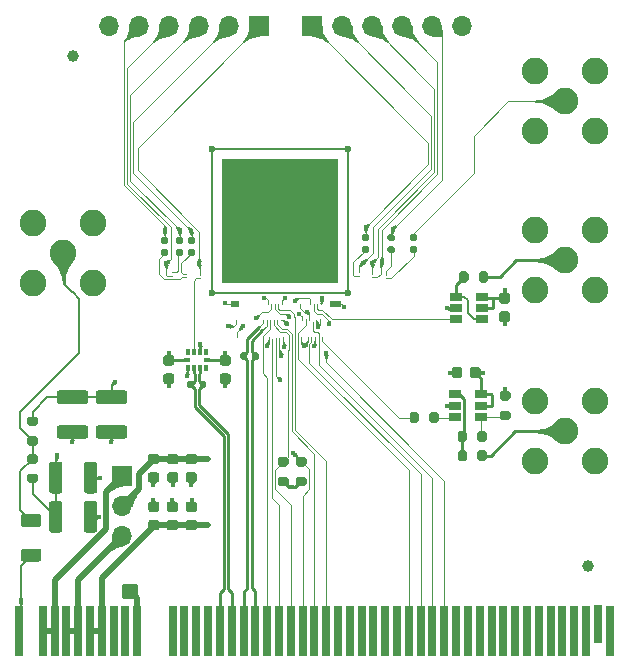
<source format=gbr>
%TF.GenerationSoftware,KiCad,Pcbnew,(5.1.10)-1*%
%TF.CreationDate,2021-08-04T15:35:23+02:00*%
%TF.ProjectId,astropix_v2,61737472-6f70-4697-985f-76322e6b6963,1.0*%
%TF.SameCoordinates,Original*%
%TF.FileFunction,Copper,L1,Top*%
%TF.FilePolarity,Positive*%
%FSLAX46Y46*%
G04 Gerber Fmt 4.6, Leading zero omitted, Abs format (unit mm)*
G04 Created by KiCad (PCBNEW (5.1.10)-1) date 2021-08-04 15:35:23*
%MOMM*%
%LPD*%
G01*
G04 APERTURE LIST*
%TA.AperFunction,EtchedComponent*%
%ADD10C,0.100000*%
%TD*%
%TA.AperFunction,EtchedComponent*%
%ADD11C,0.150000*%
%TD*%
%TA.AperFunction,ConnectorPad*%
%ADD12R,0.700000X4.300000*%
%TD*%
%TA.AperFunction,ConnectorPad*%
%ADD13R,0.700000X3.200000*%
%TD*%
%TA.AperFunction,SMDPad,CuDef*%
%ADD14R,0.125000X0.500000*%
%TD*%
%TA.AperFunction,SMDPad,CuDef*%
%ADD15R,0.125000X0.600000*%
%TD*%
%TA.AperFunction,SMDPad,CuDef*%
%ADD16R,9.800000X10.500000*%
%TD*%
%TA.AperFunction,SMDPad,CuDef*%
%ADD17R,0.600000X0.125000*%
%TD*%
%TA.AperFunction,ComponentPad*%
%ADD18C,0.600000*%
%TD*%
%TA.AperFunction,ComponentPad*%
%ADD19O,1.700000X1.700000*%
%TD*%
%TA.AperFunction,ComponentPad*%
%ADD20R,1.700000X1.700000*%
%TD*%
%TA.AperFunction,SMDPad,CuDef*%
%ADD21R,0.299999X0.579999*%
%TD*%
%TA.AperFunction,SMDPad,CuDef*%
%ADD22R,0.629999X0.349999*%
%TD*%
%TA.AperFunction,SMDPad,CuDef*%
%ADD23R,1.060000X0.650000*%
%TD*%
%TA.AperFunction,SMDPad,CuDef*%
%ADD24C,1.000000*%
%TD*%
%TA.AperFunction,ComponentPad*%
%ADD25C,2.250000*%
%TD*%
%TA.AperFunction,ViaPad*%
%ADD26C,0.450000*%
%TD*%
%TA.AperFunction,Conductor*%
%ADD27C,0.125000*%
%TD*%
%TA.AperFunction,Conductor*%
%ADD28C,0.250000*%
%TD*%
%TA.AperFunction,Conductor*%
%ADD29C,0.500000*%
%TD*%
%TA.AperFunction,Conductor*%
%ADD30C,0.200000*%
%TD*%
%TA.AperFunction,Conductor*%
%ADD31C,0.220000*%
%TD*%
%TA.AperFunction,Conductor*%
%ADD32C,0.150000*%
%TD*%
%TA.AperFunction,Conductor*%
%ADD33C,0.254000*%
%TD*%
%TA.AperFunction,Conductor*%
%ADD34C,0.100000*%
%TD*%
%TA.AperFunction,Conductor*%
%ADD35C,0.025400*%
%TD*%
G04 APERTURE END LIST*
D10*
%TO.C,U4*%
G36*
X124670000Y-78320000D02*
G01*
X124070000Y-78320000D01*
X124070000Y-77920000D01*
X124670000Y-77920000D01*
X124670000Y-78320000D01*
G37*
X124670000Y-78320000D02*
X124070000Y-78320000D01*
X124070000Y-77920000D01*
X124670000Y-77920000D01*
X124670000Y-78320000D01*
D11*
X122520000Y-65020000D02*
X122520000Y-77220000D01*
X134020000Y-65020000D02*
X122520000Y-65020000D01*
X134020000Y-77220000D02*
X134020000Y-65020000D01*
X122520000Y-77220000D02*
X134020000Y-77220000D01*
D10*
G36*
X133370000Y-78320000D02*
G01*
X132520000Y-78320000D01*
X132520000Y-77920000D01*
X133370000Y-77920000D01*
X133370000Y-78320000D01*
G37*
X133370000Y-78320000D02*
X132520000Y-78320000D01*
X132520000Y-77920000D01*
X133370000Y-77920000D01*
X133370000Y-78320000D01*
%TD*%
%TO.P,R8,2*%
%TO.N,Net-(R8-Pad2)*%
%TA.AperFunction,SMDPad,CuDef*%
G36*
G01*
X139388000Y-73265000D02*
X139758000Y-73265000D01*
G75*
G02*
X139893000Y-73400000I0J-135000D01*
G01*
X139893000Y-73670000D01*
G75*
G02*
X139758000Y-73805000I-135000J0D01*
G01*
X139388000Y-73805000D01*
G75*
G02*
X139253000Y-73670000I0J135000D01*
G01*
X139253000Y-73400000D01*
G75*
G02*
X139388000Y-73265000I135000J0D01*
G01*
G37*
%TD.AperFunction*%
%TO.P,R8,1*%
%TO.N,/sc_out*%
%TA.AperFunction,SMDPad,CuDef*%
G36*
G01*
X139388000Y-72245000D02*
X139758000Y-72245000D01*
G75*
G02*
X139893000Y-72380000I0J-135000D01*
G01*
X139893000Y-72650000D01*
G75*
G02*
X139758000Y-72785000I-135000J0D01*
G01*
X139388000Y-72785000D01*
G75*
G02*
X139253000Y-72650000I0J135000D01*
G01*
X139253000Y-72380000D01*
G75*
G02*
X139388000Y-72245000I135000J0D01*
G01*
G37*
%TD.AperFunction*%
%TD*%
%TO.P,R18,2*%
%TO.N,Net-(R18-Pad2)*%
%TA.AperFunction,SMDPad,CuDef*%
G36*
G01*
X135324000Y-73265000D02*
X135694000Y-73265000D01*
G75*
G02*
X135829000Y-73400000I0J-135000D01*
G01*
X135829000Y-73670000D01*
G75*
G02*
X135694000Y-73805000I-135000J0D01*
G01*
X135324000Y-73805000D01*
G75*
G02*
X135189000Y-73670000I0J135000D01*
G01*
X135189000Y-73400000D01*
G75*
G02*
X135324000Y-73265000I135000J0D01*
G01*
G37*
%TD.AperFunction*%
%TO.P,R18,1*%
%TO.N,/spi_right_clk*%
%TA.AperFunction,SMDPad,CuDef*%
G36*
G01*
X135324000Y-72245000D02*
X135694000Y-72245000D01*
G75*
G02*
X135829000Y-72380000I0J-135000D01*
G01*
X135829000Y-72650000D01*
G75*
G02*
X135694000Y-72785000I-135000J0D01*
G01*
X135324000Y-72785000D01*
G75*
G02*
X135189000Y-72650000I0J135000D01*
G01*
X135189000Y-72380000D01*
G75*
G02*
X135324000Y-72245000I135000J0D01*
G01*
G37*
%TD.AperFunction*%
%TD*%
%TO.P,R17,2*%
%TO.N,Net-(R17-Pad2)*%
%TA.AperFunction,SMDPad,CuDef*%
G36*
G01*
X137483000Y-73265000D02*
X137853000Y-73265000D01*
G75*
G02*
X137988000Y-73400000I0J-135000D01*
G01*
X137988000Y-73670000D01*
G75*
G02*
X137853000Y-73805000I-135000J0D01*
G01*
X137483000Y-73805000D01*
G75*
G02*
X137348000Y-73670000I0J135000D01*
G01*
X137348000Y-73400000D01*
G75*
G02*
X137483000Y-73265000I135000J0D01*
G01*
G37*
%TD.AperFunction*%
%TO.P,R17,1*%
%TO.N,/spi_right_mosi*%
%TA.AperFunction,SMDPad,CuDef*%
G36*
G01*
X137483000Y-72245000D02*
X137853000Y-72245000D01*
G75*
G02*
X137988000Y-72380000I0J-135000D01*
G01*
X137988000Y-72650000D01*
G75*
G02*
X137853000Y-72785000I-135000J0D01*
G01*
X137483000Y-72785000D01*
G75*
G02*
X137348000Y-72650000I0J135000D01*
G01*
X137348000Y-72380000D01*
G75*
G02*
X137483000Y-72245000I135000J0D01*
G01*
G37*
%TD.AperFunction*%
%TD*%
%TO.P,R14,2*%
%TO.N,/spi_left_csn*%
%TA.AperFunction,SMDPad,CuDef*%
G36*
G01*
X118676000Y-73039000D02*
X118306000Y-73039000D01*
G75*
G02*
X118171000Y-72904000I0J135000D01*
G01*
X118171000Y-72634000D01*
G75*
G02*
X118306000Y-72499000I135000J0D01*
G01*
X118676000Y-72499000D01*
G75*
G02*
X118811000Y-72634000I0J-135000D01*
G01*
X118811000Y-72904000D01*
G75*
G02*
X118676000Y-73039000I-135000J0D01*
G01*
G37*
%TD.AperFunction*%
%TO.P,R14,1*%
%TO.N,Net-(R14-Pad1)*%
%TA.AperFunction,SMDPad,CuDef*%
G36*
G01*
X118676000Y-74059000D02*
X118306000Y-74059000D01*
G75*
G02*
X118171000Y-73924000I0J135000D01*
G01*
X118171000Y-73654000D01*
G75*
G02*
X118306000Y-73519000I135000J0D01*
G01*
X118676000Y-73519000D01*
G75*
G02*
X118811000Y-73654000I0J-135000D01*
G01*
X118811000Y-73924000D01*
G75*
G02*
X118676000Y-74059000I-135000J0D01*
G01*
G37*
%TD.AperFunction*%
%TD*%
%TO.P,R13,2*%
%TO.N,/spi_left_miso0*%
%TA.AperFunction,SMDPad,CuDef*%
G36*
G01*
X120962000Y-73041000D02*
X120592000Y-73041000D01*
G75*
G02*
X120457000Y-72906000I0J135000D01*
G01*
X120457000Y-72636000D01*
G75*
G02*
X120592000Y-72501000I135000J0D01*
G01*
X120962000Y-72501000D01*
G75*
G02*
X121097000Y-72636000I0J-135000D01*
G01*
X121097000Y-72906000D01*
G75*
G02*
X120962000Y-73041000I-135000J0D01*
G01*
G37*
%TD.AperFunction*%
%TO.P,R13,1*%
%TO.N,Net-(R13-Pad1)*%
%TA.AperFunction,SMDPad,CuDef*%
G36*
G01*
X120962000Y-74061000D02*
X120592000Y-74061000D01*
G75*
G02*
X120457000Y-73926000I0J135000D01*
G01*
X120457000Y-73656000D01*
G75*
G02*
X120592000Y-73521000I135000J0D01*
G01*
X120962000Y-73521000D01*
G75*
G02*
X121097000Y-73656000I0J-135000D01*
G01*
X121097000Y-73926000D01*
G75*
G02*
X120962000Y-74061000I-135000J0D01*
G01*
G37*
%TD.AperFunction*%
%TD*%
%TO.P,R10,2*%
%TO.N,/spi_left_miso1*%
%TA.AperFunction,SMDPad,CuDef*%
G36*
G01*
X119946000Y-73039000D02*
X119576000Y-73039000D01*
G75*
G02*
X119441000Y-72904000I0J135000D01*
G01*
X119441000Y-72634000D01*
G75*
G02*
X119576000Y-72499000I135000J0D01*
G01*
X119946000Y-72499000D01*
G75*
G02*
X120081000Y-72634000I0J-135000D01*
G01*
X120081000Y-72904000D01*
G75*
G02*
X119946000Y-73039000I-135000J0D01*
G01*
G37*
%TD.AperFunction*%
%TO.P,R10,1*%
%TO.N,Net-(R10-Pad1)*%
%TA.AperFunction,SMDPad,CuDef*%
G36*
G01*
X119946000Y-74059000D02*
X119576000Y-74059000D01*
G75*
G02*
X119441000Y-73924000I0J135000D01*
G01*
X119441000Y-73654000D01*
G75*
G02*
X119576000Y-73519000I135000J0D01*
G01*
X119946000Y-73519000D01*
G75*
G02*
X120081000Y-73654000I0J-135000D01*
G01*
X120081000Y-73924000D01*
G75*
G02*
X119946000Y-74059000I-135000J0D01*
G01*
G37*
%TD.AperFunction*%
%TD*%
%TO.P,C14,1*%
%TO.N,VDDA*%
%TA.AperFunction,SMDPad,CuDef*%
G36*
G01*
X117826600Y-97313200D02*
X117326600Y-97313200D01*
G75*
G02*
X117101600Y-97088200I0J225000D01*
G01*
X117101600Y-96638200D01*
G75*
G02*
X117326600Y-96413200I225000J0D01*
G01*
X117826600Y-96413200D01*
G75*
G02*
X118051600Y-96638200I0J-225000D01*
G01*
X118051600Y-97088200D01*
G75*
G02*
X117826600Y-97313200I-225000J0D01*
G01*
G37*
%TD.AperFunction*%
%TO.P,C14,2*%
%TO.N,GND*%
%TA.AperFunction,SMDPad,CuDef*%
G36*
G01*
X117826600Y-95763200D02*
X117326600Y-95763200D01*
G75*
G02*
X117101600Y-95538200I0J225000D01*
G01*
X117101600Y-95088200D01*
G75*
G02*
X117326600Y-94863200I225000J0D01*
G01*
X117826600Y-94863200D01*
G75*
G02*
X118051600Y-95088200I0J-225000D01*
G01*
X118051600Y-95538200D01*
G75*
G02*
X117826600Y-95763200I-225000J0D01*
G01*
G37*
%TD.AperFunction*%
%TD*%
D12*
%TO.P,J1,B49*%
%TO.N,N/C*%
X156172000Y-105791000D03*
D13*
%TO.P,J1,B48*%
X155172000Y-105241000D03*
D12*
%TO.P,J1,B47*%
X154172000Y-105791000D03*
%TO.P,J1,B17*%
%TO.N,/sample_clock_se_N*%
X124172000Y-105791000D03*
%TO.P,J1,B35*%
%TO.N,/DAC_vminuspix*%
X142172000Y-105791000D03*
%TO.P,J1,B18*%
%TO.N,/sample_clock_P*%
X125172000Y-105791000D03*
%TO.P,J1,B42*%
%TO.N,N/C*%
X149172000Y-105791000D03*
%TO.P,J1,B37*%
X144172000Y-105791000D03*
%TO.P,J1,B10*%
X115172000Y-105791000D03*
%TO.P,J1,B24*%
%TO.N,/sr_ld*%
X131172000Y-105791000D03*
%TO.P,J1,B34*%
%TO.N,/DAC_ThPix*%
X141172000Y-105791000D03*
%TO.P,J1,B3*%
%TO.N,/VDD18_in*%
X108172000Y-105791000D03*
%TO.P,J1,B15*%
%TO.N,N/C*%
X122172000Y-105791000D03*
%TO.P,J1,B46*%
X153172000Y-105791000D03*
%TO.P,J1,B44*%
X151172000Y-105791000D03*
%TO.P,J1,B12*%
X119172000Y-105791000D03*
%TO.P,J1,B13*%
X120172000Y-105791000D03*
%TO.P,J1,B26*%
X133172000Y-105791000D03*
%TO.P,J1,B5*%
%TO.N,/POW4_in*%
X110172000Y-105791000D03*
%TO.P,J1,B43*%
%TO.N,N/C*%
X150172000Y-105791000D03*
%TO.P,J1,B25*%
%TO.N,/sr_sin*%
X132172000Y-105791000D03*
%TO.P,J1,B7*%
%TO.N,VDDA*%
X112172000Y-105791000D03*
%TO.P,J1,B21*%
%TO.N,/timestamp_clk*%
X128172000Y-105791000D03*
%TO.P,J1,B11*%
%TO.N,GND*%
X116172000Y-105791000D03*
%TO.P,J1,B38*%
%TO.N,N/C*%
X145172000Y-105791000D03*
%TO.P,J1,B36*%
X143172000Y-105791000D03*
%TO.P,J1,B32*%
%TO.N,/DAC_blpix*%
X139172000Y-105791000D03*
%TO.P,J1,B20*%
%TO.N,/hold*%
X127172000Y-105791000D03*
%TO.P,J1,B4*%
%TO.N,/VDD18_in*%
X109172000Y-105791000D03*
%TO.P,J1,B23*%
%TO.N,/res_n*%
X130172000Y-105791000D03*
%TO.P,J1,B39*%
%TO.N,N/C*%
X146172000Y-105791000D03*
%TO.P,J1,B31*%
X138172000Y-105791000D03*
%TO.P,J1,B29*%
X136172000Y-105791000D03*
%TO.P,J1,B27*%
X134172000Y-105791000D03*
%TO.P,J1,B19*%
%TO.N,/sample_clock_N*%
X126172000Y-105791000D03*
%TO.P,J1,B45*%
%TO.N,N/C*%
X152172000Y-105791000D03*
%TO.P,J1,B40*%
X147172000Y-105791000D03*
%TO.P,J1,B33*%
%TO.N,/DAC_VCasc2!*%
X140172000Y-105791000D03*
%TO.P,J1,B30*%
%TO.N,N/C*%
X137172000Y-105791000D03*
%TO.P,J1,B41*%
X148172000Y-105791000D03*
%TO.P,J1,B6*%
%TO.N,/POW4_in*%
X111172000Y-105791000D03*
%TO.P,J1,B9*%
%TO.N,N/C*%
X114172000Y-105791000D03*
%TO.P,J1,B22*%
%TO.N,/interrupt*%
X129172000Y-105791000D03*
%TO.P,J1,B28*%
%TO.N,N/C*%
X135172000Y-105791000D03*
%TO.P,J1,B14*%
X121172000Y-105791000D03*
%TO.P,J1,B1*%
%TO.N,-HV*%
X106172000Y-105791000D03*
%TO.P,J1,B16*%
%TO.N,/sample_clock_se_P*%
X123172000Y-105791000D03*
%TO.P,J1,B8*%
%TO.N,VDDA*%
X113172000Y-105791000D03*
%TD*%
D14*
%TO.P,U4,B1*%
%TO.N,subd*%
X124220000Y-78120000D03*
%TO.P,U4,B2*%
X124320000Y-78120000D03*
D15*
%TO.P,U4,B3*%
%TO.N,GND*%
X124520000Y-79520000D03*
%TO.P,U4,B4*%
%TO.N,VDDA*%
X124620000Y-80970000D03*
%TO.P,U4,B5*%
%TO.N,/sample_clock_P*%
X126820000Y-79520000D03*
%TO.P,U4,B6*%
%TO.N,/sample_clock_N*%
X127120000Y-79520000D03*
%TO.P,U4,B7*%
%TO.N,VDD*%
X127220000Y-78120000D03*
%TO.P,U4,B8*%
%TO.N,GND*%
X127320000Y-80970000D03*
%TO.P,U4,B9*%
%TO.N,/hold*%
X127420000Y-79520000D03*
%TO.P,U4,B10*%
%TO.N,/res_n*%
X127520000Y-78120000D03*
%TO.P,U4,B11*%
%TO.N,/timestamp_clk*%
X127620000Y-80970000D03*
%TO.P,U4,B12*%
%TO.N,/interrupt*%
X127720000Y-79520000D03*
%TO.P,U4,B13*%
%TO.N,/sr_ck1*%
X127820000Y-78120000D03*
%TO.P,U4,B14*%
%TO.N,/sr_ck2*%
X127920000Y-80970000D03*
%TO.P,U4,B15*%
%TO.N,/sr_ld*%
X128020000Y-79520000D03*
%TO.P,U4,B16*%
%TO.N,/sr_sin*%
X128120000Y-78120000D03*
%TO.P,U4,B17*%
%TO.N,/sr_rb*%
X128220000Y-80970000D03*
%TO.P,U4,B18*%
%TO.N,/sr_out*%
X128320000Y-79520000D03*
%TO.P,U4,B19*%
%TO.N,VDD*%
X128420000Y-78120000D03*
D16*
%TO.P,U4,B0*%
%TO.N,suba*%
X128270000Y-71120000D03*
D15*
%TO.P,U4,B20*%
%TO.N,GND*%
X128520000Y-80970000D03*
%TO.P,U4,B21*%
%TO.N,VDDA*%
X129920000Y-78120000D03*
%TO.P,U4,B22*%
%TO.N,GND*%
X130020000Y-80970000D03*
%TO.P,U4,B23*%
X130120000Y-79520000D03*
%TO.P,U4,B24*%
%TO.N,N/C*%
X130220000Y-78120000D03*
%TO.P,U4,B25*%
X130320000Y-80970000D03*
%TO.P,U4,B26*%
%TO.N,/DAC_blpix*%
X130420000Y-79520000D03*
%TO.P,U4,B27*%
%TO.N,N/C*%
X130520000Y-78120000D03*
D14*
%TO.P,U4,B41*%
%TO.N,suba*%
X132720000Y-78120000D03*
%TO.P,U4,B42*%
X132870000Y-78120000D03*
%TO.P,U4,B40*%
X132570000Y-78120000D03*
D15*
%TO.P,U4,B38*%
%TO.N,GND*%
X131720000Y-78120000D03*
%TO.P,U4,B39*%
%TO.N,/Vtemp1*%
X131820000Y-80970000D03*
%TO.P,U4,B37*%
%TO.N,VDDA*%
X131620000Y-79520000D03*
%TO.P,U4,B32*%
%TO.N,/DAC_ThPix*%
X131020000Y-79520000D03*
%TO.P,U4,B33*%
%TO.N,/DAC_vminuspix*%
X131120000Y-78120000D03*
%TO.P,U4,B34*%
%TO.N,GND*%
X131220000Y-80970000D03*
%TO.P,U4,B31*%
%TO.N,/DAC_VCasc2!*%
X130920000Y-80970000D03*
%TO.P,U4,B35*%
%TO.N,VDDA*%
X131320000Y-79520000D03*
%TO.P,U4,B36*%
%TO.N,/SFOut*%
X131420000Y-78120000D03*
%TO.P,U4,B28*%
%TO.N,GND*%
X130620000Y-80970000D03*
%TO.P,U4,B30*%
%TO.N,/Inj*%
X130820000Y-78120000D03*
%TO.P,U4,B29*%
%TO.N,VDDA*%
X130720000Y-79520000D03*
D14*
%TO.P,U4,B45*%
%TO.N,suba*%
X133320000Y-78120000D03*
%TO.P,U4,B43*%
X133020000Y-78120000D03*
%TO.P,U4,B44*%
X133170000Y-78120000D03*
D17*
%TO.P,U4,L1*%
%TO.N,Net-(R10-Pad1)*%
X119120000Y-75470000D03*
%TO.P,U4,L2*%
%TO.N,Net-(R13-Pad1)*%
X120320000Y-75570000D03*
%TO.P,U4,L3*%
%TO.N,/spi_left_mosi*%
X121470000Y-75670000D03*
%TO.P,U4,L6*%
%TO.N,/sample_clock_se_in*%
X121470000Y-75970000D03*
%TO.P,U4,L5*%
%TO.N,Net-(R14-Pad1)*%
X120320000Y-75870000D03*
%TO.P,U4,L4*%
%TO.N,/spi_left_clk*%
X119120000Y-75770000D03*
%TO.P,U4,R3*%
%TO.N,Net-(R18-Pad2)*%
X134920000Y-75770000D03*
%TO.P,U4,R2*%
%TO.N,/spi_right_csn*%
X136070000Y-75870000D03*
%TO.P,U4,R5*%
%TO.N,/spi_right_miso0*%
X136070000Y-75570000D03*
%TO.P,U4,R6*%
%TO.N,/spi_right_miso1*%
X134920000Y-75470000D03*
%TO.P,U4,R4*%
%TO.N,Net-(R17-Pad2)*%
X137270000Y-75670000D03*
%TO.P,U4,R1*%
%TO.N,Net-(R8-Pad2)*%
X137270000Y-75970000D03*
D18*
%TO.P,U4,Ring1*%
%TO.N,GND*%
X122520000Y-77220000D03*
X134020000Y-77220000D03*
X122520000Y-65020000D03*
X134020000Y-65020000D03*
%TD*%
D19*
%TO.P,JP1,3*%
%TO.N,/POW4_in*%
X114909600Y-97790000D03*
%TO.P,JP1,2*%
%TO.N,VDD*%
X114909600Y-95250000D03*
D20*
%TO.P,JP1,1*%
%TO.N,/VDD18_in*%
X114909600Y-92710000D03*
%TD*%
%TO.P,R4,2*%
%TO.N,/sample_clock_N*%
%TA.AperFunction,SMDPad,CuDef*%
G36*
G01*
X125919200Y-82735000D02*
X125919200Y-82365000D01*
G75*
G02*
X126054200Y-82230000I135000J0D01*
G01*
X126324200Y-82230000D01*
G75*
G02*
X126459200Y-82365000I0J-135000D01*
G01*
X126459200Y-82735000D01*
G75*
G02*
X126324200Y-82870000I-135000J0D01*
G01*
X126054200Y-82870000D01*
G75*
G02*
X125919200Y-82735000I0J135000D01*
G01*
G37*
%TD.AperFunction*%
%TO.P,R4,1*%
%TO.N,/sample_clock_P*%
%TA.AperFunction,SMDPad,CuDef*%
G36*
G01*
X124899200Y-82735000D02*
X124899200Y-82365000D01*
G75*
G02*
X125034200Y-82230000I135000J0D01*
G01*
X125304200Y-82230000D01*
G75*
G02*
X125439200Y-82365000I0J-135000D01*
G01*
X125439200Y-82735000D01*
G75*
G02*
X125304200Y-82870000I-135000J0D01*
G01*
X125034200Y-82870000D01*
G75*
G02*
X124899200Y-82735000I0J135000D01*
G01*
G37*
%TD.AperFunction*%
%TD*%
D21*
%TO.P,U2,1*%
%TO.N,GND*%
X120458799Y-83520199D03*
%TO.P,U2,2*%
%TO.N,/sample_clock_se_P*%
X120958801Y-83520199D03*
%TO.P,U2,3*%
%TO.N,/sample_clock_se_N*%
X121458799Y-83520199D03*
%TO.P,U2,4*%
%TO.N,N/C*%
X121958799Y-83520199D03*
D22*
%TO.P,U2,5*%
%TO.N,VDD*%
X122068801Y-82880196D03*
D21*
%TO.P,U2,6*%
%TO.N,N/C*%
X121958799Y-82240199D03*
%TO.P,U2,7*%
%TO.N,GND*%
X121458799Y-82240199D03*
%TO.P,U2,8*%
%TO.N,/sample_clock_se_in*%
X120958801Y-82240199D03*
%TO.P,U2,9*%
%TO.N,N/C*%
X120458799Y-82240199D03*
D22*
%TO.P,U2,10*%
%TO.N,VDD*%
X120348799Y-82880196D03*
%TD*%
%TO.P,C3,2*%
%TO.N,subd*%
%TA.AperFunction,SMDPad,CuDef*%
G36*
G01*
X109844000Y-95064399D02*
X109844000Y-97264401D01*
G75*
G02*
X109594001Y-97514400I-249999J0D01*
G01*
X108943999Y-97514400D01*
G75*
G02*
X108694000Y-97264401I0J249999D01*
G01*
X108694000Y-95064399D01*
G75*
G02*
X108943999Y-94814400I249999J0D01*
G01*
X109594001Y-94814400D01*
G75*
G02*
X109844000Y-95064399I0J-249999D01*
G01*
G37*
%TD.AperFunction*%
%TO.P,C3,1*%
%TO.N,GND*%
%TA.AperFunction,SMDPad,CuDef*%
G36*
G01*
X112794000Y-95064399D02*
X112794000Y-97264401D01*
G75*
G02*
X112544001Y-97514400I-249999J0D01*
G01*
X111893999Y-97514400D01*
G75*
G02*
X111644000Y-97264401I0J249999D01*
G01*
X111644000Y-95064399D01*
G75*
G02*
X111893999Y-94814400I249999J0D01*
G01*
X112544001Y-94814400D01*
G75*
G02*
X112794000Y-95064399I0J-249999D01*
G01*
G37*
%TD.AperFunction*%
%TD*%
%TO.P,R3,2*%
%TO.N,/sample_clock_se_N*%
%TA.AperFunction,SMDPad,CuDef*%
G36*
G01*
X121448800Y-85148000D02*
X121448800Y-84778000D01*
G75*
G02*
X121583800Y-84643000I135000J0D01*
G01*
X121853800Y-84643000D01*
G75*
G02*
X121988800Y-84778000I0J-135000D01*
G01*
X121988800Y-85148000D01*
G75*
G02*
X121853800Y-85283000I-135000J0D01*
G01*
X121583800Y-85283000D01*
G75*
G02*
X121448800Y-85148000I0J135000D01*
G01*
G37*
%TD.AperFunction*%
%TO.P,R3,1*%
%TO.N,/sample_clock_se_P*%
%TA.AperFunction,SMDPad,CuDef*%
G36*
G01*
X120428800Y-85148000D02*
X120428800Y-84778000D01*
G75*
G02*
X120563800Y-84643000I135000J0D01*
G01*
X120833800Y-84643000D01*
G75*
G02*
X120968800Y-84778000I0J-135000D01*
G01*
X120968800Y-85148000D01*
G75*
G02*
X120833800Y-85283000I-135000J0D01*
G01*
X120563800Y-85283000D01*
G75*
G02*
X120428800Y-85148000I0J135000D01*
G01*
G37*
%TD.AperFunction*%
%TD*%
%TO.P,R6,2*%
%TO.N,Net-(R6-Pad2)*%
%TA.AperFunction,SMDPad,CuDef*%
G36*
G01*
X144228500Y-75569400D02*
X144228500Y-76119400D01*
G75*
G02*
X144028500Y-76319400I-200000J0D01*
G01*
X143628500Y-76319400D01*
G75*
G02*
X143428500Y-76119400I0J200000D01*
G01*
X143428500Y-75569400D01*
G75*
G02*
X143628500Y-75369400I200000J0D01*
G01*
X144028500Y-75369400D01*
G75*
G02*
X144228500Y-75569400I0J-200000D01*
G01*
G37*
%TD.AperFunction*%
%TO.P,R6,1*%
%TO.N,Net-(J4-Pad1)*%
%TA.AperFunction,SMDPad,CuDef*%
G36*
G01*
X145878500Y-75569400D02*
X145878500Y-76119400D01*
G75*
G02*
X145678500Y-76319400I-200000J0D01*
G01*
X145278500Y-76319400D01*
G75*
G02*
X145078500Y-76119400I0J200000D01*
G01*
X145078500Y-75569400D01*
G75*
G02*
X145278500Y-75369400I200000J0D01*
G01*
X145678500Y-75369400D01*
G75*
G02*
X145878500Y-75569400I0J-200000D01*
G01*
G37*
%TD.AperFunction*%
%TD*%
%TO.P,C7,2*%
%TO.N,GND*%
%TA.AperFunction,SMDPad,CuDef*%
G36*
G01*
X118596600Y-84018000D02*
X119096600Y-84018000D01*
G75*
G02*
X119321600Y-84243000I0J-225000D01*
G01*
X119321600Y-84693000D01*
G75*
G02*
X119096600Y-84918000I-225000J0D01*
G01*
X118596600Y-84918000D01*
G75*
G02*
X118371600Y-84693000I0J225000D01*
G01*
X118371600Y-84243000D01*
G75*
G02*
X118596600Y-84018000I225000J0D01*
G01*
G37*
%TD.AperFunction*%
%TO.P,C7,1*%
%TO.N,VDD*%
%TA.AperFunction,SMDPad,CuDef*%
G36*
G01*
X118596600Y-82468000D02*
X119096600Y-82468000D01*
G75*
G02*
X119321600Y-82693000I0J-225000D01*
G01*
X119321600Y-83143000D01*
G75*
G02*
X119096600Y-83368000I-225000J0D01*
G01*
X118596600Y-83368000D01*
G75*
G02*
X118371600Y-83143000I0J225000D01*
G01*
X118371600Y-82693000D01*
G75*
G02*
X118596600Y-82468000I225000J0D01*
G01*
G37*
%TD.AperFunction*%
%TD*%
%TO.P,R5,2*%
%TO.N,/res_n*%
%TA.AperFunction,SMDPad,CuDef*%
G36*
G01*
X130323000Y-91904000D02*
X129773000Y-91904000D01*
G75*
G02*
X129573000Y-91704000I0J200000D01*
G01*
X129573000Y-91304000D01*
G75*
G02*
X129773000Y-91104000I200000J0D01*
G01*
X130323000Y-91104000D01*
G75*
G02*
X130523000Y-91304000I0J-200000D01*
G01*
X130523000Y-91704000D01*
G75*
G02*
X130323000Y-91904000I-200000J0D01*
G01*
G37*
%TD.AperFunction*%
%TO.P,R5,1*%
%TO.N,VDD*%
%TA.AperFunction,SMDPad,CuDef*%
G36*
G01*
X130323000Y-93554000D02*
X129773000Y-93554000D01*
G75*
G02*
X129573000Y-93354000I0J200000D01*
G01*
X129573000Y-92954000D01*
G75*
G02*
X129773000Y-92754000I200000J0D01*
G01*
X130323000Y-92754000D01*
G75*
G02*
X130523000Y-92954000I0J-200000D01*
G01*
X130523000Y-93354000D01*
G75*
G02*
X130323000Y-93554000I-200000J0D01*
G01*
G37*
%TD.AperFunction*%
%TD*%
%TO.P,R16,2*%
%TO.N,Net-(R16-Pad2)*%
%TA.AperFunction,SMDPad,CuDef*%
G36*
G01*
X144101000Y-89082200D02*
X144101000Y-89632200D01*
G75*
G02*
X143901000Y-89832200I-200000J0D01*
G01*
X143501000Y-89832200D01*
G75*
G02*
X143301000Y-89632200I0J200000D01*
G01*
X143301000Y-89082200D01*
G75*
G02*
X143501000Y-88882200I200000J0D01*
G01*
X143901000Y-88882200D01*
G75*
G02*
X144101000Y-89082200I0J-200000D01*
G01*
G37*
%TD.AperFunction*%
%TO.P,R16,1*%
%TO.N,Net-(R15-Pad1)*%
%TA.AperFunction,SMDPad,CuDef*%
G36*
G01*
X145751000Y-89082200D02*
X145751000Y-89632200D01*
G75*
G02*
X145551000Y-89832200I-200000J0D01*
G01*
X145151000Y-89832200D01*
G75*
G02*
X144951000Y-89632200I0J200000D01*
G01*
X144951000Y-89082200D01*
G75*
G02*
X145151000Y-88882200I200000J0D01*
G01*
X145551000Y-88882200D01*
G75*
G02*
X145751000Y-89082200I0J-200000D01*
G01*
G37*
%TD.AperFunction*%
%TD*%
%TO.P,R15,2*%
%TO.N,GND*%
%TA.AperFunction,SMDPad,CuDef*%
G36*
G01*
X147595000Y-86316000D02*
X147045000Y-86316000D01*
G75*
G02*
X146845000Y-86116000I0J200000D01*
G01*
X146845000Y-85716000D01*
G75*
G02*
X147045000Y-85516000I200000J0D01*
G01*
X147595000Y-85516000D01*
G75*
G02*
X147795000Y-85716000I0J-200000D01*
G01*
X147795000Y-86116000D01*
G75*
G02*
X147595000Y-86316000I-200000J0D01*
G01*
G37*
%TD.AperFunction*%
%TO.P,R15,1*%
%TO.N,Net-(R15-Pad1)*%
%TA.AperFunction,SMDPad,CuDef*%
G36*
G01*
X147595000Y-87966000D02*
X147045000Y-87966000D01*
G75*
G02*
X146845000Y-87766000I0J200000D01*
G01*
X146845000Y-87366000D01*
G75*
G02*
X147045000Y-87166000I200000J0D01*
G01*
X147595000Y-87166000D01*
G75*
G02*
X147795000Y-87366000I0J-200000D01*
G01*
X147795000Y-87766000D01*
G75*
G02*
X147595000Y-87966000I-200000J0D01*
G01*
G37*
%TD.AperFunction*%
%TD*%
%TO.P,R9,2*%
%TO.N,/Vtemp1*%
%TA.AperFunction,SMDPad,CuDef*%
G36*
G01*
X140037000Y-87482000D02*
X140037000Y-88032000D01*
G75*
G02*
X139837000Y-88232000I-200000J0D01*
G01*
X139437000Y-88232000D01*
G75*
G02*
X139237000Y-88032000I0J200000D01*
G01*
X139237000Y-87482000D01*
G75*
G02*
X139437000Y-87282000I200000J0D01*
G01*
X139837000Y-87282000D01*
G75*
G02*
X140037000Y-87482000I0J-200000D01*
G01*
G37*
%TD.AperFunction*%
%TO.P,R9,1*%
%TO.N,Net-(R9-Pad1)*%
%TA.AperFunction,SMDPad,CuDef*%
G36*
G01*
X141687000Y-87482000D02*
X141687000Y-88032000D01*
G75*
G02*
X141487000Y-88232000I-200000J0D01*
G01*
X141087000Y-88232000D01*
G75*
G02*
X140887000Y-88032000I0J200000D01*
G01*
X140887000Y-87482000D01*
G75*
G02*
X141087000Y-87282000I200000J0D01*
G01*
X141487000Y-87282000D01*
G75*
G02*
X141687000Y-87482000I0J-200000D01*
G01*
G37*
%TD.AperFunction*%
%TD*%
%TO.P,R1,2*%
%TO.N,-HV*%
%TA.AperFunction,SMDPad,CuDef*%
G36*
G01*
X106562997Y-98842400D02*
X107813003Y-98842400D01*
G75*
G02*
X108063000Y-99092397I0J-249997D01*
G01*
X108063000Y-99717403D01*
G75*
G02*
X107813003Y-99967400I-249997J0D01*
G01*
X106562997Y-99967400D01*
G75*
G02*
X106313000Y-99717403I0J249997D01*
G01*
X106313000Y-99092397D01*
G75*
G02*
X106562997Y-98842400I249997J0D01*
G01*
G37*
%TD.AperFunction*%
%TO.P,R1,1*%
%TO.N,/HV_in_ext*%
%TA.AperFunction,SMDPad,CuDef*%
G36*
G01*
X106562997Y-95917400D02*
X107813003Y-95917400D01*
G75*
G02*
X108063000Y-96167397I0J-249997D01*
G01*
X108063000Y-96792403D01*
G75*
G02*
X107813003Y-97042400I-249997J0D01*
G01*
X106562997Y-97042400D01*
G75*
G02*
X106313000Y-96792403I0J249997D01*
G01*
X106313000Y-96167397D01*
G75*
G02*
X106562997Y-95917400I249997J0D01*
G01*
G37*
%TD.AperFunction*%
%TD*%
D23*
%TO.P,U1,5*%
%TO.N,VDDA*%
X145245000Y-86741000D03*
%TO.P,U1,6*%
X145245000Y-85791000D03*
%TO.P,U1,4*%
%TO.N,Net-(R15-Pad1)*%
X145245000Y-87691000D03*
%TO.P,U1,3*%
%TO.N,Net-(R9-Pad1)*%
X143045000Y-87691000D03*
%TO.P,U1,2*%
%TO.N,GND*%
X143045000Y-86741000D03*
%TO.P,U1,1*%
%TO.N,Net-(R16-Pad2)*%
X143045000Y-85791000D03*
%TD*%
%TO.P,U3,5*%
%TO.N,VDDA*%
X145372000Y-78486000D03*
%TO.P,U3,6*%
X145372000Y-77536000D03*
%TO.P,U3,4*%
%TO.N,Net-(R6-Pad2)*%
X145372000Y-79436000D03*
%TO.P,U3,3*%
%TO.N,/SFOut*%
X143172000Y-79436000D03*
%TO.P,U3,2*%
%TO.N,GND*%
X143172000Y-78486000D03*
%TO.P,U3,1*%
%TO.N,Net-(R6-Pad2)*%
X143172000Y-77536000D03*
%TD*%
D24*
%TO.P,FID2,*%
%TO.N,*%
X154305000Y-100330000D03*
%TD*%
%TO.P,FID1,*%
%TO.N,*%
X110744000Y-57150000D03*
%TD*%
%TO.P,R12,2*%
%TO.N,suba*%
%TA.AperFunction,SMDPad,CuDef*%
G36*
G01*
X107590000Y-88475000D02*
X107040000Y-88475000D01*
G75*
G02*
X106840000Y-88275000I0J200000D01*
G01*
X106840000Y-87875000D01*
G75*
G02*
X107040000Y-87675000I200000J0D01*
G01*
X107590000Y-87675000D01*
G75*
G02*
X107790000Y-87875000I0J-200000D01*
G01*
X107790000Y-88275000D01*
G75*
G02*
X107590000Y-88475000I-200000J0D01*
G01*
G37*
%TD.AperFunction*%
%TO.P,R12,1*%
%TO.N,/HV_in_ext*%
%TA.AperFunction,SMDPad,CuDef*%
G36*
G01*
X107590000Y-90125000D02*
X107040000Y-90125000D01*
G75*
G02*
X106840000Y-89925000I0J200000D01*
G01*
X106840000Y-89525000D01*
G75*
G02*
X107040000Y-89325000I200000J0D01*
G01*
X107590000Y-89325000D01*
G75*
G02*
X107790000Y-89525000I0J-200000D01*
G01*
X107790000Y-89925000D01*
G75*
G02*
X107590000Y-90125000I-200000J0D01*
G01*
G37*
%TD.AperFunction*%
%TD*%
%TO.P,R11,2*%
%TO.N,subd*%
%TA.AperFunction,SMDPad,CuDef*%
G36*
G01*
X107040000Y-92500000D02*
X107590000Y-92500000D01*
G75*
G02*
X107790000Y-92700000I0J-200000D01*
G01*
X107790000Y-93100000D01*
G75*
G02*
X107590000Y-93300000I-200000J0D01*
G01*
X107040000Y-93300000D01*
G75*
G02*
X106840000Y-93100000I0J200000D01*
G01*
X106840000Y-92700000D01*
G75*
G02*
X107040000Y-92500000I200000J0D01*
G01*
G37*
%TD.AperFunction*%
%TO.P,R11,1*%
%TO.N,/HV_in_ext*%
%TA.AperFunction,SMDPad,CuDef*%
G36*
G01*
X107040000Y-90850000D02*
X107590000Y-90850000D01*
G75*
G02*
X107790000Y-91050000I0J-200000D01*
G01*
X107790000Y-91450000D01*
G75*
G02*
X107590000Y-91650000I-200000J0D01*
G01*
X107040000Y-91650000D01*
G75*
G02*
X106840000Y-91450000I0J200000D01*
G01*
X106840000Y-91050000D01*
G75*
G02*
X107040000Y-90850000I200000J0D01*
G01*
G37*
%TD.AperFunction*%
%TD*%
%TO.P,C6,2*%
%TO.N,suba*%
%TA.AperFunction,SMDPad,CuDef*%
G36*
G01*
X111793201Y-86603000D02*
X109593199Y-86603000D01*
G75*
G02*
X109343200Y-86353001I0J249999D01*
G01*
X109343200Y-85702999D01*
G75*
G02*
X109593199Y-85453000I249999J0D01*
G01*
X111793201Y-85453000D01*
G75*
G02*
X112043200Y-85702999I0J-249999D01*
G01*
X112043200Y-86353001D01*
G75*
G02*
X111793201Y-86603000I-249999J0D01*
G01*
G37*
%TD.AperFunction*%
%TO.P,C6,1*%
%TO.N,GND*%
%TA.AperFunction,SMDPad,CuDef*%
G36*
G01*
X111793201Y-89553000D02*
X109593199Y-89553000D01*
G75*
G02*
X109343200Y-89303001I0J249999D01*
G01*
X109343200Y-88652999D01*
G75*
G02*
X109593199Y-88403000I249999J0D01*
G01*
X111793201Y-88403000D01*
G75*
G02*
X112043200Y-88652999I0J-249999D01*
G01*
X112043200Y-89303001D01*
G75*
G02*
X111793201Y-89553000I-249999J0D01*
G01*
G37*
%TD.AperFunction*%
%TD*%
%TO.P,C5,2*%
%TO.N,subd*%
%TA.AperFunction,SMDPad,CuDef*%
G36*
G01*
X109844000Y-91736999D02*
X109844000Y-93937001D01*
G75*
G02*
X109594001Y-94187000I-249999J0D01*
G01*
X108943999Y-94187000D01*
G75*
G02*
X108694000Y-93937001I0J249999D01*
G01*
X108694000Y-91736999D01*
G75*
G02*
X108943999Y-91487000I249999J0D01*
G01*
X109594001Y-91487000D01*
G75*
G02*
X109844000Y-91736999I0J-249999D01*
G01*
G37*
%TD.AperFunction*%
%TO.P,C5,1*%
%TO.N,GND*%
%TA.AperFunction,SMDPad,CuDef*%
G36*
G01*
X112794000Y-91736999D02*
X112794000Y-93937001D01*
G75*
G02*
X112544001Y-94187000I-249999J0D01*
G01*
X111893999Y-94187000D01*
G75*
G02*
X111644000Y-93937001I0J249999D01*
G01*
X111644000Y-91736999D01*
G75*
G02*
X111893999Y-91487000I249999J0D01*
G01*
X112544001Y-91487000D01*
G75*
G02*
X112794000Y-91736999I0J-249999D01*
G01*
G37*
%TD.AperFunction*%
%TD*%
%TO.P,C4,2*%
%TO.N,suba*%
%TA.AperFunction,SMDPad,CuDef*%
G36*
G01*
X115095201Y-86603000D02*
X112895199Y-86603000D01*
G75*
G02*
X112645200Y-86353001I0J249999D01*
G01*
X112645200Y-85702999D01*
G75*
G02*
X112895199Y-85453000I249999J0D01*
G01*
X115095201Y-85453000D01*
G75*
G02*
X115345200Y-85702999I0J-249999D01*
G01*
X115345200Y-86353001D01*
G75*
G02*
X115095201Y-86603000I-249999J0D01*
G01*
G37*
%TD.AperFunction*%
%TO.P,C4,1*%
%TO.N,GND*%
%TA.AperFunction,SMDPad,CuDef*%
G36*
G01*
X115095201Y-89553000D02*
X112895199Y-89553000D01*
G75*
G02*
X112645200Y-89303001I0J249999D01*
G01*
X112645200Y-88652999D01*
G75*
G02*
X112895199Y-88403000I249999J0D01*
G01*
X115095201Y-88403000D01*
G75*
G02*
X115345200Y-88652999I0J-249999D01*
G01*
X115345200Y-89303001D01*
G75*
G02*
X115095201Y-89553000I-249999J0D01*
G01*
G37*
%TD.AperFunction*%
%TD*%
%TO.P,R7,2*%
%TO.N,/interrupt*%
%TA.AperFunction,SMDPad,CuDef*%
G36*
G01*
X128799000Y-91904000D02*
X128249000Y-91904000D01*
G75*
G02*
X128049000Y-91704000I0J200000D01*
G01*
X128049000Y-91304000D01*
G75*
G02*
X128249000Y-91104000I200000J0D01*
G01*
X128799000Y-91104000D01*
G75*
G02*
X128999000Y-91304000I0J-200000D01*
G01*
X128999000Y-91704000D01*
G75*
G02*
X128799000Y-91904000I-200000J0D01*
G01*
G37*
%TD.AperFunction*%
%TO.P,R7,1*%
%TO.N,VDD*%
%TA.AperFunction,SMDPad,CuDef*%
G36*
G01*
X128799000Y-93554000D02*
X128249000Y-93554000D01*
G75*
G02*
X128049000Y-93354000I0J200000D01*
G01*
X128049000Y-92954000D01*
G75*
G02*
X128249000Y-92754000I200000J0D01*
G01*
X128799000Y-92754000D01*
G75*
G02*
X128999000Y-92954000I0J-200000D01*
G01*
X128999000Y-93354000D01*
G75*
G02*
X128799000Y-93554000I-200000J0D01*
G01*
G37*
%TD.AperFunction*%
%TD*%
%TO.P,R2,2*%
%TO.N,Net-(R16-Pad2)*%
%TA.AperFunction,SMDPad,CuDef*%
G36*
G01*
X144101000Y-90707800D02*
X144101000Y-91257800D01*
G75*
G02*
X143901000Y-91457800I-200000J0D01*
G01*
X143501000Y-91457800D01*
G75*
G02*
X143301000Y-91257800I0J200000D01*
G01*
X143301000Y-90707800D01*
G75*
G02*
X143501000Y-90507800I200000J0D01*
G01*
X143901000Y-90507800D01*
G75*
G02*
X144101000Y-90707800I0J-200000D01*
G01*
G37*
%TD.AperFunction*%
%TO.P,R2,1*%
%TO.N,Net-(J3-Pad1)*%
%TA.AperFunction,SMDPad,CuDef*%
G36*
G01*
X145751000Y-90707800D02*
X145751000Y-91257800D01*
G75*
G02*
X145551000Y-91457800I-200000J0D01*
G01*
X145151000Y-91457800D01*
G75*
G02*
X144951000Y-91257800I0J200000D01*
G01*
X144951000Y-90707800D01*
G75*
G02*
X145151000Y-90507800I200000J0D01*
G01*
X145551000Y-90507800D01*
G75*
G02*
X145751000Y-90707800I0J-200000D01*
G01*
G37*
%TD.AperFunction*%
%TD*%
D19*
%TO.P,J10,6*%
%TO.N,GND*%
X143637000Y-54610000D03*
%TO.P,J10,5*%
%TO.N,/spi_right_mosi*%
X141097000Y-54610000D03*
%TO.P,J10,4*%
%TO.N,/spi_right_csn*%
X138557000Y-54610000D03*
%TO.P,J10,3*%
%TO.N,/spi_right_miso0*%
X136017000Y-54610000D03*
%TO.P,J10,2*%
%TO.N,/spi_right_miso1*%
X133477000Y-54610000D03*
D20*
%TO.P,J10,1*%
%TO.N,/spi_right_clk*%
X130937000Y-54610000D03*
%TD*%
D19*
%TO.P,J9,6*%
%TO.N,GND*%
X113792000Y-54610000D03*
%TO.P,J9,5*%
%TO.N,/spi_left_csn*%
X116332000Y-54610000D03*
%TO.P,J9,4*%
%TO.N,/spi_left_clk*%
X118872000Y-54610000D03*
%TO.P,J9,3*%
%TO.N,/spi_left_miso1*%
X121412000Y-54610000D03*
%TO.P,J9,2*%
%TO.N,/spi_left_miso0*%
X123952000Y-54610000D03*
D20*
%TO.P,J9,1*%
%TO.N,/spi_left_mosi*%
X126492000Y-54610000D03*
%TD*%
D25*
%TO.P,J6,2*%
%TO.N,GND*%
X112395000Y-76327000D03*
X107315000Y-76327000D03*
X107315000Y-71247000D03*
X112395000Y-71247000D03*
%TO.P,J6,1*%
%TO.N,/HV_in_ext*%
X109855000Y-73787000D03*
%TD*%
%TO.P,J5,2*%
%TO.N,GND*%
X149860000Y-58420000D03*
X154940000Y-58420000D03*
X154940000Y-63500000D03*
X149860000Y-63500000D03*
%TO.P,J5,1*%
%TO.N,/sc_out*%
X152400000Y-60960000D03*
%TD*%
%TO.P,J4,2*%
%TO.N,GND*%
X149860000Y-71882000D03*
X154940000Y-71882000D03*
X154940000Y-76962000D03*
X149860000Y-76962000D03*
%TO.P,J4,1*%
%TO.N,Net-(J4-Pad1)*%
X152400000Y-74422000D03*
%TD*%
%TO.P,J3,2*%
%TO.N,GND*%
X149860000Y-86360000D03*
X154940000Y-86360000D03*
X154940000Y-91440000D03*
X149860000Y-91440000D03*
%TO.P,J3,1*%
%TO.N,Net-(J3-Pad1)*%
X152400000Y-88900000D03*
%TD*%
%TO.P,C10,2*%
%TO.N,GND*%
%TA.AperFunction,SMDPad,CuDef*%
G36*
G01*
X117301200Y-92374600D02*
X117801200Y-92374600D01*
G75*
G02*
X118026200Y-92599600I0J-225000D01*
G01*
X118026200Y-93049600D01*
G75*
G02*
X117801200Y-93274600I-225000J0D01*
G01*
X117301200Y-93274600D01*
G75*
G02*
X117076200Y-93049600I0J225000D01*
G01*
X117076200Y-92599600D01*
G75*
G02*
X117301200Y-92374600I225000J0D01*
G01*
G37*
%TD.AperFunction*%
%TO.P,C10,1*%
%TO.N,VDD*%
%TA.AperFunction,SMDPad,CuDef*%
G36*
G01*
X117301200Y-90824600D02*
X117801200Y-90824600D01*
G75*
G02*
X118026200Y-91049600I0J-225000D01*
G01*
X118026200Y-91499600D01*
G75*
G02*
X117801200Y-91724600I-225000J0D01*
G01*
X117301200Y-91724600D01*
G75*
G02*
X117076200Y-91499600I0J225000D01*
G01*
X117076200Y-91049600D01*
G75*
G02*
X117301200Y-90824600I225000J0D01*
G01*
G37*
%TD.AperFunction*%
%TD*%
%TO.P,C12,2*%
%TO.N,GND*%
%TA.AperFunction,SMDPad,CuDef*%
G36*
G01*
X123371800Y-84018000D02*
X123871800Y-84018000D01*
G75*
G02*
X124096800Y-84243000I0J-225000D01*
G01*
X124096800Y-84693000D01*
G75*
G02*
X123871800Y-84918000I-225000J0D01*
G01*
X123371800Y-84918000D01*
G75*
G02*
X123146800Y-84693000I0J225000D01*
G01*
X123146800Y-84243000D01*
G75*
G02*
X123371800Y-84018000I225000J0D01*
G01*
G37*
%TD.AperFunction*%
%TO.P,C12,1*%
%TO.N,VDD*%
%TA.AperFunction,SMDPad,CuDef*%
G36*
G01*
X123371800Y-82468000D02*
X123871800Y-82468000D01*
G75*
G02*
X124096800Y-82693000I0J-225000D01*
G01*
X124096800Y-83143000D01*
G75*
G02*
X123871800Y-83368000I-225000J0D01*
G01*
X123371800Y-83368000D01*
G75*
G02*
X123146800Y-83143000I0J225000D01*
G01*
X123146800Y-82693000D01*
G75*
G02*
X123371800Y-82468000I225000J0D01*
G01*
G37*
%TD.AperFunction*%
%TD*%
%TO.P,C13,2*%
%TO.N,GND*%
%TA.AperFunction,SMDPad,CuDef*%
G36*
G01*
X119401400Y-95763200D02*
X118901400Y-95763200D01*
G75*
G02*
X118676400Y-95538200I0J225000D01*
G01*
X118676400Y-95088200D01*
G75*
G02*
X118901400Y-94863200I225000J0D01*
G01*
X119401400Y-94863200D01*
G75*
G02*
X119626400Y-95088200I0J-225000D01*
G01*
X119626400Y-95538200D01*
G75*
G02*
X119401400Y-95763200I-225000J0D01*
G01*
G37*
%TD.AperFunction*%
%TO.P,C13,1*%
%TO.N,VDDA*%
%TA.AperFunction,SMDPad,CuDef*%
G36*
G01*
X119401400Y-97313200D02*
X118901400Y-97313200D01*
G75*
G02*
X118676400Y-97088200I0J225000D01*
G01*
X118676400Y-96638200D01*
G75*
G02*
X118901400Y-96413200I225000J0D01*
G01*
X119401400Y-96413200D01*
G75*
G02*
X119626400Y-96638200I0J-225000D01*
G01*
X119626400Y-97088200D01*
G75*
G02*
X119401400Y-97313200I-225000J0D01*
G01*
G37*
%TD.AperFunction*%
%TD*%
%TO.P,C11,2*%
%TO.N,GND*%
%TA.AperFunction,SMDPad,CuDef*%
G36*
G01*
X121001600Y-95763200D02*
X120501600Y-95763200D01*
G75*
G02*
X120276600Y-95538200I0J225000D01*
G01*
X120276600Y-95088200D01*
G75*
G02*
X120501600Y-94863200I225000J0D01*
G01*
X121001600Y-94863200D01*
G75*
G02*
X121226600Y-95088200I0J-225000D01*
G01*
X121226600Y-95538200D01*
G75*
G02*
X121001600Y-95763200I-225000J0D01*
G01*
G37*
%TD.AperFunction*%
%TO.P,C11,1*%
%TO.N,VDDA*%
%TA.AperFunction,SMDPad,CuDef*%
G36*
G01*
X121001600Y-97313200D02*
X120501600Y-97313200D01*
G75*
G02*
X120276600Y-97088200I0J225000D01*
G01*
X120276600Y-96638200D01*
G75*
G02*
X120501600Y-96413200I225000J0D01*
G01*
X121001600Y-96413200D01*
G75*
G02*
X121226600Y-96638200I0J-225000D01*
G01*
X121226600Y-97088200D01*
G75*
G02*
X121001600Y-97313200I-225000J0D01*
G01*
G37*
%TD.AperFunction*%
%TD*%
%TO.P,C9,2*%
%TO.N,GND*%
%TA.AperFunction,SMDPad,CuDef*%
G36*
G01*
X118926800Y-92374600D02*
X119426800Y-92374600D01*
G75*
G02*
X119651800Y-92599600I0J-225000D01*
G01*
X119651800Y-93049600D01*
G75*
G02*
X119426800Y-93274600I-225000J0D01*
G01*
X118926800Y-93274600D01*
G75*
G02*
X118701800Y-93049600I0J225000D01*
G01*
X118701800Y-92599600D01*
G75*
G02*
X118926800Y-92374600I225000J0D01*
G01*
G37*
%TD.AperFunction*%
%TO.P,C9,1*%
%TO.N,VDD*%
%TA.AperFunction,SMDPad,CuDef*%
G36*
G01*
X118926800Y-90824600D02*
X119426800Y-90824600D01*
G75*
G02*
X119651800Y-91049600I0J-225000D01*
G01*
X119651800Y-91499600D01*
G75*
G02*
X119426800Y-91724600I-225000J0D01*
G01*
X118926800Y-91724600D01*
G75*
G02*
X118701800Y-91499600I0J225000D01*
G01*
X118701800Y-91049600D01*
G75*
G02*
X118926800Y-90824600I225000J0D01*
G01*
G37*
%TD.AperFunction*%
%TD*%
%TO.P,C8,2*%
%TO.N,GND*%
%TA.AperFunction,SMDPad,CuDef*%
G36*
G01*
X120501600Y-92374600D02*
X121001600Y-92374600D01*
G75*
G02*
X121226600Y-92599600I0J-225000D01*
G01*
X121226600Y-93049600D01*
G75*
G02*
X121001600Y-93274600I-225000J0D01*
G01*
X120501600Y-93274600D01*
G75*
G02*
X120276600Y-93049600I0J225000D01*
G01*
X120276600Y-92599600D01*
G75*
G02*
X120501600Y-92374600I225000J0D01*
G01*
G37*
%TD.AperFunction*%
%TO.P,C8,1*%
%TO.N,VDD*%
%TA.AperFunction,SMDPad,CuDef*%
G36*
G01*
X120501600Y-90824600D02*
X121001600Y-90824600D01*
G75*
G02*
X121226600Y-91049600I0J-225000D01*
G01*
X121226600Y-91499600D01*
G75*
G02*
X121001600Y-91724600I-225000J0D01*
G01*
X120501600Y-91724600D01*
G75*
G02*
X120276600Y-91499600I0J225000D01*
G01*
X120276600Y-91049600D01*
G75*
G02*
X120501600Y-90824600I225000J0D01*
G01*
G37*
%TD.AperFunction*%
%TD*%
%TO.P,C2,2*%
%TO.N,GND*%
%TA.AperFunction,SMDPad,CuDef*%
G36*
G01*
X143693000Y-83697000D02*
X143693000Y-84197000D01*
G75*
G02*
X143468000Y-84422000I-225000J0D01*
G01*
X143018000Y-84422000D01*
G75*
G02*
X142793000Y-84197000I0J225000D01*
G01*
X142793000Y-83697000D01*
G75*
G02*
X143018000Y-83472000I225000J0D01*
G01*
X143468000Y-83472000D01*
G75*
G02*
X143693000Y-83697000I0J-225000D01*
G01*
G37*
%TD.AperFunction*%
%TO.P,C2,1*%
%TO.N,VDDA*%
%TA.AperFunction,SMDPad,CuDef*%
G36*
G01*
X145243000Y-83697000D02*
X145243000Y-84197000D01*
G75*
G02*
X145018000Y-84422000I-225000J0D01*
G01*
X144568000Y-84422000D01*
G75*
G02*
X144343000Y-84197000I0J225000D01*
G01*
X144343000Y-83697000D01*
G75*
G02*
X144568000Y-83472000I225000J0D01*
G01*
X145018000Y-83472000D01*
G75*
G02*
X145243000Y-83697000I0J-225000D01*
G01*
G37*
%TD.AperFunction*%
%TD*%
%TO.P,C1,2*%
%TO.N,GND*%
%TA.AperFunction,SMDPad,CuDef*%
G36*
G01*
X147019200Y-78760200D02*
X147519200Y-78760200D01*
G75*
G02*
X147744200Y-78985200I0J-225000D01*
G01*
X147744200Y-79435200D01*
G75*
G02*
X147519200Y-79660200I-225000J0D01*
G01*
X147019200Y-79660200D01*
G75*
G02*
X146794200Y-79435200I0J225000D01*
G01*
X146794200Y-78985200D01*
G75*
G02*
X147019200Y-78760200I225000J0D01*
G01*
G37*
%TD.AperFunction*%
%TO.P,C1,1*%
%TO.N,VDDA*%
%TA.AperFunction,SMDPad,CuDef*%
G36*
G01*
X147019200Y-77210200D02*
X147519200Y-77210200D01*
G75*
G02*
X147744200Y-77435200I0J-225000D01*
G01*
X147744200Y-77885200D01*
G75*
G02*
X147519200Y-78110200I-225000J0D01*
G01*
X147019200Y-78110200D01*
G75*
G02*
X146794200Y-77885200I0J225000D01*
G01*
X146794200Y-77435200D01*
G75*
G02*
X147019200Y-77210200I225000J0D01*
G01*
G37*
%TD.AperFunction*%
%TD*%
D26*
%TO.N,VDD*%
X128676400Y-77647800D03*
X126923800Y-77645000D03*
X118846600Y-82245200D03*
X123621800Y-82270606D03*
X121602198Y-91274600D03*
X122174010Y-91287600D03*
X129286000Y-93649798D03*
%TO.N,VDDA*%
X131438370Y-80070025D03*
X130511716Y-78787014D03*
X147269200Y-76911200D03*
X145415000Y-83947000D03*
X125095000Y-80010000D03*
X122123200Y-96850200D03*
X121551404Y-96863200D03*
%TO.N,suba*%
X131445000Y-74015600D03*
X125095000Y-74015600D03*
X128270000Y-74015600D03*
X131445000Y-71120000D03*
X128270000Y-71120000D03*
X125095000Y-71120000D03*
X131445000Y-67945000D03*
X128270000Y-67945000D03*
X125095000Y-67945000D03*
X114274600Y-84709000D03*
X133718300Y-78359000D03*
%TO.N,/res_n*%
X129381490Y-90754206D03*
X126187200Y-79349600D03*
%TO.N,/Inj*%
X129507436Y-77851000D03*
%TO.N,/DAC_vminuspix*%
X132156200Y-82321400D03*
X132384800Y-79857600D03*
%TO.N,/sr_ck1*%
X129050524Y-79221109D03*
%TO.N,GND*%
X147269200Y-79832200D03*
X142367000Y-86741000D03*
X142621000Y-83947000D03*
X147320000Y-85344000D03*
X113030000Y-92837000D03*
X120777000Y-94742000D03*
X117500400Y-93421200D03*
X119176800Y-93421200D03*
X120751600Y-93421200D03*
X121488200Y-81534000D03*
X115214400Y-102108000D03*
X115214400Y-102743000D03*
X115824000Y-102108000D03*
X115824000Y-102717600D03*
X117500388Y-94691200D03*
X113944400Y-89814398D03*
X110642400Y-89814400D03*
X120395996Y-84201000D03*
X123596400Y-85090006D03*
X123875800Y-80010004D03*
X131785620Y-77645014D03*
X118846600Y-85115400D03*
X119151402Y-94691200D03*
X112937990Y-96164400D03*
X142367000Y-78498694D03*
X131157489Y-81730881D03*
X130310139Y-81684664D03*
X127192846Y-81686398D03*
X129874775Y-78998077D03*
X128607447Y-81801912D03*
%TO.N,/sr_ck2*%
X128301510Y-84582000D03*
%TO.N,-HV*%
X106297030Y-103276400D03*
%TO.N,/spi_left_csn*%
X118491000Y-71882000D03*
%TO.N,/spi_left_clk*%
X118618000Y-74675996D03*
%TO.N,/spi_left_mosi*%
X121412000Y-74676000D03*
%TO.N,/spi_left_miso0*%
X120739311Y-71919689D03*
%TO.N,/spi_left_miso1*%
X119761000Y-71882000D03*
%TO.N,/spi_right_csn*%
X136857490Y-74523574D03*
%TO.N,/spi_right_clk*%
X135509000Y-71628000D03*
%TO.N,/spi_right_mosi*%
X137795000Y-71755000D03*
%TO.N,/spi_right_miso0*%
X136070000Y-74627402D03*
%TO.N,/spi_right_miso1*%
X135255000Y-74649590D03*
%TO.N,subd*%
X109347000Y-90932000D03*
X123571000Y-78020022D03*
%TO.N,/sr_rb*%
X128332510Y-82524600D03*
%TO.N,/sr_out*%
X128828800Y-79806800D03*
%TD*%
D27*
%TO.N,VDD*%
X122144997Y-82804000D02*
X122068801Y-82880196D01*
X127048000Y-77645000D02*
X126923800Y-77645000D01*
X127220000Y-77817000D02*
X127048000Y-77645000D01*
X127220000Y-78120000D02*
X127220000Y-77817000D01*
X128549400Y-77774800D02*
X128676400Y-77647800D01*
X128447800Y-77774800D02*
X128549400Y-77774800D01*
X128420000Y-77802600D02*
X128447800Y-77774800D01*
X128420000Y-78120000D02*
X128420000Y-77802600D01*
X122068801Y-82880196D02*
X123354804Y-82880196D01*
D28*
X114808000Y-95250000D02*
X114909600Y-95250000D01*
X123583996Y-82880196D02*
X123621800Y-82918000D01*
X122068801Y-82880196D02*
X123583996Y-82880196D01*
X118884404Y-82880196D02*
X118846600Y-82918000D01*
X120348799Y-82880196D02*
X118884404Y-82880196D01*
X118846600Y-82918000D02*
X118846600Y-82245200D01*
X123621800Y-82918000D02*
X123621800Y-82270606D01*
X117297200Y-91274600D02*
X121602198Y-91274600D01*
X121602198Y-91274600D02*
X122161010Y-91274600D01*
D29*
X116332000Y-92493800D02*
X117551200Y-91274600D01*
X116332000Y-93827600D02*
X116332000Y-92493800D01*
X114909600Y-95250000D02*
X116332000Y-93827600D01*
X122161010Y-91274600D02*
X122174010Y-91287600D01*
X117551200Y-91274600D02*
X122161010Y-91274600D01*
D28*
X129019798Y-93649798D02*
X129286000Y-93649798D01*
X128524000Y-93154000D02*
X129019798Y-93649798D01*
X129552202Y-93649798D02*
X129286000Y-93649798D01*
X130048000Y-93154000D02*
X129552202Y-93649798D01*
D27*
%TO.N,VDDA*%
X131620000Y-79372200D02*
X131620000Y-79403202D01*
X131620000Y-79888395D02*
X131438370Y-80070025D01*
X131620000Y-79520000D02*
X131620000Y-79888395D01*
X131320000Y-79520000D02*
X131320000Y-79951655D01*
X131320000Y-79951655D02*
X131438370Y-80070025D01*
X130720000Y-78995298D02*
X130511716Y-78787014D01*
X130720000Y-79520000D02*
X130720000Y-78995298D01*
D28*
X147467200Y-77462200D02*
X147269200Y-77660200D01*
X145372000Y-78486000D02*
X146304000Y-78486000D01*
X146304000Y-78486000D02*
X146304000Y-77597000D01*
X145433000Y-77597000D02*
X145372000Y-77536000D01*
X146304000Y-77597000D02*
X145433000Y-77597000D01*
X147269200Y-77660200D02*
X147269200Y-76911200D01*
X145245000Y-84399000D02*
X144793000Y-83947000D01*
X145245000Y-85791000D02*
X145245000Y-84399000D01*
X144793000Y-83947000D02*
X145415000Y-83947000D01*
X146177000Y-86741000D02*
X145245000Y-86741000D01*
X146177000Y-85852000D02*
X146177000Y-86741000D01*
X146116000Y-85791000D02*
X146177000Y-85852000D01*
X145245000Y-85791000D02*
X146116000Y-85791000D01*
D27*
X124620000Y-80485000D02*
X125095000Y-80010000D01*
X124620000Y-80970000D02*
X124620000Y-80485000D01*
D28*
X122123200Y-96850200D02*
X121564404Y-96850200D01*
X121564404Y-96850200D02*
X121551404Y-96863200D01*
X120751600Y-96863200D02*
X121551404Y-96863200D01*
D29*
X112172000Y-105791000D02*
X113172000Y-105791000D01*
X117551200Y-96961402D02*
X117551200Y-96863200D01*
X113172000Y-101340602D02*
X117551200Y-96961402D01*
X113172000Y-105791000D02*
X113172000Y-101340602D01*
X117551200Y-96863200D02*
X120751600Y-96863200D01*
X122110200Y-96863200D02*
X122123200Y-96850200D01*
X120751600Y-96863200D02*
X122110200Y-96863200D01*
D28*
X145496200Y-77660200D02*
X145372000Y-77536000D01*
X147269200Y-77660200D02*
X145496200Y-77660200D01*
D27*
X130255549Y-78787014D02*
X130511716Y-78787014D01*
X129920000Y-78451465D02*
X130255549Y-78787014D01*
X129920000Y-78120000D02*
X129920000Y-78451465D01*
D30*
%TO.N,/sample_clock_se_P*%
X123172000Y-105791000D02*
X123190000Y-105773000D01*
D31*
X123497000Y-102240999D02*
X123497000Y-89327488D01*
X123172000Y-102565999D02*
X123497000Y-102240999D01*
X123172000Y-105791000D02*
X123172000Y-102565999D01*
X121033800Y-85298000D02*
X120698800Y-84963000D01*
X121033800Y-86864288D02*
X121033800Y-85298000D01*
X123497000Y-89327488D02*
X121033800Y-86864288D01*
X120958801Y-83955199D02*
X120958801Y-83520199D01*
X121033800Y-84628000D02*
X121033800Y-84030198D01*
X121033800Y-84030198D02*
X120958801Y-83955199D01*
X120698800Y-84963000D02*
X121033800Y-84628000D01*
%TO.N,/sample_clock_se_N*%
X124172000Y-102565999D02*
X123847000Y-102240999D01*
X124172000Y-105791000D02*
X124172000Y-102565999D01*
X123847000Y-102240999D02*
X123847000Y-89182512D01*
X121383800Y-85298000D02*
X121718800Y-84963000D01*
X121383800Y-86719312D02*
X121383800Y-85298000D01*
X123847000Y-89182512D02*
X121383800Y-86719312D01*
X121458799Y-83955199D02*
X121458799Y-83520199D01*
X121383800Y-84030198D02*
X121458799Y-83955199D01*
X121383800Y-84628000D02*
X121383800Y-84030198D01*
X121718800Y-84963000D02*
X121383800Y-84628000D01*
D27*
%TO.N,suba*%
X133320000Y-78120000D02*
X132570000Y-78120000D01*
D32*
X108536000Y-86028000D02*
X110693200Y-86028000D01*
X107315000Y-87249000D02*
X108536000Y-86028000D01*
X107315000Y-88075000D02*
X107315000Y-87249000D01*
X110693200Y-86028000D02*
X113995200Y-86028000D01*
X113995200Y-86028000D02*
X113995200Y-84988400D01*
X113995200Y-84988400D02*
X114274600Y-84709000D01*
D27*
X133479300Y-78120000D02*
X133718300Y-78359000D01*
X133320000Y-78120000D02*
X133479300Y-78120000D01*
D28*
%TO.N,Net-(J3-Pad1)*%
X148183600Y-88900000D02*
X152400000Y-88900000D01*
X146100800Y-90982800D02*
X148183600Y-88900000D01*
X145351000Y-90982800D02*
X146100800Y-90982800D01*
D31*
%TO.N,/sample_clock_N*%
X126189200Y-82550000D02*
X125854200Y-82885000D01*
X125854200Y-82885000D02*
X125854200Y-102158800D01*
X126172000Y-102476600D02*
X125854200Y-102158800D01*
X126172000Y-105791000D02*
X126172000Y-102476600D01*
X125854200Y-81231505D02*
X126752648Y-80333057D01*
X125854200Y-82215000D02*
X125854200Y-81231505D01*
X126189200Y-82550000D02*
X125854200Y-82215000D01*
D27*
X127120000Y-79965705D02*
X127120000Y-79520000D01*
X126752648Y-80333057D02*
X127120000Y-79965705D01*
D31*
%TO.N,/sample_clock_P*%
X125169200Y-82550000D02*
X125504200Y-82885000D01*
X125504200Y-82885000D02*
X125504200Y-102158800D01*
X125172000Y-102491000D02*
X125504200Y-102158800D01*
X125172000Y-105791000D02*
X125172000Y-102491000D01*
X125504200Y-82215000D02*
X125504200Y-81086529D01*
X125504200Y-81086529D02*
X126505160Y-80085569D01*
X125169200Y-82550000D02*
X125504200Y-82215000D01*
D27*
X126820000Y-79783600D02*
X126820000Y-79520000D01*
X126518031Y-80085569D02*
X126820000Y-79783600D01*
X126505160Y-80085569D02*
X126518031Y-80085569D01*
%TO.N,/res_n*%
X130048000Y-91420716D02*
X129381490Y-90754206D01*
X130048000Y-91504000D02*
X130048000Y-91420716D01*
X126695200Y-78841600D02*
X126187200Y-79349600D01*
X127223400Y-78841600D02*
X126695200Y-78841600D01*
X127520000Y-78545000D02*
X127223400Y-78841600D01*
X127520000Y-78120000D02*
X127520000Y-78545000D01*
X130172000Y-94364000D02*
X130172000Y-105791000D01*
X130710510Y-93825490D02*
X130172000Y-94364000D01*
X130710510Y-92102510D02*
X130710510Y-93825490D01*
X130112000Y-91504000D02*
X130710510Y-92102510D01*
X130048000Y-91504000D02*
X130112000Y-91504000D01*
%TO.N,Net-(J4-Pad1)*%
X149098000Y-74422000D02*
X152400000Y-74422000D01*
D28*
X148272500Y-74422000D02*
X152400000Y-74422000D01*
X146850100Y-75844400D02*
X148272500Y-74422000D01*
X145478500Y-75844400D02*
X146850100Y-75844400D01*
%TO.N,Net-(R6-Pad2)*%
X143172000Y-76500900D02*
X143828500Y-75844400D01*
X143172000Y-77536000D02*
X143172000Y-76500900D01*
D32*
X144156000Y-77840000D02*
X144156000Y-78900000D01*
X144692000Y-79436000D02*
X145372000Y-79436000D01*
X143852000Y-77536000D02*
X144156000Y-77840000D01*
X144156000Y-78900000D02*
X144692000Y-79436000D01*
X143172000Y-77536000D02*
X143852000Y-77536000D01*
D27*
%TO.N,/DAC_blpix*%
X129769990Y-82779990D02*
X129769990Y-80570012D01*
X129769990Y-80570012D02*
X130420000Y-79920002D01*
X130420000Y-79920002D02*
X130420000Y-79419998D01*
X139172000Y-92182000D02*
X129769990Y-82779990D01*
X139172000Y-105791000D02*
X139172000Y-92182000D01*
%TO.N,/Inj*%
X129732435Y-77626001D02*
X129507436Y-77851000D01*
X130820000Y-78120000D02*
X130820000Y-77695000D01*
X130820000Y-77695000D02*
X130751001Y-77626001D01*
X130751001Y-77626001D02*
X129732435Y-77626001D01*
%TO.N,/DAC_VCasc2!*%
X130744987Y-81532879D02*
X130744987Y-83119987D01*
X130744987Y-83119987D02*
X140172000Y-92547000D01*
X130920000Y-81357866D02*
X130744987Y-81532879D01*
X130920000Y-80970000D02*
X130920000Y-81357866D01*
X140172000Y-92547000D02*
X140172000Y-105791000D01*
%TO.N,/DAC_vminuspix*%
X142172000Y-93099200D02*
X132156200Y-83083400D01*
X132156200Y-83083400D02*
X132156200Y-82321400D01*
X142172000Y-105791000D02*
X142172000Y-93099200D01*
X131120000Y-78120000D02*
X131120000Y-78717770D01*
X131120000Y-78717770D02*
X131370830Y-78968600D01*
X131370830Y-78968600D02*
X131788598Y-78968600D01*
X132384800Y-79564802D02*
X132384800Y-79857600D01*
X131788598Y-78968600D02*
X132384800Y-79564802D01*
%TO.N,/DAC_ThPix*%
X131179995Y-80482499D02*
X131020000Y-80322504D01*
X141172000Y-92912000D02*
X131569999Y-83309999D01*
X141172000Y-105791000D02*
X141172000Y-92912000D01*
X131569999Y-83309999D02*
X131569999Y-80619997D01*
X131569999Y-80619997D02*
X131432501Y-80482499D01*
X131432501Y-80482499D02*
X131179995Y-80482499D01*
X131020000Y-80322504D02*
X131020000Y-79635800D01*
%TO.N,/sr_ck1*%
X127820000Y-78120000D02*
X127820000Y-78573570D01*
X128825525Y-78996110D02*
X129050524Y-79221109D01*
X128242540Y-78996110D02*
X128825525Y-78996110D01*
X127820000Y-78573570D02*
X128242540Y-78996110D01*
%TO.N,/sr_ld*%
X131172000Y-90810498D02*
X129269968Y-88908466D01*
X128020000Y-79863632D02*
X128020000Y-79520000D01*
X129269968Y-88908466D02*
X129269968Y-80666398D01*
X129269968Y-80666398D02*
X128836058Y-80232488D01*
X128836058Y-80232488D02*
X128388856Y-80232488D01*
X131172000Y-105791000D02*
X131172000Y-90810498D01*
X128388856Y-80232488D02*
X128020000Y-79863632D01*
%TO.N,/sr_sin*%
X128267787Y-78667789D02*
X129107706Y-78667789D01*
X128120000Y-78120000D02*
X128120000Y-78520002D01*
X129519979Y-88804909D02*
X132172000Y-91456930D01*
X128120000Y-78520002D02*
X128267787Y-78667789D01*
X129463025Y-79208665D02*
X129519979Y-79265619D01*
X129107706Y-78667789D02*
X129463025Y-79023108D01*
X132172000Y-91456930D02*
X132172000Y-105791000D01*
X129463025Y-79023108D02*
X129463025Y-79208665D01*
X129519979Y-79265619D02*
X129519979Y-88804909D01*
%TO.N,GND*%
X147269200Y-79210200D02*
X147269200Y-79832200D01*
X143045000Y-86741000D02*
X142367000Y-86741000D01*
X143243000Y-83947000D02*
X142621000Y-83947000D01*
X147320000Y-85916000D02*
X147320000Y-85344000D01*
X113030000Y-92837000D02*
X112219000Y-92837000D01*
X120751600Y-94767400D02*
X120777000Y-94742000D01*
X120751600Y-95313200D02*
X120751600Y-94767400D01*
X119202200Y-93294200D02*
X119253000Y-93345000D01*
X119202200Y-92824600D02*
X119202200Y-93294200D01*
X121458799Y-81563401D02*
X121488200Y-81534000D01*
X121458799Y-82240199D02*
X121458799Y-81563401D01*
D29*
X116172000Y-105791000D02*
X116172000Y-103014814D01*
X116172000Y-103014814D02*
X115823931Y-102666745D01*
D27*
X120751600Y-93421200D02*
X120751600Y-92824600D01*
X119176800Y-93421200D02*
X119176800Y-92824600D01*
X117500400Y-92875400D02*
X117551200Y-92824600D01*
X117500400Y-93421200D02*
X117500400Y-92875400D01*
X117551200Y-94742012D02*
X117500388Y-94691200D01*
X117551200Y-95313200D02*
X117551200Y-94742012D01*
X113944400Y-88978000D02*
X113944400Y-89814398D01*
X113284000Y-88978000D02*
X113944400Y-88978000D01*
X110642400Y-88978000D02*
X110642400Y-89814400D01*
X109982000Y-88978000D02*
X110642400Y-88978000D01*
X120458799Y-84138197D02*
X120395996Y-84201000D01*
X120458799Y-83520199D02*
X120458799Y-84138197D01*
X123621800Y-84163200D02*
X123621800Y-85064606D01*
X123621800Y-85064606D02*
X123596400Y-85090006D01*
X124383796Y-80010004D02*
X123875800Y-80010004D01*
X124520000Y-79873800D02*
X124383796Y-80010004D01*
X124520000Y-79520000D02*
X124520000Y-79873800D01*
X131720000Y-78120000D02*
X131720000Y-77710634D01*
X131720000Y-77710634D02*
X131785620Y-77645014D01*
X118846600Y-84468000D02*
X118846600Y-85115400D01*
X118846600Y-84760622D02*
X118846600Y-84468000D01*
X119151400Y-95313200D02*
X119151400Y-94691202D01*
X119151400Y-94691202D02*
X119151402Y-94691200D01*
D28*
X112219000Y-96164400D02*
X112937990Y-96164400D01*
D27*
X143172000Y-78486000D02*
X142379694Y-78486000D01*
X142379694Y-78486000D02*
X142367000Y-78498694D01*
X130620000Y-80970000D02*
X130620000Y-81304298D01*
X131220000Y-81668370D02*
X131157489Y-81730881D01*
X131220000Y-80970000D02*
X131220000Y-81668370D01*
X130310139Y-81684664D02*
X130020000Y-81394525D01*
X130620000Y-81304298D02*
X130310139Y-81614159D01*
X130310139Y-81614159D02*
X130310139Y-81684664D01*
X130020000Y-81394525D02*
X130020000Y-80970000D01*
X127320000Y-81559244D02*
X127192846Y-81686398D01*
X127320000Y-80970000D02*
X127320000Y-81559244D01*
X128520000Y-81714465D02*
X128607447Y-81801912D01*
X128520000Y-80970000D02*
X128520000Y-81714465D01*
%TO.N,/interrupt*%
X128968988Y-82075138D02*
X128968988Y-91059012D01*
X128968988Y-91059012D02*
X127861490Y-92166510D01*
X129019957Y-82024169D02*
X128968988Y-82075138D01*
X129019957Y-80769955D02*
X129019957Y-82024169D01*
X128732501Y-80482499D02*
X129019957Y-80769955D01*
X127720000Y-79520000D02*
X127720000Y-79945000D01*
X128257499Y-80482499D02*
X128732501Y-80482499D01*
X127720000Y-79945000D02*
X128257499Y-80482499D01*
%TO.N,/timestamp_clk*%
X127861490Y-105480490D02*
X128172000Y-105791000D01*
X128172000Y-95152000D02*
X128172000Y-105791000D01*
X127611479Y-94591479D02*
X128172000Y-95152000D01*
X127611479Y-81119089D02*
X127611479Y-94591479D01*
X127620000Y-81110568D02*
X127611479Y-81119089D01*
%TO.N,/sr_ck2*%
X127920000Y-84200490D02*
X128301510Y-84582000D01*
X127920000Y-81057000D02*
X127920000Y-84200490D01*
%TO.N,/hold*%
X127420000Y-80223170D02*
X127420000Y-79520000D01*
X126780344Y-80862826D02*
X127420000Y-80223170D01*
X126780344Y-83977054D02*
X126780344Y-80862826D01*
X127172000Y-84368710D02*
X126780344Y-83977054D01*
X127172000Y-105791000D02*
X127172000Y-84368710D01*
%TO.N,GND*%
X129997698Y-79121000D02*
X129874775Y-78998077D01*
X130048000Y-79121000D02*
X129997698Y-79121000D01*
X130120000Y-79193000D02*
X130048000Y-79121000D01*
X130120000Y-79520000D02*
X130120000Y-79193000D01*
%TO.N,/interrupt*%
X128524000Y-91504000D02*
X127861490Y-92166510D01*
X129172000Y-95136000D02*
X129172000Y-105791000D01*
X127861490Y-93825490D02*
X129172000Y-95136000D01*
X127861490Y-92166510D02*
X127861490Y-93825490D01*
%TO.N,/Vtemp1*%
X131820000Y-80970000D02*
X131820000Y-81274000D01*
X131820000Y-81274000D02*
X136868400Y-86322400D01*
X138303000Y-87757000D02*
X136868400Y-86322400D01*
X139637000Y-87757000D02*
X138303000Y-87757000D01*
%TO.N,/SFOut*%
X141412000Y-79436000D02*
X143172000Y-79436000D01*
X131852706Y-78664202D02*
X132624504Y-79436000D01*
X132624504Y-79436000D02*
X141412000Y-79436000D01*
X131539202Y-78664202D02*
X131852706Y-78664202D01*
X131420000Y-78545000D02*
X131539202Y-78664202D01*
X131420000Y-78120000D02*
X131420000Y-78545000D01*
D29*
%TO.N,/VDD18_in*%
X108172000Y-105791000D02*
X109172000Y-105791000D01*
X113538000Y-94081600D02*
X114909600Y-92710000D01*
X113538000Y-97154300D02*
X113538000Y-94081600D01*
X109172000Y-105791000D02*
X109172000Y-101520300D01*
X109172000Y-101520300D02*
X113538000Y-97154300D01*
D27*
%TO.N,-HV*%
X106297030Y-105665970D02*
X106297030Y-103276400D01*
X106172000Y-105791000D02*
X106297030Y-105665970D01*
D32*
X106297030Y-100295870D02*
X107188000Y-99404900D01*
X106297030Y-103276400D02*
X106297030Y-100295870D01*
D29*
%TO.N,/POW4_in*%
X110172000Y-105791000D02*
X111172000Y-105791000D01*
X111172000Y-101527600D02*
X114909600Y-97790000D01*
X111172000Y-105791000D02*
X111172000Y-101527600D01*
D27*
%TO.N,/spi_left_csn*%
X118491000Y-72769000D02*
X118491000Y-71882000D01*
X118491000Y-71501000D02*
X118491000Y-71882000D01*
X115077956Y-68087956D02*
X118491000Y-71501000D01*
X115077956Y-55864044D02*
X115077956Y-68087956D01*
X116332000Y-54610000D02*
X115077956Y-55864044D01*
%TO.N,/spi_left_clk*%
X118618000Y-75693000D02*
X118618000Y-74675996D01*
X118695000Y-75770000D02*
X118618000Y-75693000D01*
X119120000Y-75770000D02*
X118695000Y-75770000D01*
X118618000Y-74675996D02*
X118998510Y-74295486D01*
X118998510Y-74295486D02*
X118998510Y-71654942D01*
X118998510Y-71654942D02*
X115327967Y-67984399D01*
X115327967Y-67984399D02*
X115327967Y-58154033D01*
X115327967Y-58154033D02*
X118872000Y-54610000D01*
%TO.N,/spi_left_mosi*%
X121470000Y-75670000D02*
X121470000Y-74734000D01*
X121470000Y-74734000D02*
X121412000Y-74676000D01*
X116205000Y-64897000D02*
X126492000Y-54610000D01*
X116205000Y-66802000D02*
X116205000Y-64897000D01*
X121412000Y-72009000D02*
X116205000Y-66802000D01*
X121412000Y-74676000D02*
X121412000Y-72009000D01*
%TO.N,/spi_left_miso0*%
X120777000Y-72771000D02*
X120777000Y-71957378D01*
X123952000Y-54610000D02*
X115827989Y-62734011D01*
X120777000Y-71957378D02*
X120739311Y-71919689D01*
X115827989Y-67008367D02*
X120739311Y-71919689D01*
X115827989Y-62734011D02*
X115827989Y-67008367D01*
%TO.N,/spi_left_miso1*%
X119761000Y-72769000D02*
X119761000Y-71882000D01*
X115577978Y-60444022D02*
X115577978Y-67698978D01*
X115577978Y-67698978D02*
X119761000Y-71882000D01*
X121412000Y-54610000D02*
X115577978Y-60444022D01*
%TO.N,/spi_right_csn*%
X136782499Y-74598565D02*
X136857490Y-74523574D01*
X136495000Y-75870000D02*
X136782499Y-75582501D01*
X136070000Y-75870000D02*
X136495000Y-75870000D01*
X136782499Y-75582501D02*
X136782499Y-74598565D01*
X138557000Y-54610000D02*
X141567633Y-57620633D01*
X141567633Y-57620633D02*
X141567633Y-67138812D01*
X141567633Y-67138812D02*
X136857490Y-71848955D01*
X136857490Y-71848955D02*
X136857490Y-74523574D01*
%TO.N,/spi_right_clk*%
X140817600Y-64490600D02*
X130937000Y-54610000D01*
X140817600Y-66319400D02*
X140817600Y-64490600D01*
X135509000Y-71628000D02*
X140817600Y-66319400D01*
X135509000Y-72515000D02*
X135509000Y-71628000D01*
%TO.N,/spi_right_mosi*%
X137922000Y-72515000D02*
X137668000Y-72515000D01*
X141946999Y-67603001D02*
X137795000Y-71755000D01*
X137668000Y-72515000D02*
X137668000Y-71882000D01*
X137668000Y-71882000D02*
X137795000Y-71755000D01*
X141097000Y-54610000D02*
X141946999Y-55459999D01*
X141946999Y-55459999D02*
X141946999Y-67603001D01*
%TO.N,/spi_right_miso0*%
X136525000Y-74172402D02*
X136070000Y-74627402D01*
X136525000Y-71755000D02*
X136525000Y-74172402D01*
X141317622Y-66962378D02*
X136525000Y-71755000D01*
X141317622Y-59910622D02*
X141317622Y-66962378D01*
X136017000Y-54610000D02*
X141317622Y-59910622D01*
X136070000Y-75570000D02*
X136070000Y-74627402D01*
%TO.N,/spi_right_miso1*%
X135281410Y-74649590D02*
X135255000Y-74649590D01*
X136144000Y-73787000D02*
X135281410Y-74649590D01*
X136144000Y-71628000D02*
X136144000Y-73787000D01*
X141067611Y-66704389D02*
X136144000Y-71628000D01*
X141067611Y-62200611D02*
X141067611Y-66704389D01*
X133477000Y-54610000D02*
X141067611Y-62200611D01*
X134920000Y-75470000D02*
X134920000Y-74984590D01*
X134920000Y-74984590D02*
X135255000Y-74649590D01*
%TO.N,/sample_clock_se_in*%
X121159400Y-75970000D02*
X121470000Y-75970000D01*
X120958801Y-76170599D02*
X121159400Y-75970000D01*
X120958801Y-82240199D02*
X120958801Y-76170599D01*
%TO.N,/sc_out*%
X147574000Y-60960000D02*
X152400000Y-60960000D01*
X144653000Y-63881000D02*
X147574000Y-60960000D01*
X144653000Y-67056000D02*
X144653000Y-63881000D01*
X139573000Y-72136000D02*
X144653000Y-67056000D01*
X139573000Y-72515000D02*
X139573000Y-72136000D01*
%TO.N,subd*%
X109269000Y-96647000D02*
X109269000Y-92837000D01*
X109537000Y-92569000D02*
X109269000Y-92837000D01*
X124220000Y-78120000D02*
X124320000Y-78120000D01*
X109269000Y-91010000D02*
X109347000Y-90932000D01*
X109269000Y-92837000D02*
X109269000Y-91010000D01*
D32*
X107315000Y-94210400D02*
X109269000Y-96164400D01*
X107315000Y-92900000D02*
X107315000Y-94210400D01*
X109269000Y-96164400D02*
X109269000Y-92837000D01*
D27*
X124220000Y-78120000D02*
X123670978Y-78120000D01*
X123670978Y-78120000D02*
X123571000Y-78020022D01*
D28*
%TO.N,Net-(R16-Pad2)*%
X143701000Y-90982800D02*
X143701000Y-89357200D01*
X143400002Y-85791000D02*
X143045000Y-85791000D01*
X143825001Y-86215999D02*
X143400002Y-85791000D01*
X143825001Y-89233199D02*
X143825001Y-86215999D01*
X143701000Y-89357200D02*
X143825001Y-89233199D01*
D27*
%TO.N,Net-(R9-Pad1)*%
X143017600Y-87718400D02*
X143045000Y-87691000D01*
X142979000Y-87757000D02*
X143045000Y-87691000D01*
X141287000Y-87757000D02*
X142979000Y-87757000D01*
%TO.N,Net-(R15-Pad1)*%
X147195000Y-87691000D02*
X147320000Y-87566000D01*
X145245000Y-87691000D02*
X147195000Y-87691000D01*
X145245000Y-89048000D02*
X145351000Y-89154000D01*
X145245000Y-87691000D02*
X145245000Y-89048000D01*
D32*
%TO.N,/HV_in_ext*%
X106264990Y-92300010D02*
X107315000Y-91250000D01*
X106264990Y-95556890D02*
X106264990Y-92300010D01*
X107188000Y-96479900D02*
X106264990Y-95556890D01*
X107315000Y-91250000D02*
X107315000Y-89725000D01*
X109982000Y-73914000D02*
X109855000Y-73787000D01*
X109982000Y-76454000D02*
X109982000Y-73914000D01*
X110671001Y-77143001D02*
X109982000Y-76454000D01*
X110694999Y-77143001D02*
X110671001Y-77143001D01*
X106264990Y-87283010D02*
X111252000Y-82296000D01*
X106264990Y-88674990D02*
X106264990Y-87283010D01*
X111252000Y-77700002D02*
X110694999Y-77143001D01*
X111252000Y-82296000D02*
X111252000Y-77700002D01*
X107315000Y-89725000D02*
X106264990Y-88674990D01*
D27*
%TO.N,Net-(R8-Pad2)*%
X139573000Y-74092000D02*
X139573000Y-73535000D01*
X137695000Y-75970000D02*
X139573000Y-74092000D01*
X137270000Y-75970000D02*
X137695000Y-75970000D01*
%TO.N,Net-(R10-Pad1)*%
X119634000Y-73916000D02*
X119761000Y-73789000D01*
X119634000Y-75311000D02*
X119634000Y-73916000D01*
X119475000Y-75470000D02*
X119634000Y-75311000D01*
X119120000Y-75470000D02*
X119475000Y-75470000D01*
%TO.N,Net-(R13-Pad1)*%
X119913400Y-74654600D02*
X120777000Y-73791000D01*
X119913400Y-75463400D02*
X119913400Y-74654600D01*
X120020000Y-75570000D02*
X119913400Y-75463400D01*
X120320000Y-75570000D02*
X120020000Y-75570000D01*
%TO.N,Net-(R14-Pad1)*%
X117983000Y-74297000D02*
X118491000Y-73789000D01*
X117983000Y-75586002D02*
X117983000Y-74297000D01*
X118416999Y-76020001D02*
X117983000Y-75586002D01*
X119801499Y-76020001D02*
X118416999Y-76020001D01*
X119951500Y-75870000D02*
X119801499Y-76020001D01*
X120320000Y-75870000D02*
X119951500Y-75870000D01*
%TO.N,Net-(R17-Pad2)*%
X137668000Y-74910500D02*
X137668000Y-73535000D01*
X137270000Y-75308500D02*
X137668000Y-74910500D01*
X137270000Y-75670000D02*
X137270000Y-75308500D01*
%TO.N,Net-(R18-Pad2)*%
X135508000Y-73535000D02*
X135509000Y-73535000D01*
X134432499Y-74610501D02*
X135508000Y-73535000D01*
X134495000Y-75770000D02*
X134432499Y-75707499D01*
X134432499Y-75707499D02*
X134432499Y-74610501D01*
X134920000Y-75770000D02*
X134495000Y-75770000D01*
%TO.N,/sr_rb*%
X128220000Y-80970000D02*
X128194945Y-80995055D01*
X128194945Y-80995055D02*
X128194945Y-82387035D01*
X128194945Y-82387035D02*
X128332510Y-82524600D01*
%TO.N,/sr_out*%
X128542000Y-79520000D02*
X128828800Y-79806800D01*
X128320000Y-79520000D02*
X128542000Y-79520000D01*
%TD*%
D33*
%TO.N,GND*%
X116037000Y-102946200D02*
X114985800Y-102946200D01*
X114985800Y-101930200D01*
X116037000Y-101930200D01*
X116037000Y-102946200D01*
%TA.AperFunction,Conductor*%
D34*
G36*
X116037000Y-102946200D02*
G01*
X114985800Y-102946200D01*
X114985800Y-101930200D01*
X116037000Y-101930200D01*
X116037000Y-102946200D01*
G37*
%TD.AperFunction*%
%TD*%
D35*
%TO.N,VDD*%
X118988559Y-82404352D02*
X118988370Y-82404568D01*
X118987309Y-82405963D01*
X118981784Y-82414377D01*
X118981035Y-82415681D01*
X118976160Y-82425458D01*
X118975651Y-82426621D01*
X118971426Y-82437759D01*
X118971089Y-82438771D01*
X118967514Y-82451272D01*
X118967299Y-82452142D01*
X118964374Y-82466005D01*
X118964239Y-82466750D01*
X118961964Y-82481975D01*
X118961886Y-82482614D01*
X118960261Y-82499201D01*
X118960219Y-82499750D01*
X118959244Y-82517699D01*
X118959227Y-82518174D01*
X118959112Y-82525000D01*
X118734088Y-82525000D01*
X118733973Y-82518174D01*
X118733956Y-82517699D01*
X118732981Y-82499750D01*
X118732939Y-82499201D01*
X118731314Y-82482614D01*
X118731236Y-82481975D01*
X118728961Y-82466750D01*
X118728826Y-82466005D01*
X118725901Y-82452142D01*
X118725686Y-82451272D01*
X118722111Y-82438771D01*
X118721774Y-82437759D01*
X118717549Y-82426621D01*
X118717040Y-82425458D01*
X118712165Y-82415681D01*
X118711416Y-82414377D01*
X118705891Y-82405963D01*
X118704830Y-82404568D01*
X118704641Y-82404352D01*
X118846600Y-82158126D01*
X118988559Y-82404352D01*
%TA.AperFunction,Conductor*%
D34*
G36*
X118988559Y-82404352D02*
G01*
X118988370Y-82404568D01*
X118987309Y-82405963D01*
X118981784Y-82414377D01*
X118981035Y-82415681D01*
X118976160Y-82425458D01*
X118975651Y-82426621D01*
X118971426Y-82437759D01*
X118971089Y-82438771D01*
X118967514Y-82451272D01*
X118967299Y-82452142D01*
X118964374Y-82466005D01*
X118964239Y-82466750D01*
X118961964Y-82481975D01*
X118961886Y-82482614D01*
X118960261Y-82499201D01*
X118960219Y-82499750D01*
X118959244Y-82517699D01*
X118959227Y-82518174D01*
X118959112Y-82525000D01*
X118734088Y-82525000D01*
X118733973Y-82518174D01*
X118733956Y-82517699D01*
X118732981Y-82499750D01*
X118732939Y-82499201D01*
X118731314Y-82482614D01*
X118731236Y-82481975D01*
X118728961Y-82466750D01*
X118728826Y-82466005D01*
X118725901Y-82452142D01*
X118725686Y-82451272D01*
X118722111Y-82438771D01*
X118721774Y-82437759D01*
X118717549Y-82426621D01*
X118717040Y-82425458D01*
X118712165Y-82415681D01*
X118711416Y-82414377D01*
X118705891Y-82405963D01*
X118704830Y-82404568D01*
X118704641Y-82404352D01*
X118846600Y-82158126D01*
X118988559Y-82404352D01*
G37*
%TD.AperFunction*%
%TD*%
D35*
%TO.N,VDD*%
X123763759Y-82429758D02*
X123763570Y-82429974D01*
X123762509Y-82431369D01*
X123756984Y-82439783D01*
X123756235Y-82441087D01*
X123751360Y-82450864D01*
X123750851Y-82452027D01*
X123746626Y-82463165D01*
X123746289Y-82464177D01*
X123742714Y-82476678D01*
X123742499Y-82477548D01*
X123739574Y-82491411D01*
X123739439Y-82492156D01*
X123737164Y-82507381D01*
X123737086Y-82508020D01*
X123735461Y-82524607D01*
X123735419Y-82525156D01*
X123734444Y-82543105D01*
X123734427Y-82543580D01*
X123734312Y-82550406D01*
X123509288Y-82550406D01*
X123509173Y-82543580D01*
X123509156Y-82543105D01*
X123508181Y-82525156D01*
X123508139Y-82524607D01*
X123506514Y-82508020D01*
X123506436Y-82507381D01*
X123504161Y-82492156D01*
X123504026Y-82491411D01*
X123501101Y-82477548D01*
X123500886Y-82476678D01*
X123497311Y-82464177D01*
X123496974Y-82463165D01*
X123492749Y-82452027D01*
X123492240Y-82450864D01*
X123487365Y-82441087D01*
X123486616Y-82439783D01*
X123481091Y-82431369D01*
X123480030Y-82429974D01*
X123479841Y-82429758D01*
X123621800Y-82183532D01*
X123763759Y-82429758D01*
%TA.AperFunction,Conductor*%
D34*
G36*
X123763759Y-82429758D02*
G01*
X123763570Y-82429974D01*
X123762509Y-82431369D01*
X123756984Y-82439783D01*
X123756235Y-82441087D01*
X123751360Y-82450864D01*
X123750851Y-82452027D01*
X123746626Y-82463165D01*
X123746289Y-82464177D01*
X123742714Y-82476678D01*
X123742499Y-82477548D01*
X123739574Y-82491411D01*
X123739439Y-82492156D01*
X123737164Y-82507381D01*
X123737086Y-82508020D01*
X123735461Y-82524607D01*
X123735419Y-82525156D01*
X123734444Y-82543105D01*
X123734427Y-82543580D01*
X123734312Y-82550406D01*
X123509288Y-82550406D01*
X123509173Y-82543580D01*
X123509156Y-82543105D01*
X123508181Y-82525156D01*
X123508139Y-82524607D01*
X123506514Y-82508020D01*
X123506436Y-82507381D01*
X123504161Y-82492156D01*
X123504026Y-82491411D01*
X123501101Y-82477548D01*
X123500886Y-82476678D01*
X123497311Y-82464177D01*
X123496974Y-82463165D01*
X123492749Y-82452027D01*
X123492240Y-82450864D01*
X123487365Y-82441087D01*
X123486616Y-82439783D01*
X123481091Y-82431369D01*
X123480030Y-82429974D01*
X123479841Y-82429758D01*
X123621800Y-82183532D01*
X123763759Y-82429758D01*
G37*
%TD.AperFunction*%
%TD*%
D35*
%TO.N,VDD*%
X121689272Y-91274600D02*
X121443045Y-91416559D01*
X121442829Y-91416370D01*
X121441434Y-91415309D01*
X121433020Y-91409784D01*
X121431716Y-91409035D01*
X121421939Y-91404160D01*
X121420776Y-91403651D01*
X121409638Y-91399426D01*
X121408626Y-91399089D01*
X121396125Y-91395514D01*
X121395255Y-91395299D01*
X121381392Y-91392374D01*
X121380647Y-91392239D01*
X121365422Y-91389964D01*
X121364783Y-91389886D01*
X121348196Y-91388261D01*
X121347647Y-91388219D01*
X121329698Y-91387244D01*
X121329223Y-91387227D01*
X121322398Y-91387112D01*
X121322398Y-91162088D01*
X121329223Y-91161973D01*
X121329698Y-91161956D01*
X121347647Y-91160981D01*
X121348196Y-91160939D01*
X121364783Y-91159314D01*
X121365422Y-91159236D01*
X121380647Y-91156961D01*
X121381392Y-91156826D01*
X121395255Y-91153901D01*
X121396125Y-91153686D01*
X121408626Y-91150111D01*
X121409638Y-91149774D01*
X121420776Y-91145549D01*
X121421939Y-91145040D01*
X121431716Y-91140165D01*
X121433020Y-91139416D01*
X121441434Y-91133891D01*
X121442829Y-91132830D01*
X121443045Y-91132641D01*
X121689272Y-91274600D01*
%TA.AperFunction,Conductor*%
D34*
G36*
X121689272Y-91274600D02*
G01*
X121443045Y-91416559D01*
X121442829Y-91416370D01*
X121441434Y-91415309D01*
X121433020Y-91409784D01*
X121431716Y-91409035D01*
X121421939Y-91404160D01*
X121420776Y-91403651D01*
X121409638Y-91399426D01*
X121408626Y-91399089D01*
X121396125Y-91395514D01*
X121395255Y-91395299D01*
X121381392Y-91392374D01*
X121380647Y-91392239D01*
X121365422Y-91389964D01*
X121364783Y-91389886D01*
X121348196Y-91388261D01*
X121347647Y-91388219D01*
X121329698Y-91387244D01*
X121329223Y-91387227D01*
X121322398Y-91387112D01*
X121322398Y-91162088D01*
X121329223Y-91161973D01*
X121329698Y-91161956D01*
X121347647Y-91160981D01*
X121348196Y-91160939D01*
X121364783Y-91159314D01*
X121365422Y-91159236D01*
X121380647Y-91156961D01*
X121381392Y-91156826D01*
X121395255Y-91153901D01*
X121396125Y-91153686D01*
X121408626Y-91150111D01*
X121409638Y-91149774D01*
X121420776Y-91145549D01*
X121421939Y-91145040D01*
X121431716Y-91140165D01*
X121433020Y-91139416D01*
X121441434Y-91133891D01*
X121442829Y-91132830D01*
X121443045Y-91132641D01*
X121689272Y-91274600D01*
G37*
%TD.AperFunction*%
%TD*%
D35*
%TO.N,VDD*%
X121761566Y-91132830D02*
X121762961Y-91133891D01*
X121771375Y-91139416D01*
X121772679Y-91140165D01*
X121782456Y-91145040D01*
X121783619Y-91145549D01*
X121794757Y-91149774D01*
X121795769Y-91150111D01*
X121808270Y-91153686D01*
X121809140Y-91153901D01*
X121823003Y-91156826D01*
X121823748Y-91156961D01*
X121838973Y-91159236D01*
X121839612Y-91159314D01*
X121856199Y-91160939D01*
X121856748Y-91160981D01*
X121874697Y-91161956D01*
X121875172Y-91161973D01*
X121881998Y-91162088D01*
X121881998Y-91387112D01*
X121875172Y-91387227D01*
X121874697Y-91387244D01*
X121856748Y-91388219D01*
X121856199Y-91388261D01*
X121839612Y-91389886D01*
X121838973Y-91389964D01*
X121823748Y-91392239D01*
X121823003Y-91392374D01*
X121809140Y-91395299D01*
X121808270Y-91395514D01*
X121795769Y-91399089D01*
X121794757Y-91399426D01*
X121783619Y-91403651D01*
X121782456Y-91404160D01*
X121772679Y-91409035D01*
X121771375Y-91409784D01*
X121762961Y-91415309D01*
X121761566Y-91416370D01*
X121761350Y-91416559D01*
X121515124Y-91274600D01*
X121761350Y-91132641D01*
X121761566Y-91132830D01*
%TA.AperFunction,Conductor*%
D34*
G36*
X121761566Y-91132830D02*
G01*
X121762961Y-91133891D01*
X121771375Y-91139416D01*
X121772679Y-91140165D01*
X121782456Y-91145040D01*
X121783619Y-91145549D01*
X121794757Y-91149774D01*
X121795769Y-91150111D01*
X121808270Y-91153686D01*
X121809140Y-91153901D01*
X121823003Y-91156826D01*
X121823748Y-91156961D01*
X121838973Y-91159236D01*
X121839612Y-91159314D01*
X121856199Y-91160939D01*
X121856748Y-91160981D01*
X121874697Y-91161956D01*
X121875172Y-91161973D01*
X121881998Y-91162088D01*
X121881998Y-91387112D01*
X121875172Y-91387227D01*
X121874697Y-91387244D01*
X121856748Y-91388219D01*
X121856199Y-91388261D01*
X121839612Y-91389886D01*
X121838973Y-91389964D01*
X121823748Y-91392239D01*
X121823003Y-91392374D01*
X121809140Y-91395299D01*
X121808270Y-91395514D01*
X121795769Y-91399089D01*
X121794757Y-91399426D01*
X121783619Y-91403651D01*
X121782456Y-91404160D01*
X121772679Y-91409035D01*
X121771375Y-91409784D01*
X121762961Y-91415309D01*
X121761566Y-91416370D01*
X121761350Y-91416559D01*
X121515124Y-91274600D01*
X121761350Y-91132641D01*
X121761566Y-91132830D01*
G37*
%TD.AperFunction*%
%TD*%
D35*
%TO.N,VDD*%
X122261084Y-91287600D02*
X122014868Y-91429553D01*
X122014523Y-91429250D01*
X122013228Y-91428253D01*
X122004424Y-91422338D01*
X122003287Y-91421658D01*
X121992860Y-91416133D01*
X121991893Y-91415672D01*
X121979845Y-91410537D01*
X121979030Y-91410222D01*
X121965359Y-91405477D01*
X121964673Y-91405261D01*
X121949380Y-91400906D01*
X121948800Y-91400755D01*
X121931885Y-91396790D01*
X121931392Y-91396685D01*
X121912855Y-91393110D01*
X121912432Y-91393036D01*
X121892273Y-91389851D01*
X121891907Y-91389798D01*
X121881210Y-91388425D01*
X121881210Y-91163612D01*
X121889046Y-91164384D01*
X121889514Y-91164421D01*
X121909673Y-91165656D01*
X121910227Y-91165678D01*
X121928764Y-91166003D01*
X121929426Y-91165997D01*
X121946341Y-91165412D01*
X121947138Y-91165360D01*
X121962431Y-91163865D01*
X121963395Y-91163733D01*
X121977066Y-91161328D01*
X121978235Y-91161065D01*
X121990283Y-91157750D01*
X121991683Y-91157275D01*
X122002110Y-91153050D01*
X122003740Y-91152250D01*
X122012544Y-91147115D01*
X122014322Y-91145862D01*
X122014696Y-91145548D01*
X122261084Y-91287600D01*
%TA.AperFunction,Conductor*%
D34*
G36*
X122261084Y-91287600D02*
G01*
X122014868Y-91429553D01*
X122014523Y-91429250D01*
X122013228Y-91428253D01*
X122004424Y-91422338D01*
X122003287Y-91421658D01*
X121992860Y-91416133D01*
X121991893Y-91415672D01*
X121979845Y-91410537D01*
X121979030Y-91410222D01*
X121965359Y-91405477D01*
X121964673Y-91405261D01*
X121949380Y-91400906D01*
X121948800Y-91400755D01*
X121931885Y-91396790D01*
X121931392Y-91396685D01*
X121912855Y-91393110D01*
X121912432Y-91393036D01*
X121892273Y-91389851D01*
X121891907Y-91389798D01*
X121881210Y-91388425D01*
X121881210Y-91163612D01*
X121889046Y-91164384D01*
X121889514Y-91164421D01*
X121909673Y-91165656D01*
X121910227Y-91165678D01*
X121928764Y-91166003D01*
X121929426Y-91165997D01*
X121946341Y-91165412D01*
X121947138Y-91165360D01*
X121962431Y-91163865D01*
X121963395Y-91163733D01*
X121977066Y-91161328D01*
X121978235Y-91161065D01*
X121990283Y-91157750D01*
X121991683Y-91157275D01*
X122002110Y-91153050D01*
X122003740Y-91152250D01*
X122012544Y-91147115D01*
X122014322Y-91145862D01*
X122014696Y-91145548D01*
X122261084Y-91287600D01*
G37*
%TD.AperFunction*%
%TD*%
D35*
%TO.N,VDD*%
X116092982Y-94402826D02*
X116033773Y-94466310D01*
X116033166Y-94467009D01*
X115972807Y-94542006D01*
X115972225Y-94542789D01*
X115919080Y-94620329D01*
X115918539Y-94621191D01*
X115872609Y-94701274D01*
X115872126Y-94702204D01*
X115833411Y-94784830D01*
X115833000Y-94785812D01*
X115801499Y-94870982D01*
X115801170Y-94871999D01*
X115776885Y-94959712D01*
X115776646Y-94960741D01*
X115759575Y-95050997D01*
X115759425Y-95052016D01*
X115749569Y-95144816D01*
X115749503Y-95145805D01*
X115747124Y-95231690D01*
X114627059Y-95532541D01*
X114927910Y-94412476D01*
X115013794Y-94410096D01*
X115014783Y-94410030D01*
X115107583Y-94400174D01*
X115108602Y-94400024D01*
X115198858Y-94382954D01*
X115199887Y-94382715D01*
X115287600Y-94358429D01*
X115288616Y-94358100D01*
X115373786Y-94326600D01*
X115374770Y-94326189D01*
X115457396Y-94287473D01*
X115458325Y-94286990D01*
X115538408Y-94241060D01*
X115539270Y-94240519D01*
X115616810Y-94187375D01*
X115617593Y-94186793D01*
X115692590Y-94126433D01*
X115693289Y-94125827D01*
X115756774Y-94066618D01*
X116092982Y-94402826D01*
%TA.AperFunction,Conductor*%
D34*
G36*
X116092982Y-94402826D02*
G01*
X116033773Y-94466310D01*
X116033166Y-94467009D01*
X115972807Y-94542006D01*
X115972225Y-94542789D01*
X115919080Y-94620329D01*
X115918539Y-94621191D01*
X115872609Y-94701274D01*
X115872126Y-94702204D01*
X115833411Y-94784830D01*
X115833000Y-94785812D01*
X115801499Y-94870982D01*
X115801170Y-94871999D01*
X115776885Y-94959712D01*
X115776646Y-94960741D01*
X115759575Y-95050997D01*
X115759425Y-95052016D01*
X115749569Y-95144816D01*
X115749503Y-95145805D01*
X115747124Y-95231690D01*
X114627059Y-95532541D01*
X114927910Y-94412476D01*
X115013794Y-94410096D01*
X115014783Y-94410030D01*
X115107583Y-94400174D01*
X115108602Y-94400024D01*
X115198858Y-94382954D01*
X115199887Y-94382715D01*
X115287600Y-94358429D01*
X115288616Y-94358100D01*
X115373786Y-94326600D01*
X115374770Y-94326189D01*
X115457396Y-94287473D01*
X115458325Y-94286990D01*
X115538408Y-94241060D01*
X115539270Y-94240519D01*
X115616810Y-94187375D01*
X115617593Y-94186793D01*
X115692590Y-94126433D01*
X115693289Y-94125827D01*
X115756774Y-94066618D01*
X116092982Y-94402826D01*
G37*
%TD.AperFunction*%
%TD*%
D35*
%TO.N,VDDA*%
X131394452Y-79614499D02*
X131394556Y-79614714D01*
X131417529Y-79661177D01*
X131417650Y-79661417D01*
X131440155Y-79704604D01*
X131440300Y-79704874D01*
X131462338Y-79744787D01*
X131462512Y-79745092D01*
X131484083Y-79781729D01*
X131484294Y-79782074D01*
X131505397Y-79815436D01*
X131505657Y-79815831D01*
X131526293Y-79845917D01*
X131526617Y-79846368D01*
X131546786Y-79873180D01*
X131547196Y-79873697D01*
X131566897Y-79897233D01*
X131567425Y-79897825D01*
X131580133Y-79911212D01*
X131438370Y-80157099D01*
X131296292Y-79910667D01*
X131307497Y-79897206D01*
X131308933Y-79895075D01*
X131321532Y-79871539D01*
X131322463Y-79869313D01*
X131330794Y-79842501D01*
X131331252Y-79840433D01*
X131335316Y-79810347D01*
X131335430Y-79808570D01*
X131335227Y-79775208D01*
X131335133Y-79773747D01*
X131330662Y-79737110D01*
X131330462Y-79735932D01*
X131321724Y-79696019D01*
X131321479Y-79695073D01*
X131308474Y-79651886D01*
X131308217Y-79651123D01*
X131290944Y-79604660D01*
X131290694Y-79604038D01*
X131276840Y-79572048D01*
X131374446Y-79572048D01*
X131394452Y-79614499D01*
%TA.AperFunction,Conductor*%
D34*
G36*
X131394452Y-79614499D02*
G01*
X131394556Y-79614714D01*
X131417529Y-79661177D01*
X131417650Y-79661417D01*
X131440155Y-79704604D01*
X131440300Y-79704874D01*
X131462338Y-79744787D01*
X131462512Y-79745092D01*
X131484083Y-79781729D01*
X131484294Y-79782074D01*
X131505397Y-79815436D01*
X131505657Y-79815831D01*
X131526293Y-79845917D01*
X131526617Y-79846368D01*
X131546786Y-79873180D01*
X131547196Y-79873697D01*
X131566897Y-79897233D01*
X131567425Y-79897825D01*
X131580133Y-79911212D01*
X131438370Y-80157099D01*
X131296292Y-79910667D01*
X131307497Y-79897206D01*
X131308933Y-79895075D01*
X131321532Y-79871539D01*
X131322463Y-79869313D01*
X131330794Y-79842501D01*
X131331252Y-79840433D01*
X131335316Y-79810347D01*
X131335430Y-79808570D01*
X131335227Y-79775208D01*
X131335133Y-79773747D01*
X131330662Y-79737110D01*
X131330462Y-79735932D01*
X131321724Y-79696019D01*
X131321479Y-79695073D01*
X131308474Y-79651886D01*
X131308217Y-79651123D01*
X131290944Y-79604660D01*
X131290694Y-79604038D01*
X131276840Y-79572048D01*
X131374446Y-79572048D01*
X131394452Y-79614499D01*
G37*
%TD.AperFunction*%
%TD*%
D35*
%TO.N,VDDA*%
X130724017Y-78799006D02*
X130724039Y-78814842D01*
X130724044Y-78815171D01*
X130724683Y-78838649D01*
X130724699Y-78839038D01*
X130725940Y-78860432D01*
X130725977Y-78860905D01*
X130727822Y-78880215D01*
X130727890Y-78880793D01*
X130730337Y-78898019D01*
X130730461Y-78898741D01*
X130733511Y-78913883D01*
X130733731Y-78914797D01*
X130737385Y-78927855D01*
X130737775Y-78929026D01*
X130742032Y-78940000D01*
X130742728Y-78941498D01*
X130747362Y-78949975D01*
X130674677Y-79022660D01*
X130666200Y-79018026D01*
X130664702Y-79017330D01*
X130653728Y-79013073D01*
X130652556Y-79012683D01*
X130639498Y-79009030D01*
X130638586Y-79008810D01*
X130623444Y-79005759D01*
X130622721Y-79005635D01*
X130605495Y-79003188D01*
X130604917Y-79003120D01*
X130585607Y-79001275D01*
X130585134Y-79001238D01*
X130563740Y-78999997D01*
X130563351Y-78999981D01*
X130539873Y-78999342D01*
X130539544Y-78999337D01*
X130523708Y-78999315D01*
X130450146Y-78725444D01*
X130724017Y-78799006D01*
%TA.AperFunction,Conductor*%
D34*
G36*
X130724017Y-78799006D02*
G01*
X130724039Y-78814842D01*
X130724044Y-78815171D01*
X130724683Y-78838649D01*
X130724699Y-78839038D01*
X130725940Y-78860432D01*
X130725977Y-78860905D01*
X130727822Y-78880215D01*
X130727890Y-78880793D01*
X130730337Y-78898019D01*
X130730461Y-78898741D01*
X130733511Y-78913883D01*
X130733731Y-78914797D01*
X130737385Y-78927855D01*
X130737775Y-78929026D01*
X130742032Y-78940000D01*
X130742728Y-78941498D01*
X130747362Y-78949975D01*
X130674677Y-79022660D01*
X130666200Y-79018026D01*
X130664702Y-79017330D01*
X130653728Y-79013073D01*
X130652556Y-79012683D01*
X130639498Y-79009030D01*
X130638586Y-79008810D01*
X130623444Y-79005759D01*
X130622721Y-79005635D01*
X130605495Y-79003188D01*
X130604917Y-79003120D01*
X130585607Y-79001275D01*
X130585134Y-79001238D01*
X130563740Y-78999997D01*
X130563351Y-78999981D01*
X130539873Y-78999342D01*
X130539544Y-78999337D01*
X130523708Y-78999315D01*
X130450146Y-78725444D01*
X130724017Y-78799006D01*
G37*
%TD.AperFunction*%
%TD*%
D35*
%TO.N,VDDA*%
X147411159Y-77070352D02*
X147410970Y-77070568D01*
X147409909Y-77071963D01*
X147404384Y-77080377D01*
X147403635Y-77081681D01*
X147398760Y-77091458D01*
X147398251Y-77092621D01*
X147394026Y-77103759D01*
X147393689Y-77104771D01*
X147390114Y-77117272D01*
X147389899Y-77118142D01*
X147386974Y-77132005D01*
X147386839Y-77132750D01*
X147384564Y-77147975D01*
X147384486Y-77148614D01*
X147382861Y-77165201D01*
X147382819Y-77165750D01*
X147381844Y-77183699D01*
X147381827Y-77184174D01*
X147381712Y-77191000D01*
X147156688Y-77191000D01*
X147156573Y-77184174D01*
X147156556Y-77183699D01*
X147155581Y-77165750D01*
X147155539Y-77165201D01*
X147153914Y-77148614D01*
X147153836Y-77147975D01*
X147151561Y-77132750D01*
X147151426Y-77132005D01*
X147148501Y-77118142D01*
X147148286Y-77117272D01*
X147144711Y-77104771D01*
X147144374Y-77103759D01*
X147140149Y-77092621D01*
X147139640Y-77091458D01*
X147134765Y-77081681D01*
X147134016Y-77080377D01*
X147128491Y-77071963D01*
X147127430Y-77070568D01*
X147127241Y-77070352D01*
X147269200Y-76824126D01*
X147411159Y-77070352D01*
%TA.AperFunction,Conductor*%
D34*
G36*
X147411159Y-77070352D02*
G01*
X147410970Y-77070568D01*
X147409909Y-77071963D01*
X147404384Y-77080377D01*
X147403635Y-77081681D01*
X147398760Y-77091458D01*
X147398251Y-77092621D01*
X147394026Y-77103759D01*
X147393689Y-77104771D01*
X147390114Y-77117272D01*
X147389899Y-77118142D01*
X147386974Y-77132005D01*
X147386839Y-77132750D01*
X147384564Y-77147975D01*
X147384486Y-77148614D01*
X147382861Y-77165201D01*
X147382819Y-77165750D01*
X147381844Y-77183699D01*
X147381827Y-77184174D01*
X147381712Y-77191000D01*
X147156688Y-77191000D01*
X147156573Y-77184174D01*
X147156556Y-77183699D01*
X147155581Y-77165750D01*
X147155539Y-77165201D01*
X147153914Y-77148614D01*
X147153836Y-77147975D01*
X147151561Y-77132750D01*
X147151426Y-77132005D01*
X147148501Y-77118142D01*
X147148286Y-77117272D01*
X147144711Y-77104771D01*
X147144374Y-77103759D01*
X147140149Y-77092621D01*
X147139640Y-77091458D01*
X147134765Y-77081681D01*
X147134016Y-77080377D01*
X147128491Y-77071963D01*
X147127430Y-77070568D01*
X147127241Y-77070352D01*
X147269200Y-76824126D01*
X147411159Y-77070352D01*
G37*
%TD.AperFunction*%
%TD*%
D35*
%TO.N,VDDA*%
X145502074Y-83947000D02*
X145255847Y-84088959D01*
X145255631Y-84088770D01*
X145254236Y-84087709D01*
X145245822Y-84082184D01*
X145244518Y-84081435D01*
X145234741Y-84076560D01*
X145233578Y-84076051D01*
X145222440Y-84071826D01*
X145221428Y-84071489D01*
X145208927Y-84067914D01*
X145208057Y-84067699D01*
X145194194Y-84064774D01*
X145193449Y-84064639D01*
X145178224Y-84062364D01*
X145177585Y-84062286D01*
X145160998Y-84060661D01*
X145160449Y-84060619D01*
X145142500Y-84059644D01*
X145142025Y-84059627D01*
X145135200Y-84059512D01*
X145135200Y-83834488D01*
X145142025Y-83834373D01*
X145142500Y-83834356D01*
X145160449Y-83833381D01*
X145160998Y-83833339D01*
X145177585Y-83831714D01*
X145178224Y-83831636D01*
X145193449Y-83829361D01*
X145194194Y-83829226D01*
X145208057Y-83826301D01*
X145208927Y-83826086D01*
X145221428Y-83822511D01*
X145222440Y-83822174D01*
X145233578Y-83817949D01*
X145234741Y-83817440D01*
X145244518Y-83812565D01*
X145245822Y-83811816D01*
X145254236Y-83806291D01*
X145255631Y-83805230D01*
X145255847Y-83805041D01*
X145502074Y-83947000D01*
%TA.AperFunction,Conductor*%
D34*
G36*
X145502074Y-83947000D02*
G01*
X145255847Y-84088959D01*
X145255631Y-84088770D01*
X145254236Y-84087709D01*
X145245822Y-84082184D01*
X145244518Y-84081435D01*
X145234741Y-84076560D01*
X145233578Y-84076051D01*
X145222440Y-84071826D01*
X145221428Y-84071489D01*
X145208927Y-84067914D01*
X145208057Y-84067699D01*
X145194194Y-84064774D01*
X145193449Y-84064639D01*
X145178224Y-84062364D01*
X145177585Y-84062286D01*
X145160998Y-84060661D01*
X145160449Y-84060619D01*
X145142500Y-84059644D01*
X145142025Y-84059627D01*
X145135200Y-84059512D01*
X145135200Y-83834488D01*
X145142025Y-83834373D01*
X145142500Y-83834356D01*
X145160449Y-83833381D01*
X145160998Y-83833339D01*
X145177585Y-83831714D01*
X145178224Y-83831636D01*
X145193449Y-83829361D01*
X145194194Y-83829226D01*
X145208057Y-83826301D01*
X145208927Y-83826086D01*
X145221428Y-83822511D01*
X145222440Y-83822174D01*
X145233578Y-83817949D01*
X145234741Y-83817440D01*
X145244518Y-83812565D01*
X145245822Y-83811816D01*
X145254236Y-83806291D01*
X145255631Y-83805230D01*
X145255847Y-83805041D01*
X145502074Y-83947000D01*
G37*
%TD.AperFunction*%
%TD*%
D35*
%TO.N,VDDA*%
X125082940Y-80222555D02*
X125066145Y-80223019D01*
X125065156Y-80223085D01*
X125039605Y-80225797D01*
X125038586Y-80225947D01*
X125013736Y-80230645D01*
X125012708Y-80230884D01*
X124988559Y-80237567D01*
X124987542Y-80237895D01*
X124964096Y-80246563D01*
X124963113Y-80246974D01*
X124940368Y-80257627D01*
X124939438Y-80258110D01*
X124917394Y-80270749D01*
X124916532Y-80271291D01*
X124895190Y-80285916D01*
X124894407Y-80286498D01*
X124873767Y-80303107D01*
X124873067Y-80303714D01*
X124862098Y-80313944D01*
X124791056Y-80242902D01*
X124801286Y-80231932D01*
X124801892Y-80231232D01*
X124818501Y-80210592D01*
X124819083Y-80209809D01*
X124833708Y-80188467D01*
X124834250Y-80187605D01*
X124846889Y-80165561D01*
X124847372Y-80164631D01*
X124858025Y-80141886D01*
X124858436Y-80140903D01*
X124867104Y-80117457D01*
X124867432Y-80116440D01*
X124874115Y-80092291D01*
X124874354Y-80091263D01*
X124879052Y-80066413D01*
X124879202Y-80065394D01*
X124881914Y-80039843D01*
X124881980Y-80038855D01*
X124882445Y-80022060D01*
X125156570Y-79948430D01*
X125082940Y-80222555D01*
%TA.AperFunction,Conductor*%
D34*
G36*
X125082940Y-80222555D02*
G01*
X125066145Y-80223019D01*
X125065156Y-80223085D01*
X125039605Y-80225797D01*
X125038586Y-80225947D01*
X125013736Y-80230645D01*
X125012708Y-80230884D01*
X124988559Y-80237567D01*
X124987542Y-80237895D01*
X124964096Y-80246563D01*
X124963113Y-80246974D01*
X124940368Y-80257627D01*
X124939438Y-80258110D01*
X124917394Y-80270749D01*
X124916532Y-80271291D01*
X124895190Y-80285916D01*
X124894407Y-80286498D01*
X124873767Y-80303107D01*
X124873067Y-80303714D01*
X124862098Y-80313944D01*
X124791056Y-80242902D01*
X124801286Y-80231932D01*
X124801892Y-80231232D01*
X124818501Y-80210592D01*
X124819083Y-80209809D01*
X124833708Y-80188467D01*
X124834250Y-80187605D01*
X124846889Y-80165561D01*
X124847372Y-80164631D01*
X124858025Y-80141886D01*
X124858436Y-80140903D01*
X124867104Y-80117457D01*
X124867432Y-80116440D01*
X124874115Y-80092291D01*
X124874354Y-80091263D01*
X124879052Y-80066413D01*
X124879202Y-80065394D01*
X124881914Y-80039843D01*
X124881980Y-80038855D01*
X124882445Y-80022060D01*
X125156570Y-79948430D01*
X125082940Y-80222555D01*
G37*
%TD.AperFunction*%
%TD*%
D35*
%TO.N,VDDA*%
X122210274Y-96850200D02*
X121964047Y-96992159D01*
X121963831Y-96991970D01*
X121962436Y-96990909D01*
X121954022Y-96985384D01*
X121952718Y-96984635D01*
X121942941Y-96979760D01*
X121941778Y-96979251D01*
X121930640Y-96975026D01*
X121929628Y-96974689D01*
X121917127Y-96971114D01*
X121916257Y-96970899D01*
X121902394Y-96967974D01*
X121901649Y-96967839D01*
X121886424Y-96965564D01*
X121885785Y-96965486D01*
X121869198Y-96963861D01*
X121868649Y-96963819D01*
X121850700Y-96962844D01*
X121850225Y-96962827D01*
X121843400Y-96962712D01*
X121843400Y-96737688D01*
X121850225Y-96737573D01*
X121850700Y-96737556D01*
X121868649Y-96736581D01*
X121869198Y-96736539D01*
X121885785Y-96734914D01*
X121886424Y-96734836D01*
X121901649Y-96732561D01*
X121902394Y-96732426D01*
X121916257Y-96729501D01*
X121917127Y-96729286D01*
X121929628Y-96725711D01*
X121930640Y-96725374D01*
X121941778Y-96721149D01*
X121942941Y-96720640D01*
X121952718Y-96715765D01*
X121954022Y-96715016D01*
X121962436Y-96709491D01*
X121963831Y-96708430D01*
X121964047Y-96708241D01*
X122210274Y-96850200D01*
%TA.AperFunction,Conductor*%
D34*
G36*
X122210274Y-96850200D02*
G01*
X121964047Y-96992159D01*
X121963831Y-96991970D01*
X121962436Y-96990909D01*
X121954022Y-96985384D01*
X121952718Y-96984635D01*
X121942941Y-96979760D01*
X121941778Y-96979251D01*
X121930640Y-96975026D01*
X121929628Y-96974689D01*
X121917127Y-96971114D01*
X121916257Y-96970899D01*
X121902394Y-96967974D01*
X121901649Y-96967839D01*
X121886424Y-96965564D01*
X121885785Y-96965486D01*
X121869198Y-96963861D01*
X121868649Y-96963819D01*
X121850700Y-96962844D01*
X121850225Y-96962827D01*
X121843400Y-96962712D01*
X121843400Y-96737688D01*
X121850225Y-96737573D01*
X121850700Y-96737556D01*
X121868649Y-96736581D01*
X121869198Y-96736539D01*
X121885785Y-96734914D01*
X121886424Y-96734836D01*
X121901649Y-96732561D01*
X121902394Y-96732426D01*
X121916257Y-96729501D01*
X121917127Y-96729286D01*
X121929628Y-96725711D01*
X121930640Y-96725374D01*
X121941778Y-96721149D01*
X121942941Y-96720640D01*
X121952718Y-96715765D01*
X121954022Y-96715016D01*
X121962436Y-96709491D01*
X121963831Y-96708430D01*
X121964047Y-96708241D01*
X122210274Y-96850200D01*
G37*
%TD.AperFunction*%
%TD*%
D35*
%TO.N,VDDA*%
X121711090Y-96721461D02*
X121712869Y-96722715D01*
X121721673Y-96727850D01*
X121723303Y-96728650D01*
X121733730Y-96732875D01*
X121735130Y-96733350D01*
X121747178Y-96736665D01*
X121748347Y-96736928D01*
X121762018Y-96739333D01*
X121762982Y-96739465D01*
X121778275Y-96740960D01*
X121779072Y-96741012D01*
X121795987Y-96741597D01*
X121796649Y-96741603D01*
X121815186Y-96741278D01*
X121815740Y-96741256D01*
X121835899Y-96740021D01*
X121836367Y-96739984D01*
X121844204Y-96739212D01*
X121844204Y-96964025D01*
X121833506Y-96965398D01*
X121833140Y-96965451D01*
X121812981Y-96968636D01*
X121812558Y-96968710D01*
X121794021Y-96972285D01*
X121793528Y-96972390D01*
X121776613Y-96976355D01*
X121776033Y-96976506D01*
X121760740Y-96980861D01*
X121760054Y-96981077D01*
X121746383Y-96985822D01*
X121745568Y-96986137D01*
X121733520Y-96991272D01*
X121732553Y-96991733D01*
X121722126Y-96997258D01*
X121720989Y-96997938D01*
X121712185Y-97003853D01*
X121710889Y-97004851D01*
X121710545Y-97005153D01*
X121464330Y-96863200D01*
X121710718Y-96721148D01*
X121711090Y-96721461D01*
%TA.AperFunction,Conductor*%
D34*
G36*
X121711090Y-96721461D02*
G01*
X121712869Y-96722715D01*
X121721673Y-96727850D01*
X121723303Y-96728650D01*
X121733730Y-96732875D01*
X121735130Y-96733350D01*
X121747178Y-96736665D01*
X121748347Y-96736928D01*
X121762018Y-96739333D01*
X121762982Y-96739465D01*
X121778275Y-96740960D01*
X121779072Y-96741012D01*
X121795987Y-96741597D01*
X121796649Y-96741603D01*
X121815186Y-96741278D01*
X121815740Y-96741256D01*
X121835899Y-96740021D01*
X121836367Y-96739984D01*
X121844204Y-96739212D01*
X121844204Y-96964025D01*
X121833506Y-96965398D01*
X121833140Y-96965451D01*
X121812981Y-96968636D01*
X121812558Y-96968710D01*
X121794021Y-96972285D01*
X121793528Y-96972390D01*
X121776613Y-96976355D01*
X121776033Y-96976506D01*
X121760740Y-96980861D01*
X121760054Y-96981077D01*
X121746383Y-96985822D01*
X121745568Y-96986137D01*
X121733520Y-96991272D01*
X121732553Y-96991733D01*
X121722126Y-96997258D01*
X121720989Y-96997938D01*
X121712185Y-97003853D01*
X121710889Y-97004851D01*
X121710545Y-97005153D01*
X121464330Y-96863200D01*
X121710718Y-96721148D01*
X121711090Y-96721461D01*
G37*
%TD.AperFunction*%
%TD*%
D35*
%TO.N,VDDA*%
X121638478Y-96863200D02*
X121392251Y-97005159D01*
X121392035Y-97004970D01*
X121390640Y-97003909D01*
X121382226Y-96998384D01*
X121380922Y-96997635D01*
X121371145Y-96992760D01*
X121369982Y-96992251D01*
X121358844Y-96988026D01*
X121357832Y-96987689D01*
X121345331Y-96984114D01*
X121344461Y-96983899D01*
X121330598Y-96980974D01*
X121329853Y-96980839D01*
X121314628Y-96978564D01*
X121313989Y-96978486D01*
X121297402Y-96976861D01*
X121296853Y-96976819D01*
X121278904Y-96975844D01*
X121278429Y-96975827D01*
X121271604Y-96975712D01*
X121271604Y-96750688D01*
X121278429Y-96750573D01*
X121278904Y-96750556D01*
X121296853Y-96749581D01*
X121297402Y-96749539D01*
X121313989Y-96747914D01*
X121314628Y-96747836D01*
X121329853Y-96745561D01*
X121330598Y-96745426D01*
X121344461Y-96742501D01*
X121345331Y-96742286D01*
X121357832Y-96738711D01*
X121358844Y-96738374D01*
X121369982Y-96734149D01*
X121371145Y-96733640D01*
X121380922Y-96728765D01*
X121382226Y-96728016D01*
X121390640Y-96722491D01*
X121392035Y-96721430D01*
X121392251Y-96721241D01*
X121638478Y-96863200D01*
%TA.AperFunction,Conductor*%
D34*
G36*
X121638478Y-96863200D02*
G01*
X121392251Y-97005159D01*
X121392035Y-97004970D01*
X121390640Y-97003909D01*
X121382226Y-96998384D01*
X121380922Y-96997635D01*
X121371145Y-96992760D01*
X121369982Y-96992251D01*
X121358844Y-96988026D01*
X121357832Y-96987689D01*
X121345331Y-96984114D01*
X121344461Y-96983899D01*
X121330598Y-96980974D01*
X121329853Y-96980839D01*
X121314628Y-96978564D01*
X121313989Y-96978486D01*
X121297402Y-96976861D01*
X121296853Y-96976819D01*
X121278904Y-96975844D01*
X121278429Y-96975827D01*
X121271604Y-96975712D01*
X121271604Y-96750688D01*
X121278429Y-96750573D01*
X121278904Y-96750556D01*
X121296853Y-96749581D01*
X121297402Y-96749539D01*
X121313989Y-96747914D01*
X121314628Y-96747836D01*
X121329853Y-96745561D01*
X121330598Y-96745426D01*
X121344461Y-96742501D01*
X121345331Y-96742286D01*
X121357832Y-96738711D01*
X121358844Y-96738374D01*
X121369982Y-96734149D01*
X121371145Y-96733640D01*
X121380922Y-96728765D01*
X121382226Y-96728016D01*
X121390640Y-96722491D01*
X121392035Y-96721430D01*
X121392251Y-96721241D01*
X121638478Y-96863200D01*
G37*
%TD.AperFunction*%
%TD*%
D35*
%TO.N,suba*%
X114262540Y-84921556D02*
X114249197Y-84921926D01*
X114248206Y-84921992D01*
X114226010Y-84924353D01*
X114224989Y-84924504D01*
X114203398Y-84928594D01*
X114202369Y-84928834D01*
X114181383Y-84934653D01*
X114180366Y-84934981D01*
X114159986Y-84942527D01*
X114159003Y-84942939D01*
X114139227Y-84952214D01*
X114138298Y-84952698D01*
X114119128Y-84963702D01*
X114118267Y-84964242D01*
X114099701Y-84976974D01*
X114098920Y-84977556D01*
X114080960Y-84992016D01*
X114080261Y-84992621D01*
X114071875Y-85000443D01*
X113983156Y-84911724D01*
X113990978Y-84903337D01*
X113991583Y-84902639D01*
X114006043Y-84884679D01*
X114006625Y-84883898D01*
X114019357Y-84865332D01*
X114019897Y-84864471D01*
X114030901Y-84845301D01*
X114031385Y-84844372D01*
X114040660Y-84824596D01*
X114041072Y-84823613D01*
X114048618Y-84803233D01*
X114048946Y-84802216D01*
X114054765Y-84781230D01*
X114055005Y-84780201D01*
X114059095Y-84758610D01*
X114059246Y-84757589D01*
X114061607Y-84735393D01*
X114061673Y-84734403D01*
X114062044Y-84721061D01*
X114336170Y-84647430D01*
X114262540Y-84921556D01*
%TA.AperFunction,Conductor*%
D34*
G36*
X114262540Y-84921556D02*
G01*
X114249197Y-84921926D01*
X114248206Y-84921992D01*
X114226010Y-84924353D01*
X114224989Y-84924504D01*
X114203398Y-84928594D01*
X114202369Y-84928834D01*
X114181383Y-84934653D01*
X114180366Y-84934981D01*
X114159986Y-84942527D01*
X114159003Y-84942939D01*
X114139227Y-84952214D01*
X114138298Y-84952698D01*
X114119128Y-84963702D01*
X114118267Y-84964242D01*
X114099701Y-84976974D01*
X114098920Y-84977556D01*
X114080960Y-84992016D01*
X114080261Y-84992621D01*
X114071875Y-85000443D01*
X113983156Y-84911724D01*
X113990978Y-84903337D01*
X113991583Y-84902639D01*
X114006043Y-84884679D01*
X114006625Y-84883898D01*
X114019357Y-84865332D01*
X114019897Y-84864471D01*
X114030901Y-84845301D01*
X114031385Y-84844372D01*
X114040660Y-84824596D01*
X114041072Y-84823613D01*
X114048618Y-84803233D01*
X114048946Y-84802216D01*
X114054765Y-84781230D01*
X114055005Y-84780201D01*
X114059095Y-84758610D01*
X114059246Y-84757589D01*
X114061607Y-84735393D01*
X114061673Y-84734403D01*
X114062044Y-84721061D01*
X114336170Y-84647430D01*
X114262540Y-84921556D01*
G37*
%TD.AperFunction*%
%TD*%
D35*
%TO.N,Net-(J3-Pad1)*%
X152937074Y-88900000D02*
X151598447Y-89671771D01*
X151472323Y-89552400D01*
X151471580Y-89551750D01*
X151332343Y-89439125D01*
X151331520Y-89438512D01*
X151186043Y-89339137D01*
X151185149Y-89338579D01*
X151033431Y-89252454D01*
X151032481Y-89251967D01*
X150874522Y-89179092D01*
X150873537Y-89178687D01*
X150709338Y-89119062D01*
X150708337Y-89118745D01*
X150537897Y-89072370D01*
X150536903Y-89072141D01*
X150360222Y-89039016D01*
X150359254Y-89038873D01*
X150176333Y-89018998D01*
X150175405Y-89018932D01*
X149998500Y-89012737D01*
X149998500Y-88787263D01*
X150175406Y-88781067D01*
X150176333Y-88781001D01*
X150359254Y-88761126D01*
X150360222Y-88760983D01*
X150536903Y-88727858D01*
X150537897Y-88727629D01*
X150708337Y-88681254D01*
X150709338Y-88680937D01*
X150873537Y-88621312D01*
X150874522Y-88620907D01*
X151032481Y-88548032D01*
X151033431Y-88547545D01*
X151185149Y-88461420D01*
X151186043Y-88460862D01*
X151331520Y-88361487D01*
X151332343Y-88360874D01*
X151471580Y-88248249D01*
X151472323Y-88247599D01*
X151598447Y-88128229D01*
X152937074Y-88900000D01*
%TA.AperFunction,Conductor*%
D34*
G36*
X152937074Y-88900000D02*
G01*
X151598447Y-89671771D01*
X151472323Y-89552400D01*
X151471580Y-89551750D01*
X151332343Y-89439125D01*
X151331520Y-89438512D01*
X151186043Y-89339137D01*
X151185149Y-89338579D01*
X151033431Y-89252454D01*
X151032481Y-89251967D01*
X150874522Y-89179092D01*
X150873537Y-89178687D01*
X150709338Y-89119062D01*
X150708337Y-89118745D01*
X150537897Y-89072370D01*
X150536903Y-89072141D01*
X150360222Y-89039016D01*
X150359254Y-89038873D01*
X150176333Y-89018998D01*
X150175405Y-89018932D01*
X149998500Y-89012737D01*
X149998500Y-88787263D01*
X150175406Y-88781067D01*
X150176333Y-88781001D01*
X150359254Y-88761126D01*
X150360222Y-88760983D01*
X150536903Y-88727858D01*
X150537897Y-88727629D01*
X150708337Y-88681254D01*
X150709338Y-88680937D01*
X150873537Y-88621312D01*
X150874522Y-88620907D01*
X151032481Y-88548032D01*
X151033431Y-88547545D01*
X151185149Y-88461420D01*
X151186043Y-88460862D01*
X151331520Y-88361487D01*
X151332343Y-88360874D01*
X151471580Y-88248249D01*
X151472323Y-88247599D01*
X151598447Y-88128229D01*
X152937074Y-88900000D01*
G37*
%TD.AperFunction*%
%TD*%
D35*
%TO.N,/res_n*%
X129594045Y-90766266D02*
X129594509Y-90783060D01*
X129594575Y-90784049D01*
X129597287Y-90809600D01*
X129597437Y-90810619D01*
X129602135Y-90835469D01*
X129602374Y-90836497D01*
X129609057Y-90860646D01*
X129609385Y-90861663D01*
X129618053Y-90885109D01*
X129618464Y-90886092D01*
X129629117Y-90908837D01*
X129629600Y-90909767D01*
X129642239Y-90931811D01*
X129642781Y-90932673D01*
X129657406Y-90954015D01*
X129657988Y-90954798D01*
X129674597Y-90975438D01*
X129675203Y-90976138D01*
X129685434Y-90987108D01*
X129614392Y-91058150D01*
X129603422Y-91047919D01*
X129602722Y-91047313D01*
X129582082Y-91030704D01*
X129581299Y-91030122D01*
X129559957Y-91015497D01*
X129559095Y-91014955D01*
X129537051Y-91002316D01*
X129536121Y-91001833D01*
X129513376Y-90991180D01*
X129512393Y-90990769D01*
X129488947Y-90982101D01*
X129487930Y-90981773D01*
X129463781Y-90975090D01*
X129462753Y-90974851D01*
X129437903Y-90970153D01*
X129436884Y-90970003D01*
X129411333Y-90967291D01*
X129410344Y-90967225D01*
X129393550Y-90966761D01*
X129319920Y-90692636D01*
X129594045Y-90766266D01*
%TA.AperFunction,Conductor*%
D34*
G36*
X129594045Y-90766266D02*
G01*
X129594509Y-90783060D01*
X129594575Y-90784049D01*
X129597287Y-90809600D01*
X129597437Y-90810619D01*
X129602135Y-90835469D01*
X129602374Y-90836497D01*
X129609057Y-90860646D01*
X129609385Y-90861663D01*
X129618053Y-90885109D01*
X129618464Y-90886092D01*
X129629117Y-90908837D01*
X129629600Y-90909767D01*
X129642239Y-90931811D01*
X129642781Y-90932673D01*
X129657406Y-90954015D01*
X129657988Y-90954798D01*
X129674597Y-90975438D01*
X129675203Y-90976138D01*
X129685434Y-90987108D01*
X129614392Y-91058150D01*
X129603422Y-91047919D01*
X129602722Y-91047313D01*
X129582082Y-91030704D01*
X129581299Y-91030122D01*
X129559957Y-91015497D01*
X129559095Y-91014955D01*
X129537051Y-91002316D01*
X129536121Y-91001833D01*
X129513376Y-90991180D01*
X129512393Y-90990769D01*
X129488947Y-90982101D01*
X129487930Y-90981773D01*
X129463781Y-90975090D01*
X129462753Y-90974851D01*
X129437903Y-90970153D01*
X129436884Y-90970003D01*
X129411333Y-90967291D01*
X129410344Y-90967225D01*
X129393550Y-90966761D01*
X129319920Y-90692636D01*
X129594045Y-90766266D01*
G37*
%TD.AperFunction*%
%TD*%
D35*
%TO.N,/res_n*%
X126491144Y-79116698D02*
X126480914Y-79127667D01*
X126480307Y-79128367D01*
X126463698Y-79149007D01*
X126463116Y-79149790D01*
X126448491Y-79171132D01*
X126447949Y-79171994D01*
X126435310Y-79194038D01*
X126434827Y-79194968D01*
X126424174Y-79217713D01*
X126423763Y-79218696D01*
X126415095Y-79242142D01*
X126414767Y-79243159D01*
X126408084Y-79267308D01*
X126407845Y-79268336D01*
X126403147Y-79293186D01*
X126402997Y-79294205D01*
X126400285Y-79319756D01*
X126400219Y-79320745D01*
X126399755Y-79337540D01*
X126125630Y-79411170D01*
X126199260Y-79137045D01*
X126216055Y-79136580D01*
X126217043Y-79136514D01*
X126242594Y-79133802D01*
X126243613Y-79133652D01*
X126268463Y-79128954D01*
X126269491Y-79128715D01*
X126293640Y-79122032D01*
X126294657Y-79121704D01*
X126318103Y-79113036D01*
X126319086Y-79112625D01*
X126341831Y-79101972D01*
X126342761Y-79101489D01*
X126364805Y-79088850D01*
X126365667Y-79088308D01*
X126387009Y-79073683D01*
X126387792Y-79073101D01*
X126408432Y-79056492D01*
X126409132Y-79055886D01*
X126420102Y-79045656D01*
X126491144Y-79116698D01*
%TA.AperFunction,Conductor*%
D34*
G36*
X126491144Y-79116698D02*
G01*
X126480914Y-79127667D01*
X126480307Y-79128367D01*
X126463698Y-79149007D01*
X126463116Y-79149790D01*
X126448491Y-79171132D01*
X126447949Y-79171994D01*
X126435310Y-79194038D01*
X126434827Y-79194968D01*
X126424174Y-79217713D01*
X126423763Y-79218696D01*
X126415095Y-79242142D01*
X126414767Y-79243159D01*
X126408084Y-79267308D01*
X126407845Y-79268336D01*
X126403147Y-79293186D01*
X126402997Y-79294205D01*
X126400285Y-79319756D01*
X126400219Y-79320745D01*
X126399755Y-79337540D01*
X126125630Y-79411170D01*
X126199260Y-79137045D01*
X126216055Y-79136580D01*
X126217043Y-79136514D01*
X126242594Y-79133802D01*
X126243613Y-79133652D01*
X126268463Y-79128954D01*
X126269491Y-79128715D01*
X126293640Y-79122032D01*
X126294657Y-79121704D01*
X126318103Y-79113036D01*
X126319086Y-79112625D01*
X126341831Y-79101972D01*
X126342761Y-79101489D01*
X126364805Y-79088850D01*
X126365667Y-79088308D01*
X126387009Y-79073683D01*
X126387792Y-79073101D01*
X126408432Y-79056492D01*
X126409132Y-79055886D01*
X126420102Y-79045656D01*
X126491144Y-79116698D01*
G37*
%TD.AperFunction*%
%TD*%
D35*
%TO.N,Net-(J4-Pad1)*%
X152937074Y-74422000D02*
X151598446Y-75193771D01*
X151459787Y-75062526D01*
X151459045Y-75061876D01*
X151306705Y-74938626D01*
X151305882Y-74938013D01*
X151146734Y-74829263D01*
X151145841Y-74828706D01*
X150979885Y-74734456D01*
X150978936Y-74733968D01*
X150806172Y-74654218D01*
X150805186Y-74653813D01*
X150625615Y-74588563D01*
X150624615Y-74588245D01*
X150438235Y-74537495D01*
X150437240Y-74537267D01*
X150244053Y-74501017D01*
X150243084Y-74500873D01*
X150043089Y-74479123D01*
X150042161Y-74479057D01*
X149847613Y-74472238D01*
X149847613Y-74371762D01*
X150042161Y-74364942D01*
X150043089Y-74364876D01*
X150243084Y-74343126D01*
X150244053Y-74342982D01*
X150437240Y-74306732D01*
X150438235Y-74306504D01*
X150624615Y-74255754D01*
X150625615Y-74255436D01*
X150805186Y-74190186D01*
X150806172Y-74189781D01*
X150978936Y-74110031D01*
X150979885Y-74109543D01*
X151145841Y-74015293D01*
X151146734Y-74014736D01*
X151305882Y-73905986D01*
X151306705Y-73905373D01*
X151459045Y-73782123D01*
X151459787Y-73781474D01*
X151598447Y-73650230D01*
X152937074Y-74422000D01*
%TA.AperFunction,Conductor*%
D34*
G36*
X152937074Y-74422000D02*
G01*
X151598446Y-75193771D01*
X151459787Y-75062526D01*
X151459045Y-75061876D01*
X151306705Y-74938626D01*
X151305882Y-74938013D01*
X151146734Y-74829263D01*
X151145841Y-74828706D01*
X150979885Y-74734456D01*
X150978936Y-74733968D01*
X150806172Y-74654218D01*
X150805186Y-74653813D01*
X150625615Y-74588563D01*
X150624615Y-74588245D01*
X150438235Y-74537495D01*
X150437240Y-74537267D01*
X150244053Y-74501017D01*
X150243084Y-74500873D01*
X150043089Y-74479123D01*
X150042161Y-74479057D01*
X149847613Y-74472238D01*
X149847613Y-74371762D01*
X150042161Y-74364942D01*
X150043089Y-74364876D01*
X150243084Y-74343126D01*
X150244053Y-74342982D01*
X150437240Y-74306732D01*
X150438235Y-74306504D01*
X150624615Y-74255754D01*
X150625615Y-74255436D01*
X150805186Y-74190186D01*
X150806172Y-74189781D01*
X150978936Y-74110031D01*
X150979885Y-74109543D01*
X151145841Y-74015293D01*
X151146734Y-74014736D01*
X151305882Y-73905986D01*
X151306705Y-73905373D01*
X151459045Y-73782123D01*
X151459787Y-73781474D01*
X151598447Y-73650230D01*
X152937074Y-74422000D01*
G37*
%TD.AperFunction*%
%TD*%
D35*
%TO.N,Net-(J4-Pad1)*%
X152937074Y-74422000D02*
X151598447Y-75193771D01*
X151472323Y-75074400D01*
X151471580Y-75073750D01*
X151332343Y-74961125D01*
X151331520Y-74960512D01*
X151186043Y-74861137D01*
X151185149Y-74860579D01*
X151033431Y-74774454D01*
X151032481Y-74773967D01*
X150874522Y-74701092D01*
X150873537Y-74700687D01*
X150709338Y-74641062D01*
X150708337Y-74640745D01*
X150537897Y-74594370D01*
X150536903Y-74594141D01*
X150360222Y-74561016D01*
X150359254Y-74560873D01*
X150176333Y-74540998D01*
X150175405Y-74540932D01*
X149998500Y-74534737D01*
X149998500Y-74309263D01*
X150175406Y-74303067D01*
X150176333Y-74303001D01*
X150359254Y-74283126D01*
X150360222Y-74282983D01*
X150536903Y-74249858D01*
X150537897Y-74249629D01*
X150708337Y-74203254D01*
X150709338Y-74202937D01*
X150873537Y-74143312D01*
X150874522Y-74142907D01*
X151032481Y-74070032D01*
X151033431Y-74069545D01*
X151185149Y-73983420D01*
X151186043Y-73982862D01*
X151331520Y-73883487D01*
X151332343Y-73882874D01*
X151471580Y-73770249D01*
X151472323Y-73769599D01*
X151598447Y-73650229D01*
X152937074Y-74422000D01*
%TA.AperFunction,Conductor*%
D34*
G36*
X152937074Y-74422000D02*
G01*
X151598447Y-75193771D01*
X151472323Y-75074400D01*
X151471580Y-75073750D01*
X151332343Y-74961125D01*
X151331520Y-74960512D01*
X151186043Y-74861137D01*
X151185149Y-74860579D01*
X151033431Y-74774454D01*
X151032481Y-74773967D01*
X150874522Y-74701092D01*
X150873537Y-74700687D01*
X150709338Y-74641062D01*
X150708337Y-74640745D01*
X150537897Y-74594370D01*
X150536903Y-74594141D01*
X150360222Y-74561016D01*
X150359254Y-74560873D01*
X150176333Y-74540998D01*
X150175405Y-74540932D01*
X149998500Y-74534737D01*
X149998500Y-74309263D01*
X150175406Y-74303067D01*
X150176333Y-74303001D01*
X150359254Y-74283126D01*
X150360222Y-74282983D01*
X150536903Y-74249858D01*
X150537897Y-74249629D01*
X150708337Y-74203254D01*
X150709338Y-74202937D01*
X150873537Y-74143312D01*
X150874522Y-74142907D01*
X151032481Y-74070032D01*
X151033431Y-74069545D01*
X151185149Y-73983420D01*
X151186043Y-73982862D01*
X151331520Y-73883487D01*
X151332343Y-73882874D01*
X151471580Y-73770249D01*
X151472323Y-73769599D01*
X151598447Y-73650229D01*
X152937074Y-74422000D01*
G37*
%TD.AperFunction*%
%TD*%
D35*
%TO.N,/Inj*%
X129759293Y-77670820D02*
X129758387Y-77671866D01*
X129757373Y-77673208D01*
X129749672Y-77684940D01*
X129748938Y-77686214D01*
X129742174Y-77699695D01*
X129741663Y-77700852D01*
X129735837Y-77716082D01*
X129735495Y-77717106D01*
X129730606Y-77734087D01*
X129730384Y-77734979D01*
X129726432Y-77753709D01*
X129726293Y-77754481D01*
X129723278Y-77774961D01*
X129723198Y-77775630D01*
X129721121Y-77797860D01*
X129721080Y-77798438D01*
X129720914Y-77801929D01*
X129719134Y-77820000D01*
X129719134Y-77839170D01*
X129445866Y-77912570D01*
X129519445Y-77638636D01*
X129535515Y-77638509D01*
X129536018Y-77638495D01*
X129559997Y-77637355D01*
X129560575Y-77637314D01*
X129582805Y-77635237D01*
X129583474Y-77635157D01*
X129603954Y-77632142D01*
X129604726Y-77632003D01*
X129623456Y-77628051D01*
X129624348Y-77627829D01*
X129641329Y-77622940D01*
X129642353Y-77622598D01*
X129657583Y-77616772D01*
X129658740Y-77616261D01*
X129672221Y-77609497D01*
X129673495Y-77608763D01*
X129685227Y-77601062D01*
X129686568Y-77600048D01*
X129687615Y-77599142D01*
X129759293Y-77670820D01*
%TA.AperFunction,Conductor*%
D34*
G36*
X129759293Y-77670820D02*
G01*
X129758387Y-77671866D01*
X129757373Y-77673208D01*
X129749672Y-77684940D01*
X129748938Y-77686214D01*
X129742174Y-77699695D01*
X129741663Y-77700852D01*
X129735837Y-77716082D01*
X129735495Y-77717106D01*
X129730606Y-77734087D01*
X129730384Y-77734979D01*
X129726432Y-77753709D01*
X129726293Y-77754481D01*
X129723278Y-77774961D01*
X129723198Y-77775630D01*
X129721121Y-77797860D01*
X129721080Y-77798438D01*
X129720914Y-77801929D01*
X129719134Y-77820000D01*
X129719134Y-77839170D01*
X129445866Y-77912570D01*
X129519445Y-77638636D01*
X129535515Y-77638509D01*
X129536018Y-77638495D01*
X129559997Y-77637355D01*
X129560575Y-77637314D01*
X129582805Y-77635237D01*
X129583474Y-77635157D01*
X129603954Y-77632142D01*
X129604726Y-77632003D01*
X129623456Y-77628051D01*
X129624348Y-77627829D01*
X129641329Y-77622940D01*
X129642353Y-77622598D01*
X129657583Y-77616772D01*
X129658740Y-77616261D01*
X129672221Y-77609497D01*
X129673495Y-77608763D01*
X129685227Y-77601062D01*
X129686568Y-77600048D01*
X129687615Y-77599142D01*
X129759293Y-77670820D01*
G37*
%TD.AperFunction*%
%TD*%
D35*
%TO.N,/DAC_vminuspix*%
X132297971Y-82480227D02*
X132286425Y-82492430D01*
X132285772Y-82493177D01*
X132269622Y-82513162D01*
X132269008Y-82513988D01*
X132254758Y-82534881D01*
X132254200Y-82535777D01*
X132241850Y-82557578D01*
X132241363Y-82558529D01*
X132230913Y-82581238D01*
X132230509Y-82582224D01*
X132221959Y-82605840D01*
X132221643Y-82606839D01*
X132214993Y-82631363D01*
X132214766Y-82632355D01*
X132210016Y-82657787D01*
X132209874Y-82658753D01*
X132207024Y-82685093D01*
X132206958Y-82686016D01*
X132206435Y-82701007D01*
X132105965Y-82701007D01*
X132105442Y-82686016D01*
X132105376Y-82685093D01*
X132102526Y-82658753D01*
X132102384Y-82657787D01*
X132097634Y-82632355D01*
X132097407Y-82631363D01*
X132090757Y-82606839D01*
X132090441Y-82605840D01*
X132081891Y-82582224D01*
X132081487Y-82581238D01*
X132071037Y-82558529D01*
X132070550Y-82557578D01*
X132058200Y-82535777D01*
X132057642Y-82534881D01*
X132043392Y-82513988D01*
X132042778Y-82513162D01*
X132026628Y-82493177D01*
X132025975Y-82492430D01*
X132014429Y-82480227D01*
X132156200Y-82234326D01*
X132297971Y-82480227D01*
%TA.AperFunction,Conductor*%
D34*
G36*
X132297971Y-82480227D02*
G01*
X132286425Y-82492430D01*
X132285772Y-82493177D01*
X132269622Y-82513162D01*
X132269008Y-82513988D01*
X132254758Y-82534881D01*
X132254200Y-82535777D01*
X132241850Y-82557578D01*
X132241363Y-82558529D01*
X132230913Y-82581238D01*
X132230509Y-82582224D01*
X132221959Y-82605840D01*
X132221643Y-82606839D01*
X132214993Y-82631363D01*
X132214766Y-82632355D01*
X132210016Y-82657787D01*
X132209874Y-82658753D01*
X132207024Y-82685093D01*
X132206958Y-82686016D01*
X132206435Y-82701007D01*
X132105965Y-82701007D01*
X132105442Y-82686016D01*
X132105376Y-82685093D01*
X132102526Y-82658753D01*
X132102384Y-82657787D01*
X132097634Y-82632355D01*
X132097407Y-82631363D01*
X132090757Y-82606839D01*
X132090441Y-82605840D01*
X132081891Y-82582224D01*
X132081487Y-82581238D01*
X132071037Y-82558529D01*
X132070550Y-82557578D01*
X132058200Y-82535777D01*
X132057642Y-82534881D01*
X132043392Y-82513988D01*
X132042778Y-82513162D01*
X132026628Y-82493177D01*
X132025975Y-82492430D01*
X132014429Y-82480227D01*
X132156200Y-82234326D01*
X132297971Y-82480227D01*
G37*
%TD.AperFunction*%
%TD*%
D35*
%TO.N,/DAC_vminuspix*%
X132438943Y-79586242D02*
X132439527Y-79587798D01*
X132444277Y-79598303D01*
X132444834Y-79599392D01*
X132451484Y-79610980D01*
X132451971Y-79611763D01*
X132460521Y-79624434D01*
X132460937Y-79625014D01*
X132471387Y-79638766D01*
X132471738Y-79639207D01*
X132484088Y-79654043D01*
X132484387Y-79654389D01*
X132498637Y-79670306D01*
X132498892Y-79670582D01*
X132515042Y-79687582D01*
X132515261Y-79687807D01*
X132526438Y-79699004D01*
X132384800Y-79944674D01*
X132243162Y-79699004D01*
X132254338Y-79687807D01*
X132254557Y-79687582D01*
X132270707Y-79670582D01*
X132270962Y-79670306D01*
X132285212Y-79654389D01*
X132285511Y-79654043D01*
X132297861Y-79639207D01*
X132298212Y-79638766D01*
X132308662Y-79625014D01*
X132309078Y-79624434D01*
X132317628Y-79611763D01*
X132318115Y-79610980D01*
X132324765Y-79599392D01*
X132325322Y-79598303D01*
X132330072Y-79587798D01*
X132330656Y-79586242D01*
X132333299Y-79577502D01*
X132436300Y-79577502D01*
X132438943Y-79586242D01*
%TA.AperFunction,Conductor*%
D34*
G36*
X132438943Y-79586242D02*
G01*
X132439527Y-79587798D01*
X132444277Y-79598303D01*
X132444834Y-79599392D01*
X132451484Y-79610980D01*
X132451971Y-79611763D01*
X132460521Y-79624434D01*
X132460937Y-79625014D01*
X132471387Y-79638766D01*
X132471738Y-79639207D01*
X132484088Y-79654043D01*
X132484387Y-79654389D01*
X132498637Y-79670306D01*
X132498892Y-79670582D01*
X132515042Y-79687582D01*
X132515261Y-79687807D01*
X132526438Y-79699004D01*
X132384800Y-79944674D01*
X132243162Y-79699004D01*
X132254338Y-79687807D01*
X132254557Y-79687582D01*
X132270707Y-79670582D01*
X132270962Y-79670306D01*
X132285212Y-79654389D01*
X132285511Y-79654043D01*
X132297861Y-79639207D01*
X132298212Y-79638766D01*
X132308662Y-79625014D01*
X132309078Y-79624434D01*
X132317628Y-79611763D01*
X132318115Y-79610980D01*
X132324765Y-79599392D01*
X132325322Y-79598303D01*
X132330072Y-79587798D01*
X132330656Y-79586242D01*
X132333299Y-79577502D01*
X132436300Y-79577502D01*
X132438943Y-79586242D01*
G37*
%TD.AperFunction*%
%TD*%
D35*
%TO.N,/sr_ck1*%
X128871390Y-78970157D02*
X128872732Y-78971171D01*
X128884464Y-78978872D01*
X128885738Y-78979606D01*
X128899219Y-78986370D01*
X128900376Y-78986881D01*
X128915606Y-78992707D01*
X128916630Y-78993049D01*
X128933611Y-78997938D01*
X128934503Y-78998160D01*
X128953233Y-79002112D01*
X128954005Y-79002251D01*
X128974485Y-79005266D01*
X128975154Y-79005346D01*
X128997384Y-79007423D01*
X128997962Y-79007464D01*
X129021941Y-79008604D01*
X129022444Y-79008618D01*
X129038515Y-79008745D01*
X129112094Y-79282679D01*
X128838160Y-79209100D01*
X128838033Y-79193029D01*
X128838019Y-79192526D01*
X128836879Y-79168547D01*
X128836838Y-79167969D01*
X128834761Y-79145739D01*
X128834681Y-79145070D01*
X128831666Y-79124590D01*
X128831527Y-79123818D01*
X128827575Y-79105088D01*
X128827353Y-79104196D01*
X128822464Y-79087215D01*
X128822122Y-79086191D01*
X128816296Y-79070961D01*
X128815785Y-79069804D01*
X128809021Y-79056323D01*
X128808287Y-79055049D01*
X128800586Y-79043317D01*
X128799572Y-79041975D01*
X128798667Y-79040929D01*
X128870344Y-78969252D01*
X128871390Y-78970157D01*
%TA.AperFunction,Conductor*%
D34*
G36*
X128871390Y-78970157D02*
G01*
X128872732Y-78971171D01*
X128884464Y-78978872D01*
X128885738Y-78979606D01*
X128899219Y-78986370D01*
X128900376Y-78986881D01*
X128915606Y-78992707D01*
X128916630Y-78993049D01*
X128933611Y-78997938D01*
X128934503Y-78998160D01*
X128953233Y-79002112D01*
X128954005Y-79002251D01*
X128974485Y-79005266D01*
X128975154Y-79005346D01*
X128997384Y-79007423D01*
X128997962Y-79007464D01*
X129021941Y-79008604D01*
X129022444Y-79008618D01*
X129038515Y-79008745D01*
X129112094Y-79282679D01*
X128838160Y-79209100D01*
X128838033Y-79193029D01*
X128838019Y-79192526D01*
X128836879Y-79168547D01*
X128836838Y-79167969D01*
X128834761Y-79145739D01*
X128834681Y-79145070D01*
X128831666Y-79124590D01*
X128831527Y-79123818D01*
X128827575Y-79105088D01*
X128827353Y-79104196D01*
X128822464Y-79087215D01*
X128822122Y-79086191D01*
X128816296Y-79070961D01*
X128815785Y-79069804D01*
X128809021Y-79056323D01*
X128808287Y-79055049D01*
X128800586Y-79043317D01*
X128799572Y-79041975D01*
X128798667Y-79040929D01*
X128870344Y-78969252D01*
X128871390Y-78970157D01*
G37*
%TD.AperFunction*%
%TD*%
D35*
%TO.N,GND*%
X147319958Y-79467583D02*
X147320024Y-79468506D01*
X147322874Y-79494846D01*
X147323016Y-79495812D01*
X147327766Y-79521244D01*
X147327993Y-79522236D01*
X147334643Y-79546760D01*
X147334959Y-79547759D01*
X147343509Y-79571375D01*
X147343913Y-79572361D01*
X147354363Y-79595070D01*
X147354850Y-79596021D01*
X147367200Y-79617822D01*
X147367758Y-79618718D01*
X147382008Y-79639611D01*
X147382622Y-79640437D01*
X147398772Y-79660422D01*
X147399425Y-79661168D01*
X147410972Y-79673372D01*
X147269200Y-79919274D01*
X147127428Y-79673372D01*
X147138975Y-79661168D01*
X147139628Y-79660422D01*
X147155778Y-79640437D01*
X147156392Y-79639611D01*
X147170642Y-79618718D01*
X147171200Y-79617822D01*
X147183550Y-79596021D01*
X147184037Y-79595070D01*
X147194487Y-79572361D01*
X147194891Y-79571375D01*
X147203441Y-79547759D01*
X147203757Y-79546760D01*
X147210407Y-79522236D01*
X147210634Y-79521244D01*
X147215384Y-79495812D01*
X147215526Y-79494846D01*
X147218376Y-79468506D01*
X147218442Y-79467583D01*
X147218965Y-79452593D01*
X147319435Y-79452593D01*
X147319958Y-79467583D01*
%TA.AperFunction,Conductor*%
D34*
G36*
X147319958Y-79467583D02*
G01*
X147320024Y-79468506D01*
X147322874Y-79494846D01*
X147323016Y-79495812D01*
X147327766Y-79521244D01*
X147327993Y-79522236D01*
X147334643Y-79546760D01*
X147334959Y-79547759D01*
X147343509Y-79571375D01*
X147343913Y-79572361D01*
X147354363Y-79595070D01*
X147354850Y-79596021D01*
X147367200Y-79617822D01*
X147367758Y-79618718D01*
X147382008Y-79639611D01*
X147382622Y-79640437D01*
X147398772Y-79660422D01*
X147399425Y-79661168D01*
X147410972Y-79673372D01*
X147269200Y-79919274D01*
X147127428Y-79673372D01*
X147138975Y-79661168D01*
X147139628Y-79660422D01*
X147155778Y-79640437D01*
X147156392Y-79639611D01*
X147170642Y-79618718D01*
X147171200Y-79617822D01*
X147183550Y-79596021D01*
X147184037Y-79595070D01*
X147194487Y-79572361D01*
X147194891Y-79571375D01*
X147203441Y-79547759D01*
X147203757Y-79546760D01*
X147210407Y-79522236D01*
X147210634Y-79521244D01*
X147215384Y-79495812D01*
X147215526Y-79494846D01*
X147218376Y-79468506D01*
X147218442Y-79467583D01*
X147218965Y-79452593D01*
X147319435Y-79452593D01*
X147319958Y-79467583D01*
G37*
%TD.AperFunction*%
%TD*%
D35*
%TO.N,GND*%
X142538030Y-86610775D02*
X142538777Y-86611428D01*
X142558762Y-86627578D01*
X142559588Y-86628192D01*
X142580481Y-86642442D01*
X142581377Y-86643000D01*
X142603178Y-86655350D01*
X142604129Y-86655837D01*
X142626838Y-86666287D01*
X142627824Y-86666691D01*
X142651440Y-86675241D01*
X142652439Y-86675557D01*
X142676963Y-86682207D01*
X142677955Y-86682434D01*
X142703387Y-86687184D01*
X142704353Y-86687326D01*
X142730693Y-86690176D01*
X142731616Y-86690242D01*
X142746607Y-86690765D01*
X142746607Y-86791235D01*
X142731616Y-86791758D01*
X142730693Y-86791824D01*
X142704353Y-86794674D01*
X142703387Y-86794816D01*
X142677955Y-86799566D01*
X142676963Y-86799793D01*
X142652439Y-86806443D01*
X142651440Y-86806759D01*
X142627824Y-86815309D01*
X142626838Y-86815713D01*
X142604129Y-86826163D01*
X142603178Y-86826650D01*
X142581377Y-86839000D01*
X142580481Y-86839558D01*
X142559588Y-86853808D01*
X142558762Y-86854422D01*
X142538777Y-86870572D01*
X142538030Y-86871225D01*
X142525827Y-86882771D01*
X142279926Y-86741000D01*
X142525827Y-86599229D01*
X142538030Y-86610775D01*
%TA.AperFunction,Conductor*%
D34*
G36*
X142538030Y-86610775D02*
G01*
X142538777Y-86611428D01*
X142558762Y-86627578D01*
X142559588Y-86628192D01*
X142580481Y-86642442D01*
X142581377Y-86643000D01*
X142603178Y-86655350D01*
X142604129Y-86655837D01*
X142626838Y-86666287D01*
X142627824Y-86666691D01*
X142651440Y-86675241D01*
X142652439Y-86675557D01*
X142676963Y-86682207D01*
X142677955Y-86682434D01*
X142703387Y-86687184D01*
X142704353Y-86687326D01*
X142730693Y-86690176D01*
X142731616Y-86690242D01*
X142746607Y-86690765D01*
X142746607Y-86791235D01*
X142731616Y-86791758D01*
X142730693Y-86791824D01*
X142704353Y-86794674D01*
X142703387Y-86794816D01*
X142677955Y-86799566D01*
X142676963Y-86799793D01*
X142652439Y-86806443D01*
X142651440Y-86806759D01*
X142627824Y-86815309D01*
X142626838Y-86815713D01*
X142604129Y-86826163D01*
X142603178Y-86826650D01*
X142581377Y-86839000D01*
X142580481Y-86839558D01*
X142559588Y-86853808D01*
X142558762Y-86854422D01*
X142538777Y-86870572D01*
X142538030Y-86871225D01*
X142525827Y-86882771D01*
X142279926Y-86741000D01*
X142525827Y-86599229D01*
X142538030Y-86610775D01*
G37*
%TD.AperFunction*%
%TD*%
D35*
%TO.N,GND*%
X142792030Y-83816775D02*
X142792777Y-83817428D01*
X142812762Y-83833578D01*
X142813588Y-83834192D01*
X142834481Y-83848442D01*
X142835377Y-83849000D01*
X142857178Y-83861350D01*
X142858129Y-83861837D01*
X142880838Y-83872287D01*
X142881824Y-83872691D01*
X142905440Y-83881241D01*
X142906439Y-83881557D01*
X142930963Y-83888207D01*
X142931955Y-83888434D01*
X142957387Y-83893184D01*
X142958353Y-83893326D01*
X142984693Y-83896176D01*
X142985616Y-83896242D01*
X143000607Y-83896765D01*
X143000607Y-83997235D01*
X142985616Y-83997758D01*
X142984693Y-83997824D01*
X142958353Y-84000674D01*
X142957387Y-84000816D01*
X142931955Y-84005566D01*
X142930963Y-84005793D01*
X142906439Y-84012443D01*
X142905440Y-84012759D01*
X142881824Y-84021309D01*
X142880838Y-84021713D01*
X142858129Y-84032163D01*
X142857178Y-84032650D01*
X142835377Y-84045000D01*
X142834481Y-84045558D01*
X142813588Y-84059808D01*
X142812762Y-84060422D01*
X142792777Y-84076572D01*
X142792030Y-84077225D01*
X142779827Y-84088771D01*
X142533926Y-83947000D01*
X142779827Y-83805229D01*
X142792030Y-83816775D01*
%TA.AperFunction,Conductor*%
D34*
G36*
X142792030Y-83816775D02*
G01*
X142792777Y-83817428D01*
X142812762Y-83833578D01*
X142813588Y-83834192D01*
X142834481Y-83848442D01*
X142835377Y-83849000D01*
X142857178Y-83861350D01*
X142858129Y-83861837D01*
X142880838Y-83872287D01*
X142881824Y-83872691D01*
X142905440Y-83881241D01*
X142906439Y-83881557D01*
X142930963Y-83888207D01*
X142931955Y-83888434D01*
X142957387Y-83893184D01*
X142958353Y-83893326D01*
X142984693Y-83896176D01*
X142985616Y-83896242D01*
X143000607Y-83896765D01*
X143000607Y-83997235D01*
X142985616Y-83997758D01*
X142984693Y-83997824D01*
X142958353Y-84000674D01*
X142957387Y-84000816D01*
X142931955Y-84005566D01*
X142930963Y-84005793D01*
X142906439Y-84012443D01*
X142905440Y-84012759D01*
X142881824Y-84021309D01*
X142880838Y-84021713D01*
X142858129Y-84032163D01*
X142857178Y-84032650D01*
X142835377Y-84045000D01*
X142834481Y-84045558D01*
X142813588Y-84059808D01*
X142812762Y-84060422D01*
X142792777Y-84076572D01*
X142792030Y-84077225D01*
X142779827Y-84088771D01*
X142533926Y-83947000D01*
X142779827Y-83805229D01*
X142792030Y-83816775D01*
G37*
%TD.AperFunction*%
%TD*%
D35*
%TO.N,GND*%
X147461771Y-85502827D02*
X147450225Y-85515030D01*
X147449572Y-85515777D01*
X147433422Y-85535762D01*
X147432808Y-85536588D01*
X147418558Y-85557481D01*
X147418000Y-85558377D01*
X147405650Y-85580178D01*
X147405163Y-85581129D01*
X147394713Y-85603838D01*
X147394309Y-85604824D01*
X147385759Y-85628440D01*
X147385443Y-85629439D01*
X147378793Y-85653963D01*
X147378566Y-85654955D01*
X147373816Y-85680387D01*
X147373674Y-85681353D01*
X147370824Y-85707693D01*
X147370758Y-85708616D01*
X147370235Y-85723607D01*
X147269765Y-85723607D01*
X147269242Y-85708616D01*
X147269176Y-85707693D01*
X147266326Y-85681353D01*
X147266184Y-85680387D01*
X147261434Y-85654955D01*
X147261207Y-85653963D01*
X147254557Y-85629439D01*
X147254241Y-85628440D01*
X147245691Y-85604824D01*
X147245287Y-85603838D01*
X147234837Y-85581129D01*
X147234350Y-85580178D01*
X147222000Y-85558377D01*
X147221442Y-85557481D01*
X147207192Y-85536588D01*
X147206578Y-85535762D01*
X147190428Y-85515777D01*
X147189775Y-85515030D01*
X147178229Y-85502827D01*
X147320000Y-85256926D01*
X147461771Y-85502827D01*
%TA.AperFunction,Conductor*%
D34*
G36*
X147461771Y-85502827D02*
G01*
X147450225Y-85515030D01*
X147449572Y-85515777D01*
X147433422Y-85535762D01*
X147432808Y-85536588D01*
X147418558Y-85557481D01*
X147418000Y-85558377D01*
X147405650Y-85580178D01*
X147405163Y-85581129D01*
X147394713Y-85603838D01*
X147394309Y-85604824D01*
X147385759Y-85628440D01*
X147385443Y-85629439D01*
X147378793Y-85653963D01*
X147378566Y-85654955D01*
X147373816Y-85680387D01*
X147373674Y-85681353D01*
X147370824Y-85707693D01*
X147370758Y-85708616D01*
X147370235Y-85723607D01*
X147269765Y-85723607D01*
X147269242Y-85708616D01*
X147269176Y-85707693D01*
X147266326Y-85681353D01*
X147266184Y-85680387D01*
X147261434Y-85654955D01*
X147261207Y-85653963D01*
X147254557Y-85629439D01*
X147254241Y-85628440D01*
X147245691Y-85604824D01*
X147245287Y-85603838D01*
X147234837Y-85581129D01*
X147234350Y-85580178D01*
X147222000Y-85558377D01*
X147221442Y-85557481D01*
X147207192Y-85536588D01*
X147206578Y-85535762D01*
X147190428Y-85515777D01*
X147189775Y-85515030D01*
X147178229Y-85502827D01*
X147320000Y-85256926D01*
X147461771Y-85502827D01*
G37*
%TD.AperFunction*%
%TD*%
D35*
%TO.N,GND*%
X113117074Y-92837000D02*
X112871172Y-92978772D01*
X112858968Y-92967225D01*
X112858222Y-92966572D01*
X112838237Y-92950422D01*
X112837411Y-92949808D01*
X112816518Y-92935558D01*
X112815622Y-92935000D01*
X112793821Y-92922650D01*
X112792870Y-92922163D01*
X112770161Y-92911713D01*
X112769175Y-92911309D01*
X112745559Y-92902759D01*
X112744560Y-92902443D01*
X112720036Y-92895793D01*
X112719044Y-92895566D01*
X112693612Y-92890816D01*
X112692646Y-92890674D01*
X112666306Y-92887824D01*
X112665383Y-92887758D01*
X112650393Y-92887235D01*
X112650393Y-92786765D01*
X112665383Y-92786242D01*
X112666306Y-92786176D01*
X112692646Y-92783326D01*
X112693612Y-92783184D01*
X112719044Y-92778434D01*
X112720036Y-92778207D01*
X112744560Y-92771557D01*
X112745559Y-92771241D01*
X112769175Y-92762691D01*
X112770161Y-92762287D01*
X112792870Y-92751837D01*
X112793821Y-92751350D01*
X112815622Y-92739000D01*
X112816518Y-92738442D01*
X112837411Y-92724192D01*
X112838237Y-92723578D01*
X112858222Y-92707428D01*
X112858968Y-92706775D01*
X112871172Y-92695228D01*
X113117074Y-92837000D01*
%TA.AperFunction,Conductor*%
D34*
G36*
X113117074Y-92837000D02*
G01*
X112871172Y-92978772D01*
X112858968Y-92967225D01*
X112858222Y-92966572D01*
X112838237Y-92950422D01*
X112837411Y-92949808D01*
X112816518Y-92935558D01*
X112815622Y-92935000D01*
X112793821Y-92922650D01*
X112792870Y-92922163D01*
X112770161Y-92911713D01*
X112769175Y-92911309D01*
X112745559Y-92902759D01*
X112744560Y-92902443D01*
X112720036Y-92895793D01*
X112719044Y-92895566D01*
X112693612Y-92890816D01*
X112692646Y-92890674D01*
X112666306Y-92887824D01*
X112665383Y-92887758D01*
X112650393Y-92887235D01*
X112650393Y-92786765D01*
X112665383Y-92786242D01*
X112666306Y-92786176D01*
X112692646Y-92783326D01*
X112693612Y-92783184D01*
X112719044Y-92778434D01*
X112720036Y-92778207D01*
X112744560Y-92771557D01*
X112745559Y-92771241D01*
X112769175Y-92762691D01*
X112770161Y-92762287D01*
X112792870Y-92751837D01*
X112793821Y-92751350D01*
X112815622Y-92739000D01*
X112816518Y-92738442D01*
X112837411Y-92724192D01*
X112838237Y-92723578D01*
X112858222Y-92707428D01*
X112858968Y-92706775D01*
X112871172Y-92695228D01*
X113117074Y-92837000D01*
G37*
%TD.AperFunction*%
%TD*%
D35*
%TO.N,GND*%
X120918770Y-94900824D02*
X120906974Y-94913281D01*
X120906352Y-94913989D01*
X120889440Y-94934736D01*
X120888881Y-94935475D01*
X120873361Y-94957638D01*
X120872870Y-94958395D01*
X120858742Y-94981974D01*
X120858320Y-94982736D01*
X120845584Y-95007731D01*
X120845231Y-95008485D01*
X120833887Y-95034895D01*
X120833598Y-95035630D01*
X120823646Y-95063456D01*
X120823415Y-95064165D01*
X120814855Y-95093407D01*
X120814678Y-95094084D01*
X120807510Y-95124742D01*
X120807377Y-95125382D01*
X120803483Y-95147007D01*
X120703427Y-95147007D01*
X120705584Y-95129157D01*
X120705661Y-95128240D01*
X120707129Y-95097582D01*
X120707137Y-95096567D01*
X120706197Y-95067325D01*
X120706113Y-95066216D01*
X120702765Y-95038390D01*
X120702565Y-95037203D01*
X120696809Y-95010793D01*
X120696472Y-95009554D01*
X120688308Y-94984559D01*
X120687824Y-94983306D01*
X120677252Y-94959727D01*
X120676623Y-94958505D01*
X120663643Y-94936342D01*
X120662885Y-94935194D01*
X120647497Y-94914447D01*
X120646640Y-94913411D01*
X120635162Y-94900943D01*
X120777000Y-94654926D01*
X120918770Y-94900824D01*
%TA.AperFunction,Conductor*%
D34*
G36*
X120918770Y-94900824D02*
G01*
X120906974Y-94913281D01*
X120906352Y-94913989D01*
X120889440Y-94934736D01*
X120888881Y-94935475D01*
X120873361Y-94957638D01*
X120872870Y-94958395D01*
X120858742Y-94981974D01*
X120858320Y-94982736D01*
X120845584Y-95007731D01*
X120845231Y-95008485D01*
X120833887Y-95034895D01*
X120833598Y-95035630D01*
X120823646Y-95063456D01*
X120823415Y-95064165D01*
X120814855Y-95093407D01*
X120814678Y-95094084D01*
X120807510Y-95124742D01*
X120807377Y-95125382D01*
X120803483Y-95147007D01*
X120703427Y-95147007D01*
X120705584Y-95129157D01*
X120705661Y-95128240D01*
X120707129Y-95097582D01*
X120707137Y-95096567D01*
X120706197Y-95067325D01*
X120706113Y-95066216D01*
X120702765Y-95038390D01*
X120702565Y-95037203D01*
X120696809Y-95010793D01*
X120696472Y-95009554D01*
X120688308Y-94984559D01*
X120687824Y-94983306D01*
X120677252Y-94959727D01*
X120676623Y-94958505D01*
X120663643Y-94936342D01*
X120662885Y-94935194D01*
X120647497Y-94914447D01*
X120646640Y-94913411D01*
X120635162Y-94900943D01*
X120777000Y-94654926D01*
X120918770Y-94900824D01*
G37*
%TD.AperFunction*%
%TD*%
D35*
%TO.N,GND*%
X119248160Y-92952315D02*
X119248130Y-92952881D01*
X119246662Y-93000811D01*
X119246659Y-93001468D01*
X119247599Y-93045950D01*
X119247638Y-93046715D01*
X119250986Y-93087749D01*
X119251090Y-93088638D01*
X119256846Y-93126224D01*
X119257048Y-93127256D01*
X119265212Y-93161395D01*
X119265556Y-93162577D01*
X119276128Y-93193268D01*
X119276671Y-93194595D01*
X119289651Y-93221838D01*
X119290452Y-93223272D01*
X119305840Y-93247067D01*
X119306944Y-93248531D01*
X119318762Y-93262043D01*
X119176800Y-93508274D01*
X119034905Y-93262159D01*
X119047046Y-93248663D01*
X119047956Y-93247527D01*
X119064868Y-93223732D01*
X119065551Y-93222661D01*
X119081071Y-93195418D01*
X119081572Y-93194443D01*
X119095700Y-93163752D01*
X119096063Y-93162880D01*
X119108799Y-93128741D01*
X119109058Y-93127972D01*
X119120402Y-93090386D01*
X119120586Y-93089709D01*
X119130538Y-93048675D01*
X119130667Y-93048082D01*
X119139227Y-93003600D01*
X119139316Y-93003078D01*
X119146484Y-92955148D01*
X119146544Y-92954689D01*
X119151052Y-92914593D01*
X119251006Y-92914593D01*
X119248160Y-92952315D01*
%TA.AperFunction,Conductor*%
D34*
G36*
X119248160Y-92952315D02*
G01*
X119248130Y-92952881D01*
X119246662Y-93000811D01*
X119246659Y-93001468D01*
X119247599Y-93045950D01*
X119247638Y-93046715D01*
X119250986Y-93087749D01*
X119251090Y-93088638D01*
X119256846Y-93126224D01*
X119257048Y-93127256D01*
X119265212Y-93161395D01*
X119265556Y-93162577D01*
X119276128Y-93193268D01*
X119276671Y-93194595D01*
X119289651Y-93221838D01*
X119290452Y-93223272D01*
X119305840Y-93247067D01*
X119306944Y-93248531D01*
X119318762Y-93262043D01*
X119176800Y-93508274D01*
X119034905Y-93262159D01*
X119047046Y-93248663D01*
X119047956Y-93247527D01*
X119064868Y-93223732D01*
X119065551Y-93222661D01*
X119081071Y-93195418D01*
X119081572Y-93194443D01*
X119095700Y-93163752D01*
X119096063Y-93162880D01*
X119108799Y-93128741D01*
X119109058Y-93127972D01*
X119120402Y-93090386D01*
X119120586Y-93089709D01*
X119130538Y-93048675D01*
X119130667Y-93048082D01*
X119139227Y-93003600D01*
X119139316Y-93003078D01*
X119146484Y-92955148D01*
X119146544Y-92954689D01*
X119151052Y-92914593D01*
X119251006Y-92914593D01*
X119248160Y-92952315D01*
G37*
%TD.AperFunction*%
%TD*%
D35*
%TO.N,GND*%
X121629969Y-81692823D02*
X121618134Y-81705320D01*
X121617516Y-81706022D01*
X121600484Y-81726889D01*
X121599933Y-81727616D01*
X121584213Y-81749979D01*
X121583731Y-81750718D01*
X121569323Y-81774577D01*
X121568911Y-81775314D01*
X121555815Y-81800669D01*
X121555470Y-81801393D01*
X121543686Y-81828244D01*
X121543402Y-81828947D01*
X121532930Y-81857293D01*
X121532702Y-81857967D01*
X121523542Y-81887809D01*
X121523363Y-81888451D01*
X121515515Y-81919789D01*
X121515379Y-81920395D01*
X121510878Y-81943008D01*
X121410918Y-81943008D01*
X121413510Y-81924650D01*
X121413605Y-81923742D01*
X121415753Y-81892404D01*
X121415782Y-81891391D01*
X121415442Y-81861549D01*
X121415380Y-81860433D01*
X121412552Y-81832087D01*
X121412373Y-81830882D01*
X121407057Y-81804031D01*
X121406737Y-81802761D01*
X121398933Y-81777406D01*
X121398456Y-81776112D01*
X121388164Y-81752253D01*
X121387529Y-81750982D01*
X121374749Y-81728619D01*
X121373972Y-81727421D01*
X121358704Y-81706554D01*
X121357817Y-81705472D01*
X121346351Y-81692962D01*
X121488200Y-81446926D01*
X121629969Y-81692823D01*
%TA.AperFunction,Conductor*%
D34*
G36*
X121629969Y-81692823D02*
G01*
X121618134Y-81705320D01*
X121617516Y-81706022D01*
X121600484Y-81726889D01*
X121599933Y-81727616D01*
X121584213Y-81749979D01*
X121583731Y-81750718D01*
X121569323Y-81774577D01*
X121568911Y-81775314D01*
X121555815Y-81800669D01*
X121555470Y-81801393D01*
X121543686Y-81828244D01*
X121543402Y-81828947D01*
X121532930Y-81857293D01*
X121532702Y-81857967D01*
X121523542Y-81887809D01*
X121523363Y-81888451D01*
X121515515Y-81919789D01*
X121515379Y-81920395D01*
X121510878Y-81943008D01*
X121410918Y-81943008D01*
X121413510Y-81924650D01*
X121413605Y-81923742D01*
X121415753Y-81892404D01*
X121415782Y-81891391D01*
X121415442Y-81861549D01*
X121415380Y-81860433D01*
X121412552Y-81832087D01*
X121412373Y-81830882D01*
X121407057Y-81804031D01*
X121406737Y-81802761D01*
X121398933Y-81777406D01*
X121398456Y-81776112D01*
X121388164Y-81752253D01*
X121387529Y-81750982D01*
X121374749Y-81728619D01*
X121373972Y-81727421D01*
X121358704Y-81706554D01*
X121357817Y-81705472D01*
X121346351Y-81692962D01*
X121488200Y-81446926D01*
X121629969Y-81692823D01*
G37*
%TD.AperFunction*%
%TD*%
D35*
%TO.N,GND*%
X120802358Y-93056583D02*
X120802424Y-93057506D01*
X120805274Y-93083846D01*
X120805416Y-93084812D01*
X120810166Y-93110244D01*
X120810393Y-93111236D01*
X120817043Y-93135760D01*
X120817359Y-93136759D01*
X120825909Y-93160375D01*
X120826313Y-93161361D01*
X120836763Y-93184070D01*
X120837250Y-93185021D01*
X120849600Y-93206822D01*
X120850158Y-93207718D01*
X120864408Y-93228611D01*
X120865022Y-93229437D01*
X120881172Y-93249422D01*
X120881825Y-93250168D01*
X120893372Y-93262372D01*
X120751600Y-93508274D01*
X120609828Y-93262372D01*
X120621375Y-93250168D01*
X120622028Y-93249422D01*
X120638178Y-93229437D01*
X120638792Y-93228611D01*
X120653042Y-93207718D01*
X120653600Y-93206822D01*
X120665950Y-93185021D01*
X120666437Y-93184070D01*
X120676887Y-93161361D01*
X120677291Y-93160375D01*
X120685841Y-93136759D01*
X120686157Y-93135760D01*
X120692807Y-93111236D01*
X120693034Y-93110244D01*
X120697784Y-93084812D01*
X120697926Y-93083846D01*
X120700776Y-93057506D01*
X120700842Y-93056583D01*
X120701365Y-93041593D01*
X120801835Y-93041593D01*
X120802358Y-93056583D01*
%TA.AperFunction,Conductor*%
D34*
G36*
X120802358Y-93056583D02*
G01*
X120802424Y-93057506D01*
X120805274Y-93083846D01*
X120805416Y-93084812D01*
X120810166Y-93110244D01*
X120810393Y-93111236D01*
X120817043Y-93135760D01*
X120817359Y-93136759D01*
X120825909Y-93160375D01*
X120826313Y-93161361D01*
X120836763Y-93184070D01*
X120837250Y-93185021D01*
X120849600Y-93206822D01*
X120850158Y-93207718D01*
X120864408Y-93228611D01*
X120865022Y-93229437D01*
X120881172Y-93249422D01*
X120881825Y-93250168D01*
X120893372Y-93262372D01*
X120751600Y-93508274D01*
X120609828Y-93262372D01*
X120621375Y-93250168D01*
X120622028Y-93249422D01*
X120638178Y-93229437D01*
X120638792Y-93228611D01*
X120653042Y-93207718D01*
X120653600Y-93206822D01*
X120665950Y-93185021D01*
X120666437Y-93184070D01*
X120676887Y-93161361D01*
X120677291Y-93160375D01*
X120685841Y-93136759D01*
X120686157Y-93135760D01*
X120692807Y-93111236D01*
X120693034Y-93110244D01*
X120697784Y-93084812D01*
X120697926Y-93083846D01*
X120700776Y-93057506D01*
X120700842Y-93056583D01*
X120701365Y-93041593D01*
X120801835Y-93041593D01*
X120802358Y-93056583D01*
G37*
%TD.AperFunction*%
%TD*%
D35*
%TO.N,GND*%
X119227558Y-93056583D02*
X119227624Y-93057506D01*
X119230474Y-93083846D01*
X119230616Y-93084812D01*
X119235366Y-93110244D01*
X119235593Y-93111236D01*
X119242243Y-93135760D01*
X119242559Y-93136759D01*
X119251109Y-93160375D01*
X119251513Y-93161361D01*
X119261963Y-93184070D01*
X119262450Y-93185021D01*
X119274800Y-93206822D01*
X119275358Y-93207718D01*
X119289608Y-93228611D01*
X119290222Y-93229437D01*
X119306372Y-93249422D01*
X119307025Y-93250168D01*
X119318572Y-93262372D01*
X119176800Y-93508274D01*
X119035028Y-93262372D01*
X119046575Y-93250168D01*
X119047228Y-93249422D01*
X119063378Y-93229437D01*
X119063992Y-93228611D01*
X119078242Y-93207718D01*
X119078800Y-93206822D01*
X119091150Y-93185021D01*
X119091637Y-93184070D01*
X119102087Y-93161361D01*
X119102491Y-93160375D01*
X119111041Y-93136759D01*
X119111357Y-93135760D01*
X119118007Y-93111236D01*
X119118234Y-93110244D01*
X119122984Y-93084812D01*
X119123126Y-93083846D01*
X119125976Y-93057506D01*
X119126042Y-93056583D01*
X119126565Y-93041593D01*
X119227035Y-93041593D01*
X119227558Y-93056583D01*
%TA.AperFunction,Conductor*%
D34*
G36*
X119227558Y-93056583D02*
G01*
X119227624Y-93057506D01*
X119230474Y-93083846D01*
X119230616Y-93084812D01*
X119235366Y-93110244D01*
X119235593Y-93111236D01*
X119242243Y-93135760D01*
X119242559Y-93136759D01*
X119251109Y-93160375D01*
X119251513Y-93161361D01*
X119261963Y-93184070D01*
X119262450Y-93185021D01*
X119274800Y-93206822D01*
X119275358Y-93207718D01*
X119289608Y-93228611D01*
X119290222Y-93229437D01*
X119306372Y-93249422D01*
X119307025Y-93250168D01*
X119318572Y-93262372D01*
X119176800Y-93508274D01*
X119035028Y-93262372D01*
X119046575Y-93250168D01*
X119047228Y-93249422D01*
X119063378Y-93229437D01*
X119063992Y-93228611D01*
X119078242Y-93207718D01*
X119078800Y-93206822D01*
X119091150Y-93185021D01*
X119091637Y-93184070D01*
X119102087Y-93161361D01*
X119102491Y-93160375D01*
X119111041Y-93136759D01*
X119111357Y-93135760D01*
X119118007Y-93111236D01*
X119118234Y-93110244D01*
X119122984Y-93084812D01*
X119123126Y-93083846D01*
X119125976Y-93057506D01*
X119126042Y-93056583D01*
X119126565Y-93041593D01*
X119227035Y-93041593D01*
X119227558Y-93056583D01*
G37*
%TD.AperFunction*%
%TD*%
D35*
%TO.N,GND*%
X117551158Y-93056583D02*
X117551224Y-93057506D01*
X117554074Y-93083846D01*
X117554216Y-93084812D01*
X117558966Y-93110244D01*
X117559193Y-93111236D01*
X117565843Y-93135760D01*
X117566159Y-93136759D01*
X117574709Y-93160375D01*
X117575113Y-93161361D01*
X117585563Y-93184070D01*
X117586050Y-93185021D01*
X117598400Y-93206822D01*
X117598958Y-93207718D01*
X117613208Y-93228611D01*
X117613822Y-93229437D01*
X117629972Y-93249422D01*
X117630625Y-93250168D01*
X117642172Y-93262372D01*
X117500400Y-93508274D01*
X117358628Y-93262372D01*
X117370175Y-93250168D01*
X117370828Y-93249422D01*
X117386978Y-93229437D01*
X117387592Y-93228611D01*
X117401842Y-93207718D01*
X117402400Y-93206822D01*
X117414750Y-93185021D01*
X117415237Y-93184070D01*
X117425687Y-93161361D01*
X117426091Y-93160375D01*
X117434641Y-93136759D01*
X117434957Y-93135760D01*
X117441607Y-93111236D01*
X117441834Y-93110244D01*
X117446584Y-93084812D01*
X117446726Y-93083846D01*
X117449576Y-93057506D01*
X117449642Y-93056583D01*
X117450165Y-93041593D01*
X117550635Y-93041593D01*
X117551158Y-93056583D01*
%TA.AperFunction,Conductor*%
D34*
G36*
X117551158Y-93056583D02*
G01*
X117551224Y-93057506D01*
X117554074Y-93083846D01*
X117554216Y-93084812D01*
X117558966Y-93110244D01*
X117559193Y-93111236D01*
X117565843Y-93135760D01*
X117566159Y-93136759D01*
X117574709Y-93160375D01*
X117575113Y-93161361D01*
X117585563Y-93184070D01*
X117586050Y-93185021D01*
X117598400Y-93206822D01*
X117598958Y-93207718D01*
X117613208Y-93228611D01*
X117613822Y-93229437D01*
X117629972Y-93249422D01*
X117630625Y-93250168D01*
X117642172Y-93262372D01*
X117500400Y-93508274D01*
X117358628Y-93262372D01*
X117370175Y-93250168D01*
X117370828Y-93249422D01*
X117386978Y-93229437D01*
X117387592Y-93228611D01*
X117401842Y-93207718D01*
X117402400Y-93206822D01*
X117414750Y-93185021D01*
X117415237Y-93184070D01*
X117425687Y-93161361D01*
X117426091Y-93160375D01*
X117434641Y-93136759D01*
X117434957Y-93135760D01*
X117441607Y-93111236D01*
X117441834Y-93110244D01*
X117446584Y-93084812D01*
X117446726Y-93083846D01*
X117449576Y-93057506D01*
X117449642Y-93056583D01*
X117450165Y-93041593D01*
X117550635Y-93041593D01*
X117551158Y-93056583D01*
G37*
%TD.AperFunction*%
%TD*%
D35*
%TO.N,GND*%
X117642293Y-94850258D02*
X117630886Y-94862994D01*
X117629844Y-94864326D01*
X117615218Y-94885836D01*
X117614359Y-94887300D01*
X117602650Y-94910733D01*
X117602012Y-94912249D01*
X117593218Y-94937607D01*
X117592802Y-94939094D01*
X117586926Y-94966376D01*
X117586706Y-94967769D01*
X117583745Y-94996974D01*
X117583680Y-94998237D01*
X117583635Y-95029367D01*
X117583683Y-95030484D01*
X117586555Y-95063538D01*
X117586677Y-95064512D01*
X117592465Y-95099490D01*
X117592634Y-95100333D01*
X117597655Y-95121619D01*
X117498264Y-95121619D01*
X117490301Y-95093909D01*
X117490161Y-95093454D01*
X117478673Y-95058476D01*
X117478501Y-95057987D01*
X117466129Y-95024933D01*
X117465920Y-95024410D01*
X117452665Y-94993280D01*
X117452411Y-94992721D01*
X117438272Y-94963516D01*
X117437966Y-94962924D01*
X117422942Y-94935642D01*
X117422576Y-94935020D01*
X117406670Y-94909662D01*
X117406234Y-94909013D01*
X117389443Y-94885580D01*
X117388932Y-94884914D01*
X117371258Y-94863404D01*
X117370665Y-94862732D01*
X117358620Y-94850021D01*
X117500388Y-94604126D01*
X117642293Y-94850258D01*
%TA.AperFunction,Conductor*%
D34*
G36*
X117642293Y-94850258D02*
G01*
X117630886Y-94862994D01*
X117629844Y-94864326D01*
X117615218Y-94885836D01*
X117614359Y-94887300D01*
X117602650Y-94910733D01*
X117602012Y-94912249D01*
X117593218Y-94937607D01*
X117592802Y-94939094D01*
X117586926Y-94966376D01*
X117586706Y-94967769D01*
X117583745Y-94996974D01*
X117583680Y-94998237D01*
X117583635Y-95029367D01*
X117583683Y-95030484D01*
X117586555Y-95063538D01*
X117586677Y-95064512D01*
X117592465Y-95099490D01*
X117592634Y-95100333D01*
X117597655Y-95121619D01*
X117498264Y-95121619D01*
X117490301Y-95093909D01*
X117490161Y-95093454D01*
X117478673Y-95058476D01*
X117478501Y-95057987D01*
X117466129Y-95024933D01*
X117465920Y-95024410D01*
X117452665Y-94993280D01*
X117452411Y-94992721D01*
X117438272Y-94963516D01*
X117437966Y-94962924D01*
X117422942Y-94935642D01*
X117422576Y-94935020D01*
X117406670Y-94909662D01*
X117406234Y-94909013D01*
X117389443Y-94885580D01*
X117388932Y-94884914D01*
X117371258Y-94863404D01*
X117370665Y-94862732D01*
X117358620Y-94850021D01*
X117500388Y-94604126D01*
X117642293Y-94850258D01*
G37*
%TD.AperFunction*%
%TD*%
D35*
%TO.N,GND*%
X113995158Y-89449781D02*
X113995224Y-89450704D01*
X113998074Y-89477044D01*
X113998216Y-89478010D01*
X114002966Y-89503442D01*
X114003193Y-89504434D01*
X114009843Y-89528958D01*
X114010159Y-89529957D01*
X114018709Y-89553573D01*
X114019113Y-89554559D01*
X114029563Y-89577268D01*
X114030050Y-89578219D01*
X114042400Y-89600020D01*
X114042958Y-89600916D01*
X114057208Y-89621809D01*
X114057822Y-89622635D01*
X114073972Y-89642620D01*
X114074625Y-89643366D01*
X114086172Y-89655570D01*
X113944400Y-89901472D01*
X113802628Y-89655570D01*
X113814175Y-89643366D01*
X113814828Y-89642620D01*
X113830978Y-89622635D01*
X113831592Y-89621809D01*
X113845842Y-89600916D01*
X113846400Y-89600020D01*
X113858750Y-89578219D01*
X113859237Y-89577268D01*
X113869687Y-89554559D01*
X113870091Y-89553573D01*
X113878641Y-89529957D01*
X113878957Y-89528958D01*
X113885607Y-89504434D01*
X113885834Y-89503442D01*
X113890584Y-89478010D01*
X113890726Y-89477044D01*
X113893576Y-89450704D01*
X113893642Y-89449781D01*
X113894165Y-89434791D01*
X113994635Y-89434791D01*
X113995158Y-89449781D01*
%TA.AperFunction,Conductor*%
D34*
G36*
X113995158Y-89449781D02*
G01*
X113995224Y-89450704D01*
X113998074Y-89477044D01*
X113998216Y-89478010D01*
X114002966Y-89503442D01*
X114003193Y-89504434D01*
X114009843Y-89528958D01*
X114010159Y-89529957D01*
X114018709Y-89553573D01*
X114019113Y-89554559D01*
X114029563Y-89577268D01*
X114030050Y-89578219D01*
X114042400Y-89600020D01*
X114042958Y-89600916D01*
X114057208Y-89621809D01*
X114057822Y-89622635D01*
X114073972Y-89642620D01*
X114074625Y-89643366D01*
X114086172Y-89655570D01*
X113944400Y-89901472D01*
X113802628Y-89655570D01*
X113814175Y-89643366D01*
X113814828Y-89642620D01*
X113830978Y-89622635D01*
X113831592Y-89621809D01*
X113845842Y-89600916D01*
X113846400Y-89600020D01*
X113858750Y-89578219D01*
X113859237Y-89577268D01*
X113869687Y-89554559D01*
X113870091Y-89553573D01*
X113878641Y-89529957D01*
X113878957Y-89528958D01*
X113885607Y-89504434D01*
X113885834Y-89503442D01*
X113890584Y-89478010D01*
X113890726Y-89477044D01*
X113893576Y-89450704D01*
X113893642Y-89449781D01*
X113894165Y-89434791D01*
X113994635Y-89434791D01*
X113995158Y-89449781D01*
G37*
%TD.AperFunction*%
%TD*%
D35*
%TO.N,GND*%
X110693158Y-89449783D02*
X110693224Y-89450706D01*
X110696074Y-89477046D01*
X110696216Y-89478012D01*
X110700966Y-89503444D01*
X110701193Y-89504436D01*
X110707843Y-89528960D01*
X110708159Y-89529959D01*
X110716709Y-89553575D01*
X110717113Y-89554561D01*
X110727563Y-89577270D01*
X110728050Y-89578221D01*
X110740400Y-89600022D01*
X110740958Y-89600918D01*
X110755208Y-89621811D01*
X110755822Y-89622637D01*
X110771972Y-89642622D01*
X110772625Y-89643368D01*
X110784172Y-89655572D01*
X110642400Y-89901474D01*
X110500628Y-89655572D01*
X110512175Y-89643368D01*
X110512828Y-89642622D01*
X110528978Y-89622637D01*
X110529592Y-89621811D01*
X110543842Y-89600918D01*
X110544400Y-89600022D01*
X110556750Y-89578221D01*
X110557237Y-89577270D01*
X110567687Y-89554561D01*
X110568091Y-89553575D01*
X110576641Y-89529959D01*
X110576957Y-89528960D01*
X110583607Y-89504436D01*
X110583834Y-89503444D01*
X110588584Y-89478012D01*
X110588726Y-89477046D01*
X110591576Y-89450706D01*
X110591642Y-89449783D01*
X110592165Y-89434793D01*
X110692635Y-89434793D01*
X110693158Y-89449783D01*
%TA.AperFunction,Conductor*%
D34*
G36*
X110693158Y-89449783D02*
G01*
X110693224Y-89450706D01*
X110696074Y-89477046D01*
X110696216Y-89478012D01*
X110700966Y-89503444D01*
X110701193Y-89504436D01*
X110707843Y-89528960D01*
X110708159Y-89529959D01*
X110716709Y-89553575D01*
X110717113Y-89554561D01*
X110727563Y-89577270D01*
X110728050Y-89578221D01*
X110740400Y-89600022D01*
X110740958Y-89600918D01*
X110755208Y-89621811D01*
X110755822Y-89622637D01*
X110771972Y-89642622D01*
X110772625Y-89643368D01*
X110784172Y-89655572D01*
X110642400Y-89901474D01*
X110500628Y-89655572D01*
X110512175Y-89643368D01*
X110512828Y-89642622D01*
X110528978Y-89622637D01*
X110529592Y-89621811D01*
X110543842Y-89600918D01*
X110544400Y-89600022D01*
X110556750Y-89578221D01*
X110557237Y-89577270D01*
X110567687Y-89554561D01*
X110568091Y-89553575D01*
X110576641Y-89529959D01*
X110576957Y-89528960D01*
X110583607Y-89504436D01*
X110583834Y-89503444D01*
X110588584Y-89478012D01*
X110588726Y-89477046D01*
X110591576Y-89450706D01*
X110591642Y-89449783D01*
X110592165Y-89434793D01*
X110692635Y-89434793D01*
X110693158Y-89449783D01*
G37*
%TD.AperFunction*%
%TD*%
D35*
%TO.N,GND*%
X120498087Y-83781642D02*
X120497891Y-83782443D01*
X120490064Y-83819459D01*
X120489901Y-83820399D01*
X120485231Y-83855251D01*
X120485133Y-83856350D01*
X120483619Y-83889039D01*
X120483623Y-83890309D01*
X120485264Y-83920834D01*
X120485424Y-83922271D01*
X120490222Y-83950631D01*
X120490592Y-83952202D01*
X120498546Y-83978399D01*
X120499170Y-83980038D01*
X120510280Y-84004072D01*
X120511171Y-84005682D01*
X120525437Y-84027551D01*
X120526559Y-84029024D01*
X120537932Y-84041888D01*
X120395996Y-84288074D01*
X120254229Y-84042181D01*
X120266391Y-84029349D01*
X120266972Y-84028692D01*
X120285006Y-84006823D01*
X120285497Y-84006188D01*
X120302887Y-83982154D01*
X120303299Y-83981549D01*
X120320045Y-83955352D01*
X120320388Y-83954782D01*
X120336490Y-83926422D01*
X120336776Y-83925890D01*
X120352235Y-83895365D01*
X120352473Y-83894869D01*
X120367287Y-83862180D01*
X120367484Y-83861721D01*
X120381654Y-83826869D01*
X120381817Y-83826445D01*
X120395344Y-83789429D01*
X120395481Y-83789037D01*
X120405492Y-83758590D01*
X120504549Y-83758590D01*
X120498087Y-83781642D01*
%TA.AperFunction,Conductor*%
D34*
G36*
X120498087Y-83781642D02*
G01*
X120497891Y-83782443D01*
X120490064Y-83819459D01*
X120489901Y-83820399D01*
X120485231Y-83855251D01*
X120485133Y-83856350D01*
X120483619Y-83889039D01*
X120483623Y-83890309D01*
X120485264Y-83920834D01*
X120485424Y-83922271D01*
X120490222Y-83950631D01*
X120490592Y-83952202D01*
X120498546Y-83978399D01*
X120499170Y-83980038D01*
X120510280Y-84004072D01*
X120511171Y-84005682D01*
X120525437Y-84027551D01*
X120526559Y-84029024D01*
X120537932Y-84041888D01*
X120395996Y-84288074D01*
X120254229Y-84042181D01*
X120266391Y-84029349D01*
X120266972Y-84028692D01*
X120285006Y-84006823D01*
X120285497Y-84006188D01*
X120302887Y-83982154D01*
X120303299Y-83981549D01*
X120320045Y-83955352D01*
X120320388Y-83954782D01*
X120336490Y-83926422D01*
X120336776Y-83925890D01*
X120352235Y-83895365D01*
X120352473Y-83894869D01*
X120367287Y-83862180D01*
X120367484Y-83861721D01*
X120381654Y-83826869D01*
X120381817Y-83826445D01*
X120395344Y-83789429D01*
X120395481Y-83789037D01*
X120405492Y-83758590D01*
X120504549Y-83758590D01*
X120498087Y-83781642D01*
G37*
%TD.AperFunction*%
%TD*%
D35*
%TO.N,GND*%
X123667816Y-84702848D02*
X123667739Y-84703765D01*
X123666271Y-84734423D01*
X123666263Y-84735438D01*
X123667203Y-84764680D01*
X123667287Y-84765789D01*
X123670635Y-84793615D01*
X123670835Y-84794802D01*
X123676591Y-84821212D01*
X123676928Y-84822451D01*
X123685092Y-84847446D01*
X123685576Y-84848699D01*
X123696148Y-84872278D01*
X123696777Y-84873500D01*
X123709757Y-84895663D01*
X123710515Y-84896811D01*
X123725903Y-84917558D01*
X123726760Y-84918593D01*
X123738239Y-84931062D01*
X123596400Y-85177080D01*
X123454630Y-84931182D01*
X123466426Y-84918724D01*
X123467048Y-84918016D01*
X123483960Y-84897269D01*
X123484519Y-84896530D01*
X123500039Y-84874367D01*
X123500530Y-84873610D01*
X123514658Y-84850031D01*
X123515080Y-84849269D01*
X123527816Y-84824274D01*
X123528169Y-84823520D01*
X123539513Y-84797110D01*
X123539802Y-84796375D01*
X123549754Y-84768549D01*
X123549985Y-84767840D01*
X123558545Y-84738598D01*
X123558722Y-84737921D01*
X123565890Y-84707263D01*
X123566023Y-84706623D01*
X123569917Y-84684999D01*
X123669973Y-84684999D01*
X123667816Y-84702848D01*
%TA.AperFunction,Conductor*%
D34*
G36*
X123667816Y-84702848D02*
G01*
X123667739Y-84703765D01*
X123666271Y-84734423D01*
X123666263Y-84735438D01*
X123667203Y-84764680D01*
X123667287Y-84765789D01*
X123670635Y-84793615D01*
X123670835Y-84794802D01*
X123676591Y-84821212D01*
X123676928Y-84822451D01*
X123685092Y-84847446D01*
X123685576Y-84848699D01*
X123696148Y-84872278D01*
X123696777Y-84873500D01*
X123709757Y-84895663D01*
X123710515Y-84896811D01*
X123725903Y-84917558D01*
X123726760Y-84918593D01*
X123738239Y-84931062D01*
X123596400Y-85177080D01*
X123454630Y-84931182D01*
X123466426Y-84918724D01*
X123467048Y-84918016D01*
X123483960Y-84897269D01*
X123484519Y-84896530D01*
X123500039Y-84874367D01*
X123500530Y-84873610D01*
X123514658Y-84850031D01*
X123515080Y-84849269D01*
X123527816Y-84824274D01*
X123528169Y-84823520D01*
X123539513Y-84797110D01*
X123539802Y-84796375D01*
X123549754Y-84768549D01*
X123549985Y-84767840D01*
X123558545Y-84738598D01*
X123558722Y-84737921D01*
X123565890Y-84707263D01*
X123566023Y-84706623D01*
X123569917Y-84684999D01*
X123669973Y-84684999D01*
X123667816Y-84702848D01*
G37*
%TD.AperFunction*%
%TD*%
D35*
%TO.N,GND*%
X124046830Y-79879779D02*
X124047577Y-79880432D01*
X124067562Y-79896582D01*
X124068388Y-79897196D01*
X124089281Y-79911446D01*
X124090177Y-79912004D01*
X124111978Y-79924354D01*
X124112929Y-79924841D01*
X124135638Y-79935291D01*
X124136624Y-79935695D01*
X124160240Y-79944245D01*
X124161240Y-79944561D01*
X124185764Y-79951210D01*
X124186755Y-79951437D01*
X124212187Y-79956188D01*
X124213153Y-79956330D01*
X124239493Y-79959180D01*
X124240416Y-79959246D01*
X124255407Y-79959769D01*
X124255407Y-80060239D01*
X124240416Y-80060762D01*
X124239493Y-80060828D01*
X124213153Y-80063678D01*
X124212187Y-80063820D01*
X124186755Y-80068570D01*
X124185763Y-80068797D01*
X124161239Y-80075447D01*
X124160240Y-80075763D01*
X124136624Y-80084313D01*
X124135638Y-80084717D01*
X124112929Y-80095167D01*
X124111979Y-80095654D01*
X124090178Y-80108003D01*
X124089281Y-80108561D01*
X124068388Y-80122812D01*
X124067562Y-80123426D01*
X124047577Y-80139576D01*
X124046830Y-80140229D01*
X124034627Y-80151775D01*
X123788726Y-80010004D01*
X124034627Y-79868233D01*
X124046830Y-79879779D01*
%TA.AperFunction,Conductor*%
D34*
G36*
X124046830Y-79879779D02*
G01*
X124047577Y-79880432D01*
X124067562Y-79896582D01*
X124068388Y-79897196D01*
X124089281Y-79911446D01*
X124090177Y-79912004D01*
X124111978Y-79924354D01*
X124112929Y-79924841D01*
X124135638Y-79935291D01*
X124136624Y-79935695D01*
X124160240Y-79944245D01*
X124161240Y-79944561D01*
X124185764Y-79951210D01*
X124186755Y-79951437D01*
X124212187Y-79956188D01*
X124213153Y-79956330D01*
X124239493Y-79959180D01*
X124240416Y-79959246D01*
X124255407Y-79959769D01*
X124255407Y-80060239D01*
X124240416Y-80060762D01*
X124239493Y-80060828D01*
X124213153Y-80063678D01*
X124212187Y-80063820D01*
X124186755Y-80068570D01*
X124185763Y-80068797D01*
X124161239Y-80075447D01*
X124160240Y-80075763D01*
X124136624Y-80084313D01*
X124135638Y-80084717D01*
X124112929Y-80095167D01*
X124111979Y-80095654D01*
X124090178Y-80108003D01*
X124089281Y-80108561D01*
X124068388Y-80122812D01*
X124067562Y-80123426D01*
X124047577Y-80139576D01*
X124046830Y-80140229D01*
X124034627Y-80151775D01*
X123788726Y-80010004D01*
X124034627Y-79868233D01*
X124046830Y-79879779D01*
G37*
%TD.AperFunction*%
%TD*%
D35*
%TO.N,GND*%
X131927387Y-77803833D02*
X131915196Y-77816692D01*
X131914618Y-77817345D01*
X131896500Y-77839299D01*
X131896014Y-77839927D01*
X131878483Y-77864101D01*
X131878077Y-77864696D01*
X131861133Y-77891090D01*
X131860794Y-77891649D01*
X131844439Y-77920264D01*
X131844158Y-77920783D01*
X131828389Y-77951617D01*
X131828155Y-77952100D01*
X131812975Y-77985155D01*
X131812781Y-77985600D01*
X131798188Y-78020875D01*
X131798026Y-78021286D01*
X131784020Y-78058781D01*
X131783885Y-78059160D01*
X131773385Y-78090241D01*
X131674406Y-78090241D01*
X131681215Y-78066762D01*
X131681416Y-78065972D01*
X131689722Y-78028477D01*
X131689893Y-78027545D01*
X131694986Y-77992270D01*
X131695096Y-77991176D01*
X131696976Y-77958121D01*
X131696984Y-77956852D01*
X131695653Y-77926018D01*
X131695508Y-77924574D01*
X131690963Y-77895959D01*
X131690605Y-77894370D01*
X131682849Y-77867976D01*
X131682229Y-77866309D01*
X131671260Y-77842135D01*
X131670363Y-77840492D01*
X131656181Y-77818538D01*
X131655040Y-77817031D01*
X131643677Y-77804139D01*
X131785620Y-77557940D01*
X131927387Y-77803833D01*
%TA.AperFunction,Conductor*%
D34*
G36*
X131927387Y-77803833D02*
G01*
X131915196Y-77816692D01*
X131914618Y-77817345D01*
X131896500Y-77839299D01*
X131896014Y-77839927D01*
X131878483Y-77864101D01*
X131878077Y-77864696D01*
X131861133Y-77891090D01*
X131860794Y-77891649D01*
X131844439Y-77920264D01*
X131844158Y-77920783D01*
X131828389Y-77951617D01*
X131828155Y-77952100D01*
X131812975Y-77985155D01*
X131812781Y-77985600D01*
X131798188Y-78020875D01*
X131798026Y-78021286D01*
X131784020Y-78058781D01*
X131783885Y-78059160D01*
X131773385Y-78090241D01*
X131674406Y-78090241D01*
X131681215Y-78066762D01*
X131681416Y-78065972D01*
X131689722Y-78028477D01*
X131689893Y-78027545D01*
X131694986Y-77992270D01*
X131695096Y-77991176D01*
X131696976Y-77958121D01*
X131696984Y-77956852D01*
X131695653Y-77926018D01*
X131695508Y-77924574D01*
X131690963Y-77895959D01*
X131690605Y-77894370D01*
X131682849Y-77867976D01*
X131682229Y-77866309D01*
X131671260Y-77842135D01*
X131670363Y-77840492D01*
X131656181Y-77818538D01*
X131655040Y-77817031D01*
X131643677Y-77804139D01*
X131785620Y-77557940D01*
X131927387Y-77803833D01*
G37*
%TD.AperFunction*%
%TD*%
D35*
%TO.N,GND*%
X118897358Y-84750783D02*
X118897424Y-84751706D01*
X118900274Y-84778046D01*
X118900416Y-84779012D01*
X118905166Y-84804444D01*
X118905393Y-84805436D01*
X118912043Y-84829960D01*
X118912359Y-84830959D01*
X118920909Y-84854575D01*
X118921313Y-84855561D01*
X118931763Y-84878270D01*
X118932250Y-84879221D01*
X118944600Y-84901022D01*
X118945158Y-84901918D01*
X118959408Y-84922811D01*
X118960022Y-84923637D01*
X118976172Y-84943622D01*
X118976825Y-84944368D01*
X118988372Y-84956572D01*
X118846600Y-85202474D01*
X118704828Y-84956572D01*
X118716375Y-84944368D01*
X118717028Y-84943622D01*
X118733178Y-84923637D01*
X118733792Y-84922811D01*
X118748042Y-84901918D01*
X118748600Y-84901022D01*
X118760950Y-84879221D01*
X118761437Y-84878270D01*
X118771887Y-84855561D01*
X118772291Y-84854575D01*
X118780841Y-84830959D01*
X118781157Y-84829960D01*
X118787807Y-84805436D01*
X118788034Y-84804444D01*
X118792784Y-84779012D01*
X118792926Y-84778046D01*
X118795776Y-84751706D01*
X118795842Y-84750783D01*
X118796365Y-84735793D01*
X118896835Y-84735793D01*
X118897358Y-84750783D01*
%TA.AperFunction,Conductor*%
D34*
G36*
X118897358Y-84750783D02*
G01*
X118897424Y-84751706D01*
X118900274Y-84778046D01*
X118900416Y-84779012D01*
X118905166Y-84804444D01*
X118905393Y-84805436D01*
X118912043Y-84829960D01*
X118912359Y-84830959D01*
X118920909Y-84854575D01*
X118921313Y-84855561D01*
X118931763Y-84878270D01*
X118932250Y-84879221D01*
X118944600Y-84901022D01*
X118945158Y-84901918D01*
X118959408Y-84922811D01*
X118960022Y-84923637D01*
X118976172Y-84943622D01*
X118976825Y-84944368D01*
X118988372Y-84956572D01*
X118846600Y-85202474D01*
X118704828Y-84956572D01*
X118716375Y-84944368D01*
X118717028Y-84943622D01*
X118733178Y-84923637D01*
X118733792Y-84922811D01*
X118748042Y-84901918D01*
X118748600Y-84901022D01*
X118760950Y-84879221D01*
X118761437Y-84878270D01*
X118771887Y-84855561D01*
X118772291Y-84854575D01*
X118780841Y-84830959D01*
X118781157Y-84829960D01*
X118787807Y-84805436D01*
X118788034Y-84804444D01*
X118792784Y-84779012D01*
X118792926Y-84778046D01*
X118795776Y-84751706D01*
X118795842Y-84750783D01*
X118796365Y-84735793D01*
X118896835Y-84735793D01*
X118897358Y-84750783D01*
G37*
%TD.AperFunction*%
%TD*%
D35*
%TO.N,GND*%
X119293173Y-94850026D02*
X119281626Y-94862230D01*
X119280973Y-94862977D01*
X119264823Y-94882962D01*
X119264209Y-94883788D01*
X119249959Y-94904681D01*
X119249401Y-94905577D01*
X119237051Y-94927378D01*
X119236564Y-94928329D01*
X119226114Y-94951038D01*
X119225709Y-94952024D01*
X119217159Y-94975641D01*
X119216844Y-94976640D01*
X119210194Y-95001164D01*
X119209967Y-95002156D01*
X119205216Y-95027589D01*
X119205074Y-95028555D01*
X119202224Y-95054895D01*
X119202158Y-95055818D01*
X119201635Y-95070809D01*
X119101165Y-95070809D01*
X119100642Y-95055818D01*
X119100576Y-95054895D01*
X119097726Y-95028555D01*
X119097584Y-95027590D01*
X119092835Y-95002157D01*
X119092608Y-95001164D01*
X119085958Y-94976640D01*
X119085643Y-94975641D01*
X119077093Y-94952024D01*
X119076688Y-94951038D01*
X119066238Y-94928329D01*
X119065751Y-94927378D01*
X119053401Y-94905577D01*
X119052843Y-94904681D01*
X119038593Y-94883788D01*
X119037979Y-94882962D01*
X119021829Y-94862977D01*
X119021176Y-94862231D01*
X119009630Y-94850028D01*
X119151402Y-94604126D01*
X119293173Y-94850026D01*
%TA.AperFunction,Conductor*%
D34*
G36*
X119293173Y-94850026D02*
G01*
X119281626Y-94862230D01*
X119280973Y-94862977D01*
X119264823Y-94882962D01*
X119264209Y-94883788D01*
X119249959Y-94904681D01*
X119249401Y-94905577D01*
X119237051Y-94927378D01*
X119236564Y-94928329D01*
X119226114Y-94951038D01*
X119225709Y-94952024D01*
X119217159Y-94975641D01*
X119216844Y-94976640D01*
X119210194Y-95001164D01*
X119209967Y-95002156D01*
X119205216Y-95027589D01*
X119205074Y-95028555D01*
X119202224Y-95054895D01*
X119202158Y-95055818D01*
X119201635Y-95070809D01*
X119101165Y-95070809D01*
X119100642Y-95055818D01*
X119100576Y-95054895D01*
X119097726Y-95028555D01*
X119097584Y-95027590D01*
X119092835Y-95002157D01*
X119092608Y-95001164D01*
X119085958Y-94976640D01*
X119085643Y-94975641D01*
X119077093Y-94952024D01*
X119076688Y-94951038D01*
X119066238Y-94928329D01*
X119065751Y-94927378D01*
X119053401Y-94905577D01*
X119052843Y-94904681D01*
X119038593Y-94883788D01*
X119037979Y-94882962D01*
X119021829Y-94862977D01*
X119021176Y-94862231D01*
X119009630Y-94850028D01*
X119151402Y-94604126D01*
X119293173Y-94850026D01*
G37*
%TD.AperFunction*%
%TD*%
D35*
%TO.N,GND*%
X113025064Y-96164400D02*
X112778837Y-96306359D01*
X112778621Y-96306170D01*
X112777226Y-96305109D01*
X112768812Y-96299584D01*
X112767508Y-96298835D01*
X112757731Y-96293960D01*
X112756568Y-96293451D01*
X112745430Y-96289226D01*
X112744418Y-96288889D01*
X112731917Y-96285314D01*
X112731047Y-96285099D01*
X112717184Y-96282174D01*
X112716439Y-96282039D01*
X112701214Y-96279764D01*
X112700575Y-96279686D01*
X112683988Y-96278061D01*
X112683439Y-96278019D01*
X112665490Y-96277044D01*
X112665015Y-96277027D01*
X112658190Y-96276912D01*
X112658190Y-96051888D01*
X112665015Y-96051773D01*
X112665490Y-96051756D01*
X112683439Y-96050781D01*
X112683988Y-96050739D01*
X112700575Y-96049114D01*
X112701214Y-96049036D01*
X112716439Y-96046761D01*
X112717184Y-96046626D01*
X112731047Y-96043701D01*
X112731917Y-96043486D01*
X112744418Y-96039911D01*
X112745430Y-96039574D01*
X112756568Y-96035349D01*
X112757731Y-96034840D01*
X112767508Y-96029965D01*
X112768812Y-96029216D01*
X112777226Y-96023691D01*
X112778621Y-96022630D01*
X112778837Y-96022441D01*
X113025064Y-96164400D01*
%TA.AperFunction,Conductor*%
D34*
G36*
X113025064Y-96164400D02*
G01*
X112778837Y-96306359D01*
X112778621Y-96306170D01*
X112777226Y-96305109D01*
X112768812Y-96299584D01*
X112767508Y-96298835D01*
X112757731Y-96293960D01*
X112756568Y-96293451D01*
X112745430Y-96289226D01*
X112744418Y-96288889D01*
X112731917Y-96285314D01*
X112731047Y-96285099D01*
X112717184Y-96282174D01*
X112716439Y-96282039D01*
X112701214Y-96279764D01*
X112700575Y-96279686D01*
X112683988Y-96278061D01*
X112683439Y-96278019D01*
X112665490Y-96277044D01*
X112665015Y-96277027D01*
X112658190Y-96276912D01*
X112658190Y-96051888D01*
X112665015Y-96051773D01*
X112665490Y-96051756D01*
X112683439Y-96050781D01*
X112683988Y-96050739D01*
X112700575Y-96049114D01*
X112701214Y-96049036D01*
X112716439Y-96046761D01*
X112717184Y-96046626D01*
X112731047Y-96043701D01*
X112731917Y-96043486D01*
X112744418Y-96039911D01*
X112745430Y-96039574D01*
X112756568Y-96035349D01*
X112757731Y-96034840D01*
X112767508Y-96029965D01*
X112768812Y-96029216D01*
X112777226Y-96023691D01*
X112778621Y-96022630D01*
X112778837Y-96022441D01*
X113025064Y-96164400D01*
G37*
%TD.AperFunction*%
%TD*%
D35*
%TO.N,GND*%
X142538221Y-78368402D02*
X142539111Y-78369159D01*
X142559477Y-78384928D01*
X142560464Y-78385620D01*
X142581992Y-78399235D01*
X142583054Y-78399837D01*
X142605743Y-78411298D01*
X142606852Y-78411793D01*
X142630703Y-78421101D01*
X142631828Y-78421480D01*
X142656841Y-78428634D01*
X142657950Y-78428899D01*
X142684124Y-78433898D01*
X142685192Y-78434055D01*
X142712528Y-78436901D01*
X142713535Y-78436965D01*
X142742033Y-78437657D01*
X142742966Y-78437646D01*
X142759301Y-78436841D01*
X142759301Y-78537158D01*
X142740911Y-78539242D01*
X142740143Y-78539353D01*
X142711645Y-78544361D01*
X142710839Y-78544529D01*
X142683503Y-78551183D01*
X142682668Y-78551417D01*
X142656494Y-78559718D01*
X142655640Y-78560023D01*
X142630627Y-78569969D01*
X142629769Y-78570348D01*
X142605918Y-78581940D01*
X142605068Y-78582393D01*
X142582379Y-78595632D01*
X142581557Y-78596155D01*
X142560029Y-78611040D01*
X142559248Y-78611625D01*
X142538882Y-78628156D01*
X142538156Y-78628794D01*
X142525826Y-78640465D01*
X142279926Y-78498694D01*
X142525885Y-78356889D01*
X142538221Y-78368402D01*
%TA.AperFunction,Conductor*%
D34*
G36*
X142538221Y-78368402D02*
G01*
X142539111Y-78369159D01*
X142559477Y-78384928D01*
X142560464Y-78385620D01*
X142581992Y-78399235D01*
X142583054Y-78399837D01*
X142605743Y-78411298D01*
X142606852Y-78411793D01*
X142630703Y-78421101D01*
X142631828Y-78421480D01*
X142656841Y-78428634D01*
X142657950Y-78428899D01*
X142684124Y-78433898D01*
X142685192Y-78434055D01*
X142712528Y-78436901D01*
X142713535Y-78436965D01*
X142742033Y-78437657D01*
X142742966Y-78437646D01*
X142759301Y-78436841D01*
X142759301Y-78537158D01*
X142740911Y-78539242D01*
X142740143Y-78539353D01*
X142711645Y-78544361D01*
X142710839Y-78544529D01*
X142683503Y-78551183D01*
X142682668Y-78551417D01*
X142656494Y-78559718D01*
X142655640Y-78560023D01*
X142630627Y-78569969D01*
X142629769Y-78570348D01*
X142605918Y-78581940D01*
X142605068Y-78582393D01*
X142582379Y-78595632D01*
X142581557Y-78596155D01*
X142560029Y-78611040D01*
X142559248Y-78611625D01*
X142538882Y-78628156D01*
X142538156Y-78628794D01*
X142525826Y-78640465D01*
X142279926Y-78498694D01*
X142525885Y-78356889D01*
X142538221Y-78368402D01*
G37*
%TD.AperFunction*%
%TD*%
D35*
%TO.N,GND*%
X131259340Y-81311770D02*
X131259144Y-81312573D01*
X131251368Y-81349540D01*
X131251207Y-81350481D01*
X131246580Y-81385289D01*
X131246482Y-81386388D01*
X131245005Y-81419039D01*
X131245011Y-81420309D01*
X131246685Y-81450802D01*
X131246846Y-81452238D01*
X131251670Y-81480572D01*
X131252041Y-81482141D01*
X131260015Y-81508318D01*
X131260640Y-81509955D01*
X131271765Y-81533973D01*
X131272655Y-81535579D01*
X131286930Y-81557440D01*
X131288051Y-81558909D01*
X131299425Y-81571769D01*
X131157489Y-81817955D01*
X131015722Y-81572062D01*
X131027881Y-81559233D01*
X131028463Y-81558575D01*
X131046488Y-81536714D01*
X131046979Y-81536079D01*
X131064354Y-81512061D01*
X131064766Y-81511455D01*
X131081492Y-81485278D01*
X131081836Y-81484707D01*
X131097912Y-81456373D01*
X131098198Y-81455839D01*
X131113624Y-81425346D01*
X131113862Y-81424849D01*
X131128639Y-81392198D01*
X131128837Y-81391738D01*
X131142964Y-81356930D01*
X131143128Y-81356504D01*
X131156604Y-81319537D01*
X131156740Y-81319144D01*
X131166701Y-81288763D01*
X131265766Y-81288763D01*
X131259340Y-81311770D01*
%TA.AperFunction,Conductor*%
D34*
G36*
X131259340Y-81311770D02*
G01*
X131259144Y-81312573D01*
X131251368Y-81349540D01*
X131251207Y-81350481D01*
X131246580Y-81385289D01*
X131246482Y-81386388D01*
X131245005Y-81419039D01*
X131245011Y-81420309D01*
X131246685Y-81450802D01*
X131246846Y-81452238D01*
X131251670Y-81480572D01*
X131252041Y-81482141D01*
X131260015Y-81508318D01*
X131260640Y-81509955D01*
X131271765Y-81533973D01*
X131272655Y-81535579D01*
X131286930Y-81557440D01*
X131288051Y-81558909D01*
X131299425Y-81571769D01*
X131157489Y-81817955D01*
X131015722Y-81572062D01*
X131027881Y-81559233D01*
X131028463Y-81558575D01*
X131046488Y-81536714D01*
X131046979Y-81536079D01*
X131064354Y-81512061D01*
X131064766Y-81511455D01*
X131081492Y-81485278D01*
X131081836Y-81484707D01*
X131097912Y-81456373D01*
X131098198Y-81455839D01*
X131113624Y-81425346D01*
X131113862Y-81424849D01*
X131128639Y-81392198D01*
X131128837Y-81391738D01*
X131142964Y-81356930D01*
X131143128Y-81356504D01*
X131156604Y-81319537D01*
X131156740Y-81319144D01*
X131166701Y-81288763D01*
X131265766Y-81288763D01*
X131259340Y-81311770D01*
G37*
%TD.AperFunction*%
%TD*%
D35*
%TO.N,GND*%
X130088206Y-81390950D02*
X130088906Y-81391556D01*
X130109546Y-81408165D01*
X130110329Y-81408747D01*
X130131671Y-81423372D01*
X130132533Y-81423914D01*
X130154577Y-81436553D01*
X130155507Y-81437036D01*
X130178252Y-81447689D01*
X130179235Y-81448100D01*
X130202681Y-81456768D01*
X130203698Y-81457096D01*
X130227847Y-81463779D01*
X130228875Y-81464018D01*
X130253725Y-81468716D01*
X130254744Y-81468866D01*
X130280295Y-81471578D01*
X130281283Y-81471644D01*
X130298079Y-81472109D01*
X130371709Y-81746234D01*
X130097584Y-81672604D01*
X130097119Y-81655808D01*
X130097053Y-81654820D01*
X130094341Y-81629269D01*
X130094191Y-81628250D01*
X130089493Y-81603400D01*
X130089254Y-81602372D01*
X130082571Y-81578223D01*
X130082243Y-81577206D01*
X130073575Y-81553760D01*
X130073164Y-81552777D01*
X130062511Y-81530032D01*
X130062028Y-81529102D01*
X130049389Y-81507058D01*
X130048847Y-81506196D01*
X130034222Y-81484854D01*
X130033640Y-81484071D01*
X130017031Y-81463431D01*
X130016425Y-81462731D01*
X130006195Y-81451762D01*
X130077237Y-81380720D01*
X130088206Y-81390950D01*
%TA.AperFunction,Conductor*%
D34*
G36*
X130088206Y-81390950D02*
G01*
X130088906Y-81391556D01*
X130109546Y-81408165D01*
X130110329Y-81408747D01*
X130131671Y-81423372D01*
X130132533Y-81423914D01*
X130154577Y-81436553D01*
X130155507Y-81437036D01*
X130178252Y-81447689D01*
X130179235Y-81448100D01*
X130202681Y-81456768D01*
X130203698Y-81457096D01*
X130227847Y-81463779D01*
X130228875Y-81464018D01*
X130253725Y-81468716D01*
X130254744Y-81468866D01*
X130280295Y-81471578D01*
X130281283Y-81471644D01*
X130298079Y-81472109D01*
X130371709Y-81746234D01*
X130097584Y-81672604D01*
X130097119Y-81655808D01*
X130097053Y-81654820D01*
X130094341Y-81629269D01*
X130094191Y-81628250D01*
X130089493Y-81603400D01*
X130089254Y-81602372D01*
X130082571Y-81578223D01*
X130082243Y-81577206D01*
X130073575Y-81553760D01*
X130073164Y-81552777D01*
X130062511Y-81530032D01*
X130062028Y-81529102D01*
X130049389Y-81507058D01*
X130048847Y-81506196D01*
X130034222Y-81484854D01*
X130033640Y-81484071D01*
X130017031Y-81463431D01*
X130016425Y-81462731D01*
X130006195Y-81451762D01*
X130077237Y-81380720D01*
X130088206Y-81390950D01*
G37*
%TD.AperFunction*%
%TD*%
D35*
%TO.N,GND*%
X130613784Y-81380958D02*
X130610380Y-81384362D01*
X130602740Y-81390632D01*
X130588186Y-81408366D01*
X130577722Y-81421116D01*
X130570381Y-81434850D01*
X130559132Y-81455896D01*
X130547684Y-81493634D01*
X130544787Y-81523051D01*
X130544787Y-81523060D01*
X130543820Y-81532879D01*
X130544780Y-81542627D01*
X130537752Y-81566782D01*
X130537569Y-81567486D01*
X130530886Y-81596569D01*
X130530734Y-81597339D01*
X130526036Y-81625715D01*
X130525926Y-81626550D01*
X130523214Y-81654216D01*
X130523158Y-81655113D01*
X130522687Y-81672606D01*
X130248569Y-81746234D01*
X130322267Y-81471856D01*
X130339334Y-81470925D01*
X130341000Y-81470723D01*
X130366551Y-81465896D01*
X130368183Y-81465474D01*
X130393033Y-81457251D01*
X130394549Y-81456638D01*
X130418698Y-81445020D01*
X130420041Y-81444271D01*
X130443487Y-81429257D01*
X130444628Y-81428434D01*
X130467373Y-81410025D01*
X130468314Y-81409182D01*
X130490358Y-81387377D01*
X130491118Y-81386556D01*
X130512460Y-81361356D01*
X130513067Y-81360581D01*
X130533707Y-81331986D01*
X130534187Y-81331271D01*
X130545671Y-81312845D01*
X130613784Y-81380958D01*
%TA.AperFunction,Conductor*%
D34*
G36*
X130613784Y-81380958D02*
G01*
X130610380Y-81384362D01*
X130602740Y-81390632D01*
X130588186Y-81408366D01*
X130577722Y-81421116D01*
X130570381Y-81434850D01*
X130559132Y-81455896D01*
X130547684Y-81493634D01*
X130544787Y-81523051D01*
X130544787Y-81523060D01*
X130543820Y-81532879D01*
X130544780Y-81542627D01*
X130537752Y-81566782D01*
X130537569Y-81567486D01*
X130530886Y-81596569D01*
X130530734Y-81597339D01*
X130526036Y-81625715D01*
X130525926Y-81626550D01*
X130523214Y-81654216D01*
X130523158Y-81655113D01*
X130522687Y-81672606D01*
X130248569Y-81746234D01*
X130322267Y-81471856D01*
X130339334Y-81470925D01*
X130341000Y-81470723D01*
X130366551Y-81465896D01*
X130368183Y-81465474D01*
X130393033Y-81457251D01*
X130394549Y-81456638D01*
X130418698Y-81445020D01*
X130420041Y-81444271D01*
X130443487Y-81429257D01*
X130444628Y-81428434D01*
X130467373Y-81410025D01*
X130468314Y-81409182D01*
X130490358Y-81387377D01*
X130491118Y-81386556D01*
X130512460Y-81361356D01*
X130513067Y-81360581D01*
X130533707Y-81331986D01*
X130534187Y-81331271D01*
X130545671Y-81312845D01*
X130613784Y-81380958D01*
G37*
%TD.AperFunction*%
%TD*%
D35*
%TO.N,GND*%
X127347715Y-81213117D02*
X127347463Y-81213715D01*
X127328697Y-81261671D01*
X127328435Y-81262408D01*
X127314112Y-81306913D01*
X127313854Y-81307832D01*
X127303974Y-81348886D01*
X127303752Y-81350041D01*
X127298315Y-81387645D01*
X127298189Y-81389093D01*
X127297195Y-81423245D01*
X127297269Y-81425032D01*
X127300718Y-81455734D01*
X127301140Y-81457849D01*
X127309033Y-81485100D01*
X127309957Y-81487411D01*
X127322292Y-81511210D01*
X127323768Y-81513445D01*
X127334946Y-81527002D01*
X127192846Y-81773472D01*
X127051083Y-81527586D01*
X127063877Y-81514110D01*
X127064397Y-81513528D01*
X127084362Y-81489729D01*
X127084762Y-81489227D01*
X127105369Y-81461976D01*
X127105682Y-81461544D01*
X127126933Y-81430842D01*
X127127182Y-81430468D01*
X127149076Y-81396316D01*
X127149277Y-81395991D01*
X127171814Y-81358387D01*
X127171980Y-81358102D01*
X127195160Y-81317048D01*
X127195298Y-81316798D01*
X127219121Y-81272293D01*
X127219237Y-81272071D01*
X127243703Y-81224115D01*
X127243801Y-81223917D01*
X127265430Y-81179637D01*
X127362831Y-81179637D01*
X127347715Y-81213117D01*
%TA.AperFunction,Conductor*%
D34*
G36*
X127347715Y-81213117D02*
G01*
X127347463Y-81213715D01*
X127328697Y-81261671D01*
X127328435Y-81262408D01*
X127314112Y-81306913D01*
X127313854Y-81307832D01*
X127303974Y-81348886D01*
X127303752Y-81350041D01*
X127298315Y-81387645D01*
X127298189Y-81389093D01*
X127297195Y-81423245D01*
X127297269Y-81425032D01*
X127300718Y-81455734D01*
X127301140Y-81457849D01*
X127309033Y-81485100D01*
X127309957Y-81487411D01*
X127322292Y-81511210D01*
X127323768Y-81513445D01*
X127334946Y-81527002D01*
X127192846Y-81773472D01*
X127051083Y-81527586D01*
X127063877Y-81514110D01*
X127064397Y-81513528D01*
X127084362Y-81489729D01*
X127084762Y-81489227D01*
X127105369Y-81461976D01*
X127105682Y-81461544D01*
X127126933Y-81430842D01*
X127127182Y-81430468D01*
X127149076Y-81396316D01*
X127149277Y-81395991D01*
X127171814Y-81358387D01*
X127171980Y-81358102D01*
X127195160Y-81317048D01*
X127195298Y-81316798D01*
X127219121Y-81272293D01*
X127219237Y-81272071D01*
X127243703Y-81224115D01*
X127243801Y-81223917D01*
X127265430Y-81179637D01*
X127362831Y-81179637D01*
X127347715Y-81213117D01*
G37*
%TD.AperFunction*%
%TD*%
D35*
%TO.N,GND*%
X128588274Y-81370741D02*
X128588397Y-81371036D01*
X128606113Y-81412242D01*
X128606257Y-81412567D01*
X128624124Y-81451116D01*
X128624297Y-81451473D01*
X128642316Y-81487365D01*
X128642522Y-81487759D01*
X128660691Y-81520995D01*
X128660941Y-81521430D01*
X128679261Y-81552008D01*
X128679563Y-81552488D01*
X128698034Y-81580410D01*
X128698403Y-81580938D01*
X128717026Y-81606204D01*
X128717478Y-81606782D01*
X128736251Y-81629391D01*
X128736808Y-81630018D01*
X128749212Y-81643096D01*
X128607447Y-81888986D01*
X128465447Y-81642690D01*
X128476747Y-81629563D01*
X128478020Y-81627798D01*
X128491547Y-81605189D01*
X128492477Y-81603293D01*
X128502354Y-81578027D01*
X128502921Y-81576168D01*
X128509150Y-81548246D01*
X128509410Y-81546549D01*
X128511990Y-81515971D01*
X128512028Y-81514495D01*
X128510959Y-81481259D01*
X128510858Y-81480011D01*
X128506139Y-81444119D01*
X128505958Y-81443081D01*
X128497591Y-81404532D01*
X128497372Y-81403671D01*
X128485356Y-81362465D01*
X128485124Y-81361749D01*
X128475521Y-81334858D01*
X128573905Y-81334858D01*
X128588274Y-81370741D01*
%TA.AperFunction,Conductor*%
D34*
G36*
X128588274Y-81370741D02*
G01*
X128588397Y-81371036D01*
X128606113Y-81412242D01*
X128606257Y-81412567D01*
X128624124Y-81451116D01*
X128624297Y-81451473D01*
X128642316Y-81487365D01*
X128642522Y-81487759D01*
X128660691Y-81520995D01*
X128660941Y-81521430D01*
X128679261Y-81552008D01*
X128679563Y-81552488D01*
X128698034Y-81580410D01*
X128698403Y-81580938D01*
X128717026Y-81606204D01*
X128717478Y-81606782D01*
X128736251Y-81629391D01*
X128736808Y-81630018D01*
X128749212Y-81643096D01*
X128607447Y-81888986D01*
X128465447Y-81642690D01*
X128476747Y-81629563D01*
X128478020Y-81627798D01*
X128491547Y-81605189D01*
X128492477Y-81603293D01*
X128502354Y-81578027D01*
X128502921Y-81576168D01*
X128509150Y-81548246D01*
X128509410Y-81546549D01*
X128511990Y-81515971D01*
X128512028Y-81514495D01*
X128510959Y-81481259D01*
X128510858Y-81480011D01*
X128506139Y-81444119D01*
X128505958Y-81443081D01*
X128497591Y-81404532D01*
X128497372Y-81403671D01*
X128485356Y-81362465D01*
X128485124Y-81361749D01*
X128475521Y-81334858D01*
X128573905Y-81334858D01*
X128588274Y-81370741D01*
G37*
%TD.AperFunction*%
%TD*%
D35*
%TO.N,/sr_ck2*%
X128079577Y-84288286D02*
X128080277Y-84288892D01*
X128100917Y-84305501D01*
X128101700Y-84306083D01*
X128123042Y-84320708D01*
X128123904Y-84321250D01*
X128145948Y-84333889D01*
X128146878Y-84334372D01*
X128169623Y-84345025D01*
X128170606Y-84345436D01*
X128194052Y-84354104D01*
X128195069Y-84354432D01*
X128219218Y-84361115D01*
X128220246Y-84361354D01*
X128245096Y-84366052D01*
X128246115Y-84366202D01*
X128271666Y-84368914D01*
X128272654Y-84368980D01*
X128289450Y-84369445D01*
X128363080Y-84643570D01*
X128088955Y-84569940D01*
X128088490Y-84553144D01*
X128088424Y-84552156D01*
X128085712Y-84526605D01*
X128085562Y-84525586D01*
X128080864Y-84500736D01*
X128080625Y-84499708D01*
X128073942Y-84475559D01*
X128073614Y-84474542D01*
X128064946Y-84451096D01*
X128064535Y-84450113D01*
X128053882Y-84427368D01*
X128053399Y-84426438D01*
X128040760Y-84404394D01*
X128040218Y-84403532D01*
X128025593Y-84382190D01*
X128025011Y-84381407D01*
X128008402Y-84360767D01*
X128007796Y-84360067D01*
X127997566Y-84349098D01*
X128068608Y-84278056D01*
X128079577Y-84288286D01*
%TA.AperFunction,Conductor*%
D34*
G36*
X128079577Y-84288286D02*
G01*
X128080277Y-84288892D01*
X128100917Y-84305501D01*
X128101700Y-84306083D01*
X128123042Y-84320708D01*
X128123904Y-84321250D01*
X128145948Y-84333889D01*
X128146878Y-84334372D01*
X128169623Y-84345025D01*
X128170606Y-84345436D01*
X128194052Y-84354104D01*
X128195069Y-84354432D01*
X128219218Y-84361115D01*
X128220246Y-84361354D01*
X128245096Y-84366052D01*
X128246115Y-84366202D01*
X128271666Y-84368914D01*
X128272654Y-84368980D01*
X128289450Y-84369445D01*
X128363080Y-84643570D01*
X128088955Y-84569940D01*
X128088490Y-84553144D01*
X128088424Y-84552156D01*
X128085712Y-84526605D01*
X128085562Y-84525586D01*
X128080864Y-84500736D01*
X128080625Y-84499708D01*
X128073942Y-84475559D01*
X128073614Y-84474542D01*
X128064946Y-84451096D01*
X128064535Y-84450113D01*
X128053882Y-84427368D01*
X128053399Y-84426438D01*
X128040760Y-84404394D01*
X128040218Y-84403532D01*
X128025593Y-84382190D01*
X128025011Y-84381407D01*
X128008402Y-84360767D01*
X128007796Y-84360067D01*
X127997566Y-84349098D01*
X128068608Y-84278056D01*
X128079577Y-84288286D01*
G37*
%TD.AperFunction*%
%TD*%
D35*
%TO.N,/VDD18_in*%
X114891290Y-93547524D02*
X114805405Y-93549903D01*
X114804416Y-93549969D01*
X114711616Y-93559825D01*
X114710597Y-93559975D01*
X114620341Y-93577046D01*
X114619312Y-93577285D01*
X114531599Y-93601570D01*
X114530582Y-93601899D01*
X114445412Y-93633400D01*
X114444430Y-93633811D01*
X114361804Y-93672526D01*
X114360874Y-93673009D01*
X114280791Y-93718939D01*
X114279929Y-93719480D01*
X114202389Y-93772625D01*
X114201606Y-93773207D01*
X114126609Y-93833566D01*
X114125910Y-93834173D01*
X114062426Y-93893382D01*
X113726218Y-93557174D01*
X113785427Y-93493689D01*
X113786033Y-93492990D01*
X113846393Y-93417993D01*
X113846975Y-93417210D01*
X113900119Y-93339670D01*
X113900660Y-93338808D01*
X113946590Y-93258725D01*
X113947073Y-93257796D01*
X113985789Y-93175170D01*
X113986200Y-93174186D01*
X114017700Y-93089016D01*
X114018029Y-93088000D01*
X114042314Y-93000287D01*
X114042553Y-92999258D01*
X114059624Y-92909002D01*
X114059774Y-92907983D01*
X114069630Y-92815183D01*
X114069696Y-92814194D01*
X114072076Y-92728310D01*
X115192141Y-92427459D01*
X114891290Y-93547524D01*
%TA.AperFunction,Conductor*%
D34*
G36*
X114891290Y-93547524D02*
G01*
X114805405Y-93549903D01*
X114804416Y-93549969D01*
X114711616Y-93559825D01*
X114710597Y-93559975D01*
X114620341Y-93577046D01*
X114619312Y-93577285D01*
X114531599Y-93601570D01*
X114530582Y-93601899D01*
X114445412Y-93633400D01*
X114444430Y-93633811D01*
X114361804Y-93672526D01*
X114360874Y-93673009D01*
X114280791Y-93718939D01*
X114279929Y-93719480D01*
X114202389Y-93772625D01*
X114201606Y-93773207D01*
X114126609Y-93833566D01*
X114125910Y-93834173D01*
X114062426Y-93893382D01*
X113726218Y-93557174D01*
X113785427Y-93493689D01*
X113786033Y-93492990D01*
X113846393Y-93417993D01*
X113846975Y-93417210D01*
X113900119Y-93339670D01*
X113900660Y-93338808D01*
X113946590Y-93258725D01*
X113947073Y-93257796D01*
X113985789Y-93175170D01*
X113986200Y-93174186D01*
X114017700Y-93089016D01*
X114018029Y-93088000D01*
X114042314Y-93000287D01*
X114042553Y-92999258D01*
X114059624Y-92909002D01*
X114059774Y-92907983D01*
X114069630Y-92815183D01*
X114069696Y-92814194D01*
X114072076Y-92728310D01*
X115192141Y-92427459D01*
X114891290Y-93547524D01*
G37*
%TD.AperFunction*%
%TD*%
D35*
%TO.N,-HV*%
X106438801Y-103435227D02*
X106427255Y-103447430D01*
X106426602Y-103448177D01*
X106410452Y-103468162D01*
X106409838Y-103468988D01*
X106395588Y-103489881D01*
X106395030Y-103490777D01*
X106382680Y-103512578D01*
X106382193Y-103513529D01*
X106371743Y-103536238D01*
X106371339Y-103537224D01*
X106362789Y-103560840D01*
X106362473Y-103561839D01*
X106355823Y-103586363D01*
X106355596Y-103587355D01*
X106350846Y-103612787D01*
X106350704Y-103613753D01*
X106347854Y-103640093D01*
X106347788Y-103641016D01*
X106347265Y-103656007D01*
X106246795Y-103656007D01*
X106246272Y-103641016D01*
X106246206Y-103640093D01*
X106243356Y-103613753D01*
X106243214Y-103612787D01*
X106238464Y-103587355D01*
X106238237Y-103586363D01*
X106231587Y-103561839D01*
X106231271Y-103560840D01*
X106222721Y-103537224D01*
X106222317Y-103536238D01*
X106211867Y-103513529D01*
X106211380Y-103512578D01*
X106199030Y-103490777D01*
X106198472Y-103489881D01*
X106184222Y-103468988D01*
X106183608Y-103468162D01*
X106167458Y-103448177D01*
X106166805Y-103447430D01*
X106155259Y-103435227D01*
X106297030Y-103189326D01*
X106438801Y-103435227D01*
%TA.AperFunction,Conductor*%
D34*
G36*
X106438801Y-103435227D02*
G01*
X106427255Y-103447430D01*
X106426602Y-103448177D01*
X106410452Y-103468162D01*
X106409838Y-103468988D01*
X106395588Y-103489881D01*
X106395030Y-103490777D01*
X106382680Y-103512578D01*
X106382193Y-103513529D01*
X106371743Y-103536238D01*
X106371339Y-103537224D01*
X106362789Y-103560840D01*
X106362473Y-103561839D01*
X106355823Y-103586363D01*
X106355596Y-103587355D01*
X106350846Y-103612787D01*
X106350704Y-103613753D01*
X106347854Y-103640093D01*
X106347788Y-103641016D01*
X106347265Y-103656007D01*
X106246795Y-103656007D01*
X106246272Y-103641016D01*
X106246206Y-103640093D01*
X106243356Y-103613753D01*
X106243214Y-103612787D01*
X106238464Y-103587355D01*
X106238237Y-103586363D01*
X106231587Y-103561839D01*
X106231271Y-103560840D01*
X106222721Y-103537224D01*
X106222317Y-103536238D01*
X106211867Y-103513529D01*
X106211380Y-103512578D01*
X106199030Y-103490777D01*
X106198472Y-103489881D01*
X106184222Y-103468988D01*
X106183608Y-103468162D01*
X106167458Y-103448177D01*
X106166805Y-103447430D01*
X106155259Y-103435227D01*
X106297030Y-103189326D01*
X106438801Y-103435227D01*
G37*
%TD.AperFunction*%
%TD*%
D35*
%TO.N,-HV*%
X106360162Y-102938430D02*
X106360227Y-102939352D01*
X106362702Y-102962277D01*
X106362844Y-102963241D01*
X106366969Y-102985371D01*
X106367195Y-102986362D01*
X106372970Y-103007699D01*
X106373285Y-103008698D01*
X106380710Y-103029240D01*
X106381114Y-103030226D01*
X106390189Y-103049973D01*
X106390676Y-103050925D01*
X106401401Y-103069878D01*
X106401959Y-103070775D01*
X106414334Y-103088934D01*
X106414949Y-103089762D01*
X106428974Y-103107127D01*
X106429628Y-103107875D01*
X106438802Y-103117573D01*
X106297030Y-103363474D01*
X106155258Y-103117572D01*
X106164431Y-103107874D01*
X106165085Y-103107127D01*
X106179110Y-103089762D01*
X106179725Y-103088934D01*
X106192100Y-103070775D01*
X106192658Y-103069878D01*
X106203383Y-103050925D01*
X106203870Y-103049973D01*
X106212945Y-103030226D01*
X106213349Y-103029240D01*
X106220774Y-103008698D01*
X106221089Y-103007699D01*
X106226864Y-102986362D01*
X106227090Y-102985371D01*
X106231215Y-102963241D01*
X106231357Y-102962277D01*
X106233832Y-102939352D01*
X106233897Y-102938430D01*
X106234296Y-102926970D01*
X106359764Y-102926970D01*
X106360162Y-102938430D01*
%TA.AperFunction,Conductor*%
D34*
G36*
X106360162Y-102938430D02*
G01*
X106360227Y-102939352D01*
X106362702Y-102962277D01*
X106362844Y-102963241D01*
X106366969Y-102985371D01*
X106367195Y-102986362D01*
X106372970Y-103007699D01*
X106373285Y-103008698D01*
X106380710Y-103029240D01*
X106381114Y-103030226D01*
X106390189Y-103049973D01*
X106390676Y-103050925D01*
X106401401Y-103069878D01*
X106401959Y-103070775D01*
X106414334Y-103088934D01*
X106414949Y-103089762D01*
X106428974Y-103107127D01*
X106429628Y-103107875D01*
X106438802Y-103117573D01*
X106297030Y-103363474D01*
X106155258Y-103117572D01*
X106164431Y-103107874D01*
X106165085Y-103107127D01*
X106179110Y-103089762D01*
X106179725Y-103088934D01*
X106192100Y-103070775D01*
X106192658Y-103069878D01*
X106203383Y-103050925D01*
X106203870Y-103049973D01*
X106212945Y-103030226D01*
X106213349Y-103029240D01*
X106220774Y-103008698D01*
X106221089Y-103007699D01*
X106226864Y-102986362D01*
X106227090Y-102985371D01*
X106231215Y-102963241D01*
X106231357Y-102962277D01*
X106233832Y-102939352D01*
X106233897Y-102938430D01*
X106234296Y-102926970D01*
X106359764Y-102926970D01*
X106360162Y-102938430D01*
G37*
%TD.AperFunction*%
%TD*%
D35*
%TO.N,/POW4_in*%
X114891290Y-98627524D02*
X114805405Y-98629903D01*
X114804416Y-98629969D01*
X114711616Y-98639825D01*
X114710597Y-98639975D01*
X114620341Y-98657046D01*
X114619312Y-98657285D01*
X114531599Y-98681570D01*
X114530582Y-98681899D01*
X114445412Y-98713400D01*
X114444430Y-98713811D01*
X114361804Y-98752526D01*
X114360874Y-98753009D01*
X114280791Y-98798939D01*
X114279929Y-98799480D01*
X114202389Y-98852625D01*
X114201606Y-98853207D01*
X114126609Y-98913566D01*
X114125910Y-98914173D01*
X114062426Y-98973382D01*
X113726218Y-98637174D01*
X113785427Y-98573689D01*
X113786033Y-98572990D01*
X113846393Y-98497993D01*
X113846975Y-98497210D01*
X113900119Y-98419670D01*
X113900660Y-98418808D01*
X113946590Y-98338725D01*
X113947073Y-98337796D01*
X113985789Y-98255170D01*
X113986200Y-98254186D01*
X114017700Y-98169016D01*
X114018029Y-98168000D01*
X114042314Y-98080287D01*
X114042553Y-98079258D01*
X114059624Y-97989002D01*
X114059774Y-97987983D01*
X114069630Y-97895183D01*
X114069696Y-97894194D01*
X114072076Y-97808310D01*
X115192141Y-97507459D01*
X114891290Y-98627524D01*
%TA.AperFunction,Conductor*%
D34*
G36*
X114891290Y-98627524D02*
G01*
X114805405Y-98629903D01*
X114804416Y-98629969D01*
X114711616Y-98639825D01*
X114710597Y-98639975D01*
X114620341Y-98657046D01*
X114619312Y-98657285D01*
X114531599Y-98681570D01*
X114530582Y-98681899D01*
X114445412Y-98713400D01*
X114444430Y-98713811D01*
X114361804Y-98752526D01*
X114360874Y-98753009D01*
X114280791Y-98798939D01*
X114279929Y-98799480D01*
X114202389Y-98852625D01*
X114201606Y-98853207D01*
X114126609Y-98913566D01*
X114125910Y-98914173D01*
X114062426Y-98973382D01*
X113726218Y-98637174D01*
X113785427Y-98573689D01*
X113786033Y-98572990D01*
X113846393Y-98497993D01*
X113846975Y-98497210D01*
X113900119Y-98419670D01*
X113900660Y-98418808D01*
X113946590Y-98338725D01*
X113947073Y-98337796D01*
X113985789Y-98255170D01*
X113986200Y-98254186D01*
X114017700Y-98169016D01*
X114018029Y-98168000D01*
X114042314Y-98080287D01*
X114042553Y-98079258D01*
X114059624Y-97989002D01*
X114059774Y-97987983D01*
X114069630Y-97895183D01*
X114069696Y-97894194D01*
X114072076Y-97808310D01*
X115192141Y-97507459D01*
X114891290Y-98627524D01*
G37*
%TD.AperFunction*%
%TD*%
D35*
%TO.N,/spi_left_csn*%
X118632771Y-72040827D02*
X118621225Y-72053030D01*
X118620572Y-72053777D01*
X118604422Y-72073762D01*
X118603808Y-72074588D01*
X118589558Y-72095481D01*
X118589000Y-72096377D01*
X118576650Y-72118178D01*
X118576163Y-72119129D01*
X118565713Y-72141838D01*
X118565309Y-72142824D01*
X118556759Y-72166440D01*
X118556443Y-72167439D01*
X118549793Y-72191963D01*
X118549566Y-72192955D01*
X118544816Y-72218387D01*
X118544674Y-72219353D01*
X118541824Y-72245693D01*
X118541758Y-72246616D01*
X118541235Y-72261607D01*
X118440765Y-72261607D01*
X118440242Y-72246616D01*
X118440176Y-72245693D01*
X118437326Y-72219353D01*
X118437184Y-72218387D01*
X118432434Y-72192955D01*
X118432207Y-72191963D01*
X118425557Y-72167439D01*
X118425241Y-72166440D01*
X118416691Y-72142824D01*
X118416287Y-72141838D01*
X118405837Y-72119129D01*
X118405350Y-72118178D01*
X118393000Y-72096377D01*
X118392442Y-72095481D01*
X118378192Y-72074588D01*
X118377578Y-72073762D01*
X118361428Y-72053777D01*
X118360775Y-72053030D01*
X118349229Y-72040827D01*
X118491000Y-71794926D01*
X118632771Y-72040827D01*
%TA.AperFunction,Conductor*%
D34*
G36*
X118632771Y-72040827D02*
G01*
X118621225Y-72053030D01*
X118620572Y-72053777D01*
X118604422Y-72073762D01*
X118603808Y-72074588D01*
X118589558Y-72095481D01*
X118589000Y-72096377D01*
X118576650Y-72118178D01*
X118576163Y-72119129D01*
X118565713Y-72141838D01*
X118565309Y-72142824D01*
X118556759Y-72166440D01*
X118556443Y-72167439D01*
X118549793Y-72191963D01*
X118549566Y-72192955D01*
X118544816Y-72218387D01*
X118544674Y-72219353D01*
X118541824Y-72245693D01*
X118541758Y-72246616D01*
X118541235Y-72261607D01*
X118440765Y-72261607D01*
X118440242Y-72246616D01*
X118440176Y-72245693D01*
X118437326Y-72219353D01*
X118437184Y-72218387D01*
X118432434Y-72192955D01*
X118432207Y-72191963D01*
X118425557Y-72167439D01*
X118425241Y-72166440D01*
X118416691Y-72142824D01*
X118416287Y-72141838D01*
X118405837Y-72119129D01*
X118405350Y-72118178D01*
X118393000Y-72096377D01*
X118392442Y-72095481D01*
X118378192Y-72074588D01*
X118377578Y-72073762D01*
X118361428Y-72053777D01*
X118360775Y-72053030D01*
X118349229Y-72040827D01*
X118491000Y-71794926D01*
X118632771Y-72040827D01*
G37*
%TD.AperFunction*%
%TD*%
D35*
%TO.N,/spi_left_csn*%
X118541758Y-71526579D02*
X118541835Y-71527571D01*
X118544685Y-71551988D01*
X118544846Y-71553008D01*
X118549596Y-71576744D01*
X118549847Y-71577772D01*
X118556497Y-71600826D01*
X118556836Y-71601840D01*
X118565386Y-71624213D01*
X118565808Y-71625191D01*
X118576258Y-71646882D01*
X118576751Y-71647806D01*
X118589101Y-71668815D01*
X118589650Y-71669669D01*
X118603900Y-71689997D01*
X118604488Y-71690772D01*
X118620638Y-71710418D01*
X118621250Y-71711109D01*
X118632757Y-71723198D01*
X118491000Y-71969074D01*
X118349243Y-71723198D01*
X118360749Y-71711109D01*
X118361361Y-71710418D01*
X118377511Y-71690772D01*
X118378099Y-71689997D01*
X118392349Y-71669669D01*
X118392898Y-71668815D01*
X118405248Y-71647806D01*
X118405741Y-71646882D01*
X118416191Y-71625191D01*
X118416613Y-71624213D01*
X118425163Y-71601840D01*
X118425502Y-71600826D01*
X118432152Y-71577772D01*
X118432403Y-71576744D01*
X118437153Y-71553008D01*
X118437314Y-71551988D01*
X118440164Y-71527571D01*
X118440241Y-71526580D01*
X118440729Y-71513700D01*
X118541271Y-71513700D01*
X118541758Y-71526579D01*
%TA.AperFunction,Conductor*%
D34*
G36*
X118541758Y-71526579D02*
G01*
X118541835Y-71527571D01*
X118544685Y-71551988D01*
X118544846Y-71553008D01*
X118549596Y-71576744D01*
X118549847Y-71577772D01*
X118556497Y-71600826D01*
X118556836Y-71601840D01*
X118565386Y-71624213D01*
X118565808Y-71625191D01*
X118576258Y-71646882D01*
X118576751Y-71647806D01*
X118589101Y-71668815D01*
X118589650Y-71669669D01*
X118603900Y-71689997D01*
X118604488Y-71690772D01*
X118620638Y-71710418D01*
X118621250Y-71711109D01*
X118632757Y-71723198D01*
X118491000Y-71969074D01*
X118349243Y-71723198D01*
X118360749Y-71711109D01*
X118361361Y-71710418D01*
X118377511Y-71690772D01*
X118378099Y-71689997D01*
X118392349Y-71669669D01*
X118392898Y-71668815D01*
X118405248Y-71647806D01*
X118405741Y-71646882D01*
X118416191Y-71625191D01*
X118416613Y-71624213D01*
X118425163Y-71601840D01*
X118425502Y-71600826D01*
X118432152Y-71577772D01*
X118432403Y-71576744D01*
X118437153Y-71553008D01*
X118437314Y-71551988D01*
X118440164Y-71527571D01*
X118440241Y-71526580D01*
X118440729Y-71513700D01*
X118541271Y-71513700D01*
X118541758Y-71526579D01*
G37*
%TD.AperFunction*%
%TD*%
D35*
%TO.N,/spi_left_csn*%
X116313706Y-55447464D02*
X116177003Y-55450400D01*
X116176158Y-55450446D01*
X116035732Y-55462851D01*
X116034832Y-55462963D01*
X115900203Y-55484631D01*
X115899256Y-55484821D01*
X115770425Y-55515753D01*
X115769446Y-55516030D01*
X115646412Y-55556226D01*
X115645419Y-55556597D01*
X115528183Y-55606057D01*
X115527199Y-55606523D01*
X115415760Y-55665247D01*
X115414808Y-55665803D01*
X115309167Y-55733791D01*
X115308268Y-55734426D01*
X115208425Y-55811678D01*
X115207599Y-55812375D01*
X115122517Y-55890644D01*
X115051356Y-55819483D01*
X115129624Y-55734400D01*
X115130321Y-55733574D01*
X115207573Y-55633731D01*
X115208208Y-55632832D01*
X115276196Y-55527191D01*
X115276752Y-55526239D01*
X115335476Y-55414800D01*
X115335942Y-55413816D01*
X115385402Y-55296580D01*
X115385773Y-55295587D01*
X115425969Y-55172553D01*
X115426246Y-55171574D01*
X115457178Y-55042743D01*
X115457368Y-55041796D01*
X115479037Y-54907167D01*
X115479149Y-54906266D01*
X115491553Y-54765840D01*
X115491599Y-54764996D01*
X115494535Y-54628294D01*
X116614541Y-54327459D01*
X116313706Y-55447464D01*
%TA.AperFunction,Conductor*%
D34*
G36*
X116313706Y-55447464D02*
G01*
X116177003Y-55450400D01*
X116176158Y-55450446D01*
X116035732Y-55462851D01*
X116034832Y-55462963D01*
X115900203Y-55484631D01*
X115899256Y-55484821D01*
X115770425Y-55515753D01*
X115769446Y-55516030D01*
X115646412Y-55556226D01*
X115645419Y-55556597D01*
X115528183Y-55606057D01*
X115527199Y-55606523D01*
X115415760Y-55665247D01*
X115414808Y-55665803D01*
X115309167Y-55733791D01*
X115308268Y-55734426D01*
X115208425Y-55811678D01*
X115207599Y-55812375D01*
X115122517Y-55890644D01*
X115051356Y-55819483D01*
X115129624Y-55734400D01*
X115130321Y-55733574D01*
X115207573Y-55633731D01*
X115208208Y-55632832D01*
X115276196Y-55527191D01*
X115276752Y-55526239D01*
X115335476Y-55414800D01*
X115335942Y-55413816D01*
X115385402Y-55296580D01*
X115385773Y-55295587D01*
X115425969Y-55172553D01*
X115426246Y-55171574D01*
X115457178Y-55042743D01*
X115457368Y-55041796D01*
X115479037Y-54907167D01*
X115479149Y-54906266D01*
X115491553Y-54765840D01*
X115491599Y-54764996D01*
X115494535Y-54628294D01*
X116614541Y-54327459D01*
X116313706Y-55447464D01*
G37*
%TD.AperFunction*%
%TD*%
D35*
%TO.N,/spi_left_clk*%
X118759771Y-74834823D02*
X118748225Y-74847026D01*
X118747572Y-74847773D01*
X118731422Y-74867758D01*
X118730808Y-74868584D01*
X118716558Y-74889477D01*
X118716000Y-74890373D01*
X118703650Y-74912174D01*
X118703163Y-74913125D01*
X118692713Y-74935834D01*
X118692309Y-74936820D01*
X118683759Y-74960436D01*
X118683443Y-74961435D01*
X118676793Y-74985959D01*
X118676566Y-74986951D01*
X118671816Y-75012383D01*
X118671674Y-75013349D01*
X118668824Y-75039689D01*
X118668758Y-75040612D01*
X118668235Y-75055603D01*
X118567765Y-75055603D01*
X118567242Y-75040612D01*
X118567176Y-75039689D01*
X118564326Y-75013349D01*
X118564184Y-75012383D01*
X118559434Y-74986951D01*
X118559207Y-74985959D01*
X118552557Y-74961435D01*
X118552241Y-74960436D01*
X118543691Y-74936820D01*
X118543287Y-74935834D01*
X118532837Y-74913125D01*
X118532350Y-74912174D01*
X118520000Y-74890373D01*
X118519442Y-74889477D01*
X118505192Y-74868584D01*
X118504578Y-74867758D01*
X118488428Y-74847773D01*
X118487775Y-74847026D01*
X118476229Y-74834823D01*
X118618000Y-74588922D01*
X118759771Y-74834823D01*
%TA.AperFunction,Conductor*%
D34*
G36*
X118759771Y-74834823D02*
G01*
X118748225Y-74847026D01*
X118747572Y-74847773D01*
X118731422Y-74867758D01*
X118730808Y-74868584D01*
X118716558Y-74889477D01*
X118716000Y-74890373D01*
X118703650Y-74912174D01*
X118703163Y-74913125D01*
X118692713Y-74935834D01*
X118692309Y-74936820D01*
X118683759Y-74960436D01*
X118683443Y-74961435D01*
X118676793Y-74985959D01*
X118676566Y-74986951D01*
X118671816Y-75012383D01*
X118671674Y-75013349D01*
X118668824Y-75039689D01*
X118668758Y-75040612D01*
X118668235Y-75055603D01*
X118567765Y-75055603D01*
X118567242Y-75040612D01*
X118567176Y-75039689D01*
X118564326Y-75013349D01*
X118564184Y-75012383D01*
X118559434Y-74986951D01*
X118559207Y-74985959D01*
X118552557Y-74961435D01*
X118552241Y-74960436D01*
X118543691Y-74936820D01*
X118543287Y-74935834D01*
X118532837Y-74913125D01*
X118532350Y-74912174D01*
X118520000Y-74890373D01*
X118519442Y-74889477D01*
X118505192Y-74868584D01*
X118504578Y-74867758D01*
X118488428Y-74847773D01*
X118487775Y-74847026D01*
X118476229Y-74834823D01*
X118618000Y-74588922D01*
X118759771Y-74834823D01*
G37*
%TD.AperFunction*%
%TD*%
D35*
%TO.N,/spi_left_clk*%
X118921944Y-74443094D02*
X118911714Y-74454063D01*
X118911107Y-74454763D01*
X118894498Y-74475403D01*
X118893916Y-74476186D01*
X118879291Y-74497528D01*
X118878749Y-74498390D01*
X118866110Y-74520434D01*
X118865627Y-74521364D01*
X118854974Y-74544109D01*
X118854563Y-74545092D01*
X118845895Y-74568538D01*
X118845567Y-74569555D01*
X118838884Y-74593704D01*
X118838645Y-74594732D01*
X118833947Y-74619582D01*
X118833797Y-74620601D01*
X118831085Y-74646152D01*
X118831019Y-74647141D01*
X118830555Y-74663936D01*
X118556430Y-74737566D01*
X118630060Y-74463441D01*
X118646855Y-74462976D01*
X118647843Y-74462910D01*
X118673394Y-74460198D01*
X118674413Y-74460048D01*
X118699263Y-74455350D01*
X118700291Y-74455111D01*
X118724440Y-74448428D01*
X118725457Y-74448100D01*
X118748903Y-74439432D01*
X118749886Y-74439021D01*
X118772631Y-74428368D01*
X118773561Y-74427885D01*
X118795605Y-74415246D01*
X118796467Y-74414704D01*
X118817809Y-74400079D01*
X118818592Y-74399497D01*
X118839232Y-74382888D01*
X118839932Y-74382282D01*
X118850902Y-74372052D01*
X118921944Y-74443094D01*
%TA.AperFunction,Conductor*%
D34*
G36*
X118921944Y-74443094D02*
G01*
X118911714Y-74454063D01*
X118911107Y-74454763D01*
X118894498Y-74475403D01*
X118893916Y-74476186D01*
X118879291Y-74497528D01*
X118878749Y-74498390D01*
X118866110Y-74520434D01*
X118865627Y-74521364D01*
X118854974Y-74544109D01*
X118854563Y-74545092D01*
X118845895Y-74568538D01*
X118845567Y-74569555D01*
X118838884Y-74593704D01*
X118838645Y-74594732D01*
X118833947Y-74619582D01*
X118833797Y-74620601D01*
X118831085Y-74646152D01*
X118831019Y-74647141D01*
X118830555Y-74663936D01*
X118556430Y-74737566D01*
X118630060Y-74463441D01*
X118646855Y-74462976D01*
X118647843Y-74462910D01*
X118673394Y-74460198D01*
X118674413Y-74460048D01*
X118699263Y-74455350D01*
X118700291Y-74455111D01*
X118724440Y-74448428D01*
X118725457Y-74448100D01*
X118748903Y-74439432D01*
X118749886Y-74439021D01*
X118772631Y-74428368D01*
X118773561Y-74427885D01*
X118795605Y-74415246D01*
X118796467Y-74414704D01*
X118817809Y-74400079D01*
X118818592Y-74399497D01*
X118839232Y-74382888D01*
X118839932Y-74382282D01*
X118850902Y-74372052D01*
X118921944Y-74443094D01*
G37*
%TD.AperFunction*%
%TD*%
D35*
%TO.N,/spi_left_clk*%
X118853690Y-55447522D02*
X118716024Y-55451305D01*
X118715039Y-55451370D01*
X118571904Y-55466483D01*
X118570889Y-55466632D01*
X118431746Y-55492815D01*
X118430720Y-55493053D01*
X118295568Y-55530306D01*
X118294552Y-55530632D01*
X118163392Y-55578955D01*
X118162409Y-55579365D01*
X118035240Y-55638758D01*
X118034308Y-55639241D01*
X117911131Y-55709703D01*
X117910266Y-55710245D01*
X117791081Y-55791777D01*
X117790295Y-55792361D01*
X117675101Y-55884963D01*
X117674398Y-55885572D01*
X117572165Y-55980882D01*
X117501118Y-55909835D01*
X117596427Y-55807601D01*
X117597036Y-55806898D01*
X117689638Y-55691705D01*
X117690222Y-55690919D01*
X117771754Y-55571733D01*
X117772296Y-55570868D01*
X117842759Y-55447691D01*
X117843242Y-55446759D01*
X117902634Y-55319591D01*
X117903044Y-55318608D01*
X117951367Y-55187447D01*
X117951693Y-55186431D01*
X117988946Y-55051279D01*
X117989184Y-55050253D01*
X118015367Y-54911110D01*
X118015516Y-54910095D01*
X118030629Y-54766960D01*
X118030694Y-54765975D01*
X118034478Y-54628310D01*
X119154541Y-54327459D01*
X118853690Y-55447522D01*
%TA.AperFunction,Conductor*%
D34*
G36*
X118853690Y-55447522D02*
G01*
X118716024Y-55451305D01*
X118715039Y-55451370D01*
X118571904Y-55466483D01*
X118570889Y-55466632D01*
X118431746Y-55492815D01*
X118430720Y-55493053D01*
X118295568Y-55530306D01*
X118294552Y-55530632D01*
X118163392Y-55578955D01*
X118162409Y-55579365D01*
X118035240Y-55638758D01*
X118034308Y-55639241D01*
X117911131Y-55709703D01*
X117910266Y-55710245D01*
X117791081Y-55791777D01*
X117790295Y-55792361D01*
X117675101Y-55884963D01*
X117674398Y-55885572D01*
X117572165Y-55980882D01*
X117501118Y-55909835D01*
X117596427Y-55807601D01*
X117597036Y-55806898D01*
X117689638Y-55691705D01*
X117690222Y-55690919D01*
X117771754Y-55571733D01*
X117772296Y-55570868D01*
X117842759Y-55447691D01*
X117843242Y-55446759D01*
X117902634Y-55319591D01*
X117903044Y-55318608D01*
X117951367Y-55187447D01*
X117951693Y-55186431D01*
X117988946Y-55051279D01*
X117989184Y-55050253D01*
X118015367Y-54911110D01*
X118015516Y-54910095D01*
X118030629Y-54766960D01*
X118030694Y-54765975D01*
X118034478Y-54628310D01*
X119154541Y-54327459D01*
X118853690Y-55447522D01*
G37*
%TD.AperFunction*%
%TD*%
D35*
%TO.N,/spi_left_mosi*%
X121553923Y-74835090D02*
X121542537Y-74847902D01*
X121541447Y-74849319D01*
X121527037Y-74871044D01*
X121526157Y-74872596D01*
X121514807Y-74896389D01*
X121514176Y-74897980D01*
X121505886Y-74923841D01*
X121505497Y-74925380D01*
X121500267Y-74953309D01*
X121500083Y-74954731D01*
X121497913Y-74984727D01*
X121497885Y-74985995D01*
X121498775Y-75018059D01*
X121498854Y-75019167D01*
X121502804Y-7505329
... [63426 chars truncated]
</source>
